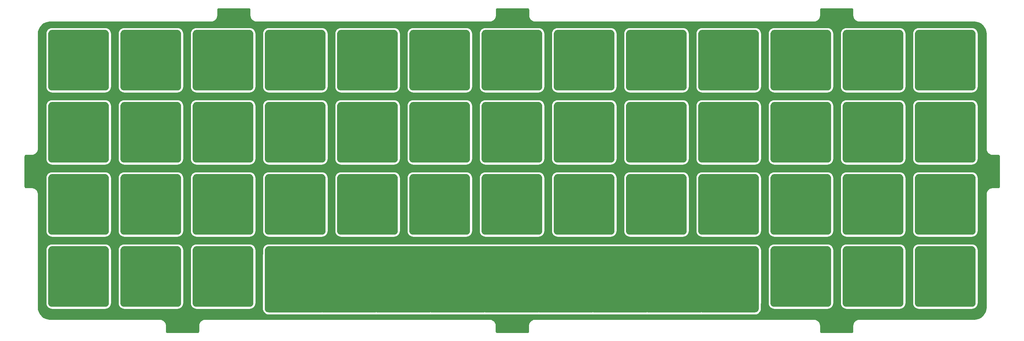
<source format=gtl>
G04 #@! TF.GenerationSoftware,KiCad,Pcbnew,(5.1.5-0-10_14)*
G04 #@! TF.CreationDate,2021-01-26T16:27:08+02:00*
G04 #@! TF.ProjectId,Louhi-FR4-plate,4c6f7568-692d-4465-9234-2d706c617465,rev?*
G04 #@! TF.SameCoordinates,Original*
G04 #@! TF.FileFunction,Copper,L1,Top*
G04 #@! TF.FilePolarity,Positive*
%FSLAX46Y46*%
G04 Gerber Fmt 4.6, Leading zero omitted, Abs format (unit mm)*
G04 Created by KiCad (PCBNEW (5.1.5-0-10_14)) date 2021-01-26 16:27:08*
%MOMM*%
%LPD*%
G04 APERTURE LIST*
%ADD10C,0.100000*%
%ADD11C,0.254000*%
G04 APERTURE END LIST*
G04 #@! TA.AperFunction,SMDPad,CuDef*
D10*
G36*
X210113301Y-81584854D02*
G01*
X210211151Y-81599368D01*
X210307107Y-81623404D01*
X210400245Y-81656729D01*
X210489668Y-81699023D01*
X210574515Y-81749879D01*
X210653968Y-81808805D01*
X210727264Y-81875236D01*
X210793695Y-81948532D01*
X210852621Y-82027985D01*
X210903477Y-82112832D01*
X210945771Y-82202255D01*
X210979096Y-82295393D01*
X211003132Y-82391349D01*
X211017646Y-82489199D01*
X211022500Y-82588000D01*
X211022500Y-96572000D01*
X211017646Y-96670801D01*
X211003132Y-96768651D01*
X210979096Y-96864607D01*
X210945771Y-96957745D01*
X210903477Y-97047168D01*
X210852621Y-97132015D01*
X210793695Y-97211468D01*
X210727264Y-97284764D01*
X210653968Y-97351195D01*
X210574515Y-97410121D01*
X210489668Y-97460977D01*
X210400245Y-97503271D01*
X210307107Y-97536596D01*
X210211151Y-97560632D01*
X210113301Y-97575146D01*
X210014500Y-97580000D01*
X196030500Y-97580000D01*
X195931699Y-97575146D01*
X195833849Y-97560632D01*
X195737893Y-97536596D01*
X195644755Y-97503271D01*
X195555332Y-97460977D01*
X195470485Y-97410121D01*
X195391032Y-97351195D01*
X195317736Y-97284764D01*
X195251305Y-97211468D01*
X195192379Y-97132015D01*
X195141523Y-97047168D01*
X195099229Y-96957745D01*
X195065904Y-96864607D01*
X195041868Y-96768651D01*
X195027354Y-96670801D01*
X195022500Y-96572000D01*
X195022500Y-82588000D01*
X195027354Y-82489199D01*
X195041868Y-82391349D01*
X195065904Y-82295393D01*
X195099229Y-82202255D01*
X195141523Y-82112832D01*
X195192379Y-82027985D01*
X195251305Y-81948532D01*
X195317736Y-81875236D01*
X195391032Y-81808805D01*
X195470485Y-81749879D01*
X195555332Y-81699023D01*
X195644755Y-81656729D01*
X195737893Y-81623404D01*
X195833849Y-81599368D01*
X195931699Y-81584854D01*
X196030500Y-81580000D01*
X210014500Y-81580000D01*
X210113301Y-81584854D01*
G37*
G04 #@! TD.AperFunction*
G04 #@! TA.AperFunction,SMDPad,CuDef*
G36*
X195825801Y-81584854D02*
G01*
X195923651Y-81599368D01*
X196019607Y-81623404D01*
X196112745Y-81656729D01*
X196202168Y-81699023D01*
X196287015Y-81749879D01*
X196366468Y-81808805D01*
X196439764Y-81875236D01*
X196506195Y-81948532D01*
X196565121Y-82027985D01*
X196615977Y-82112832D01*
X196658271Y-82202255D01*
X196691596Y-82295393D01*
X196715632Y-82391349D01*
X196730146Y-82489199D01*
X196735000Y-82588000D01*
X196735000Y-96572000D01*
X196730146Y-96670801D01*
X196715632Y-96768651D01*
X196691596Y-96864607D01*
X196658271Y-96957745D01*
X196615977Y-97047168D01*
X196565121Y-97132015D01*
X196506195Y-97211468D01*
X196439764Y-97284764D01*
X196366468Y-97351195D01*
X196287015Y-97410121D01*
X196202168Y-97460977D01*
X196112745Y-97503271D01*
X196019607Y-97536596D01*
X195923651Y-97560632D01*
X195825801Y-97575146D01*
X195727000Y-97580000D01*
X181743000Y-97580000D01*
X181644199Y-97575146D01*
X181546349Y-97560632D01*
X181450393Y-97536596D01*
X181357255Y-97503271D01*
X181267832Y-97460977D01*
X181182985Y-97410121D01*
X181103532Y-97351195D01*
X181030236Y-97284764D01*
X180963805Y-97211468D01*
X180904879Y-97132015D01*
X180854023Y-97047168D01*
X180811729Y-96957745D01*
X180778404Y-96864607D01*
X180754368Y-96768651D01*
X180739854Y-96670801D01*
X180735000Y-96572000D01*
X180735000Y-82588000D01*
X180739854Y-82489199D01*
X180754368Y-82391349D01*
X180778404Y-82295393D01*
X180811729Y-82202255D01*
X180854023Y-82112832D01*
X180904879Y-82027985D01*
X180963805Y-81948532D01*
X181030236Y-81875236D01*
X181103532Y-81808805D01*
X181182985Y-81749879D01*
X181267832Y-81699023D01*
X181357255Y-81656729D01*
X181450393Y-81623404D01*
X181546349Y-81599368D01*
X181644199Y-81584854D01*
X181743000Y-81580000D01*
X195727000Y-81580000D01*
X195825801Y-81584854D01*
G37*
G04 #@! TD.AperFunction*
G04 #@! TA.AperFunction,SMDPad,CuDef*
G36*
X181538301Y-81584854D02*
G01*
X181636151Y-81599368D01*
X181732107Y-81623404D01*
X181825245Y-81656729D01*
X181914668Y-81699023D01*
X181999515Y-81749879D01*
X182078968Y-81808805D01*
X182152264Y-81875236D01*
X182218695Y-81948532D01*
X182277621Y-82027985D01*
X182328477Y-82112832D01*
X182370771Y-82202255D01*
X182404096Y-82295393D01*
X182428132Y-82391349D01*
X182442646Y-82489199D01*
X182447500Y-82588000D01*
X182447500Y-96572000D01*
X182442646Y-96670801D01*
X182428132Y-96768651D01*
X182404096Y-96864607D01*
X182370771Y-96957745D01*
X182328477Y-97047168D01*
X182277621Y-97132015D01*
X182218695Y-97211468D01*
X182152264Y-97284764D01*
X182078968Y-97351195D01*
X181999515Y-97410121D01*
X181914668Y-97460977D01*
X181825245Y-97503271D01*
X181732107Y-97536596D01*
X181636151Y-97560632D01*
X181538301Y-97575146D01*
X181439500Y-97580000D01*
X167455500Y-97580000D01*
X167356699Y-97575146D01*
X167258849Y-97560632D01*
X167162893Y-97536596D01*
X167069755Y-97503271D01*
X166980332Y-97460977D01*
X166895485Y-97410121D01*
X166816032Y-97351195D01*
X166742736Y-97284764D01*
X166676305Y-97211468D01*
X166617379Y-97132015D01*
X166566523Y-97047168D01*
X166524229Y-96957745D01*
X166490904Y-96864607D01*
X166466868Y-96768651D01*
X166452354Y-96670801D01*
X166447500Y-96572000D01*
X166447500Y-82588000D01*
X166452354Y-82489199D01*
X166466868Y-82391349D01*
X166490904Y-82295393D01*
X166524229Y-82202255D01*
X166566523Y-82112832D01*
X166617379Y-82027985D01*
X166676305Y-81948532D01*
X166742736Y-81875236D01*
X166816032Y-81808805D01*
X166895485Y-81749879D01*
X166980332Y-81699023D01*
X167069755Y-81656729D01*
X167162893Y-81623404D01*
X167258849Y-81599368D01*
X167356699Y-81584854D01*
X167455500Y-81580000D01*
X181439500Y-81580000D01*
X181538301Y-81584854D01*
G37*
G04 #@! TD.AperFunction*
G04 #@! TA.AperFunction,SMDPad,CuDef*
G36*
X167250801Y-81584854D02*
G01*
X167348651Y-81599368D01*
X167444607Y-81623404D01*
X167537745Y-81656729D01*
X167627168Y-81699023D01*
X167712015Y-81749879D01*
X167791468Y-81808805D01*
X167864764Y-81875236D01*
X167931195Y-81948532D01*
X167990121Y-82027985D01*
X168040977Y-82112832D01*
X168083271Y-82202255D01*
X168116596Y-82295393D01*
X168140632Y-82391349D01*
X168155146Y-82489199D01*
X168160000Y-82588000D01*
X168160000Y-96572000D01*
X168155146Y-96670801D01*
X168140632Y-96768651D01*
X168116596Y-96864607D01*
X168083271Y-96957745D01*
X168040977Y-97047168D01*
X167990121Y-97132015D01*
X167931195Y-97211468D01*
X167864764Y-97284764D01*
X167791468Y-97351195D01*
X167712015Y-97410121D01*
X167627168Y-97460977D01*
X167537745Y-97503271D01*
X167444607Y-97536596D01*
X167348651Y-97560632D01*
X167250801Y-97575146D01*
X167152000Y-97580000D01*
X153168000Y-97580000D01*
X153069199Y-97575146D01*
X152971349Y-97560632D01*
X152875393Y-97536596D01*
X152782255Y-97503271D01*
X152692832Y-97460977D01*
X152607985Y-97410121D01*
X152528532Y-97351195D01*
X152455236Y-97284764D01*
X152388805Y-97211468D01*
X152329879Y-97132015D01*
X152279023Y-97047168D01*
X152236729Y-96957745D01*
X152203404Y-96864607D01*
X152179368Y-96768651D01*
X152164854Y-96670801D01*
X152160000Y-96572000D01*
X152160000Y-82588000D01*
X152164854Y-82489199D01*
X152179368Y-82391349D01*
X152203404Y-82295393D01*
X152236729Y-82202255D01*
X152279023Y-82112832D01*
X152329879Y-82027985D01*
X152388805Y-81948532D01*
X152455236Y-81875236D01*
X152528532Y-81808805D01*
X152607985Y-81749879D01*
X152692832Y-81699023D01*
X152782255Y-81656729D01*
X152875393Y-81623404D01*
X152971349Y-81599368D01*
X153069199Y-81584854D01*
X153168000Y-81580000D01*
X167152000Y-81580000D01*
X167250801Y-81584854D01*
G37*
G04 #@! TD.AperFunction*
G04 #@! TA.AperFunction,SMDPad,CuDef*
G36*
X152963301Y-81584854D02*
G01*
X153061151Y-81599368D01*
X153157107Y-81623404D01*
X153250245Y-81656729D01*
X153339668Y-81699023D01*
X153424515Y-81749879D01*
X153503968Y-81808805D01*
X153577264Y-81875236D01*
X153643695Y-81948532D01*
X153702621Y-82027985D01*
X153753477Y-82112832D01*
X153795771Y-82202255D01*
X153829096Y-82295393D01*
X153853132Y-82391349D01*
X153867646Y-82489199D01*
X153872500Y-82588000D01*
X153872500Y-96572000D01*
X153867646Y-96670801D01*
X153853132Y-96768651D01*
X153829096Y-96864607D01*
X153795771Y-96957745D01*
X153753477Y-97047168D01*
X153702621Y-97132015D01*
X153643695Y-97211468D01*
X153577264Y-97284764D01*
X153503968Y-97351195D01*
X153424515Y-97410121D01*
X153339668Y-97460977D01*
X153250245Y-97503271D01*
X153157107Y-97536596D01*
X153061151Y-97560632D01*
X152963301Y-97575146D01*
X152864500Y-97580000D01*
X138880500Y-97580000D01*
X138781699Y-97575146D01*
X138683849Y-97560632D01*
X138587893Y-97536596D01*
X138494755Y-97503271D01*
X138405332Y-97460977D01*
X138320485Y-97410121D01*
X138241032Y-97351195D01*
X138167736Y-97284764D01*
X138101305Y-97211468D01*
X138042379Y-97132015D01*
X137991523Y-97047168D01*
X137949229Y-96957745D01*
X137915904Y-96864607D01*
X137891868Y-96768651D01*
X137877354Y-96670801D01*
X137872500Y-96572000D01*
X137872500Y-82588000D01*
X137877354Y-82489199D01*
X137891868Y-82391349D01*
X137915904Y-82295393D01*
X137949229Y-82202255D01*
X137991523Y-82112832D01*
X138042379Y-82027985D01*
X138101305Y-81948532D01*
X138167736Y-81875236D01*
X138241032Y-81808805D01*
X138320485Y-81749879D01*
X138405332Y-81699023D01*
X138494755Y-81656729D01*
X138587893Y-81623404D01*
X138683849Y-81599368D01*
X138781699Y-81584854D01*
X138880500Y-81580000D01*
X152864500Y-81580000D01*
X152963301Y-81584854D01*
G37*
G04 #@! TD.AperFunction*
G04 #@! TA.AperFunction,SMDPad,CuDef*
G36*
X138675801Y-81584854D02*
G01*
X138773651Y-81599368D01*
X138869607Y-81623404D01*
X138962745Y-81656729D01*
X139052168Y-81699023D01*
X139137015Y-81749879D01*
X139216468Y-81808805D01*
X139289764Y-81875236D01*
X139356195Y-81948532D01*
X139415121Y-82027985D01*
X139465977Y-82112832D01*
X139508271Y-82202255D01*
X139541596Y-82295393D01*
X139565632Y-82391349D01*
X139580146Y-82489199D01*
X139585000Y-82588000D01*
X139585000Y-96572000D01*
X139580146Y-96670801D01*
X139565632Y-96768651D01*
X139541596Y-96864607D01*
X139508271Y-96957745D01*
X139465977Y-97047168D01*
X139415121Y-97132015D01*
X139356195Y-97211468D01*
X139289764Y-97284764D01*
X139216468Y-97351195D01*
X139137015Y-97410121D01*
X139052168Y-97460977D01*
X138962745Y-97503271D01*
X138869607Y-97536596D01*
X138773651Y-97560632D01*
X138675801Y-97575146D01*
X138577000Y-97580000D01*
X124593000Y-97580000D01*
X124494199Y-97575146D01*
X124396349Y-97560632D01*
X124300393Y-97536596D01*
X124207255Y-97503271D01*
X124117832Y-97460977D01*
X124032985Y-97410121D01*
X123953532Y-97351195D01*
X123880236Y-97284764D01*
X123813805Y-97211468D01*
X123754879Y-97132015D01*
X123704023Y-97047168D01*
X123661729Y-96957745D01*
X123628404Y-96864607D01*
X123604368Y-96768651D01*
X123589854Y-96670801D01*
X123585000Y-96572000D01*
X123585000Y-82588000D01*
X123589854Y-82489199D01*
X123604368Y-82391349D01*
X123628404Y-82295393D01*
X123661729Y-82202255D01*
X123704023Y-82112832D01*
X123754879Y-82027985D01*
X123813805Y-81948532D01*
X123880236Y-81875236D01*
X123953532Y-81808805D01*
X124032985Y-81749879D01*
X124117832Y-81699023D01*
X124207255Y-81656729D01*
X124300393Y-81623404D01*
X124396349Y-81599368D01*
X124494199Y-81584854D01*
X124593000Y-81580000D01*
X138577000Y-81580000D01*
X138675801Y-81584854D01*
G37*
G04 #@! TD.AperFunction*
G04 #@! TA.AperFunction,SMDPad,CuDef*
G36*
X124388301Y-81584854D02*
G01*
X124486151Y-81599368D01*
X124582107Y-81623404D01*
X124675245Y-81656729D01*
X124764668Y-81699023D01*
X124849515Y-81749879D01*
X124928968Y-81808805D01*
X125002264Y-81875236D01*
X125068695Y-81948532D01*
X125127621Y-82027985D01*
X125178477Y-82112832D01*
X125220771Y-82202255D01*
X125254096Y-82295393D01*
X125278132Y-82391349D01*
X125292646Y-82489199D01*
X125297500Y-82588000D01*
X125297500Y-96572000D01*
X125292646Y-96670801D01*
X125278132Y-96768651D01*
X125254096Y-96864607D01*
X125220771Y-96957745D01*
X125178477Y-97047168D01*
X125127621Y-97132015D01*
X125068695Y-97211468D01*
X125002264Y-97284764D01*
X124928968Y-97351195D01*
X124849515Y-97410121D01*
X124764668Y-97460977D01*
X124675245Y-97503271D01*
X124582107Y-97536596D01*
X124486151Y-97560632D01*
X124388301Y-97575146D01*
X124289500Y-97580000D01*
X110305500Y-97580000D01*
X110206699Y-97575146D01*
X110108849Y-97560632D01*
X110012893Y-97536596D01*
X109919755Y-97503271D01*
X109830332Y-97460977D01*
X109745485Y-97410121D01*
X109666032Y-97351195D01*
X109592736Y-97284764D01*
X109526305Y-97211468D01*
X109467379Y-97132015D01*
X109416523Y-97047168D01*
X109374229Y-96957745D01*
X109340904Y-96864607D01*
X109316868Y-96768651D01*
X109302354Y-96670801D01*
X109297500Y-96572000D01*
X109297500Y-82588000D01*
X109302354Y-82489199D01*
X109316868Y-82391349D01*
X109340904Y-82295393D01*
X109374229Y-82202255D01*
X109416523Y-82112832D01*
X109467379Y-82027985D01*
X109526305Y-81948532D01*
X109592736Y-81875236D01*
X109666032Y-81808805D01*
X109745485Y-81749879D01*
X109830332Y-81699023D01*
X109919755Y-81656729D01*
X110012893Y-81623404D01*
X110108849Y-81599368D01*
X110206699Y-81584854D01*
X110305500Y-81580000D01*
X124289500Y-81580000D01*
X124388301Y-81584854D01*
G37*
G04 #@! TD.AperFunction*
G04 #@! TA.AperFunction,SMDPad,CuDef*
G36*
X110100801Y-81584854D02*
G01*
X110198651Y-81599368D01*
X110294607Y-81623404D01*
X110387745Y-81656729D01*
X110477168Y-81699023D01*
X110562015Y-81749879D01*
X110641468Y-81808805D01*
X110714764Y-81875236D01*
X110781195Y-81948532D01*
X110840121Y-82027985D01*
X110890977Y-82112832D01*
X110933271Y-82202255D01*
X110966596Y-82295393D01*
X110990632Y-82391349D01*
X111005146Y-82489199D01*
X111010000Y-82588000D01*
X111010000Y-96572000D01*
X111005146Y-96670801D01*
X110990632Y-96768651D01*
X110966596Y-96864607D01*
X110933271Y-96957745D01*
X110890977Y-97047168D01*
X110840121Y-97132015D01*
X110781195Y-97211468D01*
X110714764Y-97284764D01*
X110641468Y-97351195D01*
X110562015Y-97410121D01*
X110477168Y-97460977D01*
X110387745Y-97503271D01*
X110294607Y-97536596D01*
X110198651Y-97560632D01*
X110100801Y-97575146D01*
X110002000Y-97580000D01*
X96018000Y-97580000D01*
X95919199Y-97575146D01*
X95821349Y-97560632D01*
X95725393Y-97536596D01*
X95632255Y-97503271D01*
X95542832Y-97460977D01*
X95457985Y-97410121D01*
X95378532Y-97351195D01*
X95305236Y-97284764D01*
X95238805Y-97211468D01*
X95179879Y-97132015D01*
X95129023Y-97047168D01*
X95086729Y-96957745D01*
X95053404Y-96864607D01*
X95029368Y-96768651D01*
X95014854Y-96670801D01*
X95010000Y-96572000D01*
X95010000Y-82588000D01*
X95014854Y-82489199D01*
X95029368Y-82391349D01*
X95053404Y-82295393D01*
X95086729Y-82202255D01*
X95129023Y-82112832D01*
X95179879Y-82027985D01*
X95238805Y-81948532D01*
X95305236Y-81875236D01*
X95378532Y-81808805D01*
X95457985Y-81749879D01*
X95542832Y-81699023D01*
X95632255Y-81656729D01*
X95725393Y-81623404D01*
X95821349Y-81599368D01*
X95919199Y-81584854D01*
X96018000Y-81580000D01*
X110002000Y-81580000D01*
X110100801Y-81584854D01*
G37*
G04 #@! TD.AperFunction*
G04 #@! TA.AperFunction,SMDPad,CuDef*
G36*
X95813301Y-81584854D02*
G01*
X95911151Y-81599368D01*
X96007107Y-81623404D01*
X96100245Y-81656729D01*
X96189668Y-81699023D01*
X96274515Y-81749879D01*
X96353968Y-81808805D01*
X96427264Y-81875236D01*
X96493695Y-81948532D01*
X96552621Y-82027985D01*
X96603477Y-82112832D01*
X96645771Y-82202255D01*
X96679096Y-82295393D01*
X96703132Y-82391349D01*
X96717646Y-82489199D01*
X96722500Y-82588000D01*
X96722500Y-96572000D01*
X96717646Y-96670801D01*
X96703132Y-96768651D01*
X96679096Y-96864607D01*
X96645771Y-96957745D01*
X96603477Y-97047168D01*
X96552621Y-97132015D01*
X96493695Y-97211468D01*
X96427264Y-97284764D01*
X96353968Y-97351195D01*
X96274515Y-97410121D01*
X96189668Y-97460977D01*
X96100245Y-97503271D01*
X96007107Y-97536596D01*
X95911151Y-97560632D01*
X95813301Y-97575146D01*
X95714500Y-97580000D01*
X81730500Y-97580000D01*
X81631699Y-97575146D01*
X81533849Y-97560632D01*
X81437893Y-97536596D01*
X81344755Y-97503271D01*
X81255332Y-97460977D01*
X81170485Y-97410121D01*
X81091032Y-97351195D01*
X81017736Y-97284764D01*
X80951305Y-97211468D01*
X80892379Y-97132015D01*
X80841523Y-97047168D01*
X80799229Y-96957745D01*
X80765904Y-96864607D01*
X80741868Y-96768651D01*
X80727354Y-96670801D01*
X80722500Y-96572000D01*
X80722500Y-82588000D01*
X80727354Y-82489199D01*
X80741868Y-82391349D01*
X80765904Y-82295393D01*
X80799229Y-82202255D01*
X80841523Y-82112832D01*
X80892379Y-82027985D01*
X80951305Y-81948532D01*
X81017736Y-81875236D01*
X81091032Y-81808805D01*
X81170485Y-81749879D01*
X81255332Y-81699023D01*
X81344755Y-81656729D01*
X81437893Y-81623404D01*
X81533849Y-81599368D01*
X81631699Y-81584854D01*
X81730500Y-81580000D01*
X95714500Y-81580000D01*
X95813301Y-81584854D01*
G37*
G04 #@! TD.AperFunction*
G04 #@! TA.AperFunction,SMDPad,CuDef*
G36*
X210150801Y-80119854D02*
G01*
X210248651Y-80134368D01*
X210344607Y-80158404D01*
X210437745Y-80191729D01*
X210527168Y-80234023D01*
X210612015Y-80284879D01*
X210691468Y-80343805D01*
X210764764Y-80410236D01*
X210831195Y-80483532D01*
X210890121Y-80562985D01*
X210940977Y-80647832D01*
X210983271Y-80737255D01*
X211016596Y-80830393D01*
X211040632Y-80926349D01*
X211055146Y-81024199D01*
X211060000Y-81123000D01*
X211060000Y-95107000D01*
X211055146Y-95205801D01*
X211040632Y-95303651D01*
X211016596Y-95399607D01*
X210983271Y-95492745D01*
X210940977Y-95582168D01*
X210890121Y-95667015D01*
X210831195Y-95746468D01*
X210764764Y-95819764D01*
X210691468Y-95886195D01*
X210612015Y-95945121D01*
X210527168Y-95995977D01*
X210437745Y-96038271D01*
X210344607Y-96071596D01*
X210248651Y-96095632D01*
X210150801Y-96110146D01*
X210052000Y-96115000D01*
X196068000Y-96115000D01*
X195969199Y-96110146D01*
X195871349Y-96095632D01*
X195775393Y-96071596D01*
X195682255Y-96038271D01*
X195592832Y-95995977D01*
X195507985Y-95945121D01*
X195428532Y-95886195D01*
X195355236Y-95819764D01*
X195288805Y-95746468D01*
X195229879Y-95667015D01*
X195179023Y-95582168D01*
X195136729Y-95492745D01*
X195103404Y-95399607D01*
X195079368Y-95303651D01*
X195064854Y-95205801D01*
X195060000Y-95107000D01*
X195060000Y-81123000D01*
X195064854Y-81024199D01*
X195079368Y-80926349D01*
X195103404Y-80830393D01*
X195136729Y-80737255D01*
X195179023Y-80647832D01*
X195229879Y-80562985D01*
X195288805Y-80483532D01*
X195355236Y-80410236D01*
X195428532Y-80343805D01*
X195507985Y-80284879D01*
X195592832Y-80234023D01*
X195682255Y-80191729D01*
X195775393Y-80158404D01*
X195871349Y-80134368D01*
X195969199Y-80119854D01*
X196068000Y-80115000D01*
X210052000Y-80115000D01*
X210150801Y-80119854D01*
G37*
G04 #@! TD.AperFunction*
G04 #@! TA.AperFunction,SMDPad,CuDef*
G36*
X200625801Y-80119854D02*
G01*
X200723651Y-80134368D01*
X200819607Y-80158404D01*
X200912745Y-80191729D01*
X201002168Y-80234023D01*
X201087015Y-80284879D01*
X201166468Y-80343805D01*
X201239764Y-80410236D01*
X201306195Y-80483532D01*
X201365121Y-80562985D01*
X201415977Y-80647832D01*
X201458271Y-80737255D01*
X201491596Y-80830393D01*
X201515632Y-80926349D01*
X201530146Y-81024199D01*
X201535000Y-81123000D01*
X201535000Y-95107000D01*
X201530146Y-95205801D01*
X201515632Y-95303651D01*
X201491596Y-95399607D01*
X201458271Y-95492745D01*
X201415977Y-95582168D01*
X201365121Y-95667015D01*
X201306195Y-95746468D01*
X201239764Y-95819764D01*
X201166468Y-95886195D01*
X201087015Y-95945121D01*
X201002168Y-95995977D01*
X200912745Y-96038271D01*
X200819607Y-96071596D01*
X200723651Y-96095632D01*
X200625801Y-96110146D01*
X200527000Y-96115000D01*
X186543000Y-96115000D01*
X186444199Y-96110146D01*
X186346349Y-96095632D01*
X186250393Y-96071596D01*
X186157255Y-96038271D01*
X186067832Y-95995977D01*
X185982985Y-95945121D01*
X185903532Y-95886195D01*
X185830236Y-95819764D01*
X185763805Y-95746468D01*
X185704879Y-95667015D01*
X185654023Y-95582168D01*
X185611729Y-95492745D01*
X185578404Y-95399607D01*
X185554368Y-95303651D01*
X185539854Y-95205801D01*
X185535000Y-95107000D01*
X185535000Y-81123000D01*
X185539854Y-81024199D01*
X185554368Y-80926349D01*
X185578404Y-80830393D01*
X185611729Y-80737255D01*
X185654023Y-80647832D01*
X185704879Y-80562985D01*
X185763805Y-80483532D01*
X185830236Y-80410236D01*
X185903532Y-80343805D01*
X185982985Y-80284879D01*
X186067832Y-80234023D01*
X186157255Y-80191729D01*
X186250393Y-80158404D01*
X186346349Y-80134368D01*
X186444199Y-80119854D01*
X186543000Y-80115000D01*
X200527000Y-80115000D01*
X200625801Y-80119854D01*
G37*
G04 #@! TD.AperFunction*
G04 #@! TA.AperFunction,SMDPad,CuDef*
G36*
X186338301Y-80119854D02*
G01*
X186436151Y-80134368D01*
X186532107Y-80158404D01*
X186625245Y-80191729D01*
X186714668Y-80234023D01*
X186799515Y-80284879D01*
X186878968Y-80343805D01*
X186952264Y-80410236D01*
X187018695Y-80483532D01*
X187077621Y-80562985D01*
X187128477Y-80647832D01*
X187170771Y-80737255D01*
X187204096Y-80830393D01*
X187228132Y-80926349D01*
X187242646Y-81024199D01*
X187247500Y-81123000D01*
X187247500Y-95107000D01*
X187242646Y-95205801D01*
X187228132Y-95303651D01*
X187204096Y-95399607D01*
X187170771Y-95492745D01*
X187128477Y-95582168D01*
X187077621Y-95667015D01*
X187018695Y-95746468D01*
X186952264Y-95819764D01*
X186878968Y-95886195D01*
X186799515Y-95945121D01*
X186714668Y-95995977D01*
X186625245Y-96038271D01*
X186532107Y-96071596D01*
X186436151Y-96095632D01*
X186338301Y-96110146D01*
X186239500Y-96115000D01*
X172255500Y-96115000D01*
X172156699Y-96110146D01*
X172058849Y-96095632D01*
X171962893Y-96071596D01*
X171869755Y-96038271D01*
X171780332Y-95995977D01*
X171695485Y-95945121D01*
X171616032Y-95886195D01*
X171542736Y-95819764D01*
X171476305Y-95746468D01*
X171417379Y-95667015D01*
X171366523Y-95582168D01*
X171324229Y-95492745D01*
X171290904Y-95399607D01*
X171266868Y-95303651D01*
X171252354Y-95205801D01*
X171247500Y-95107000D01*
X171247500Y-81123000D01*
X171252354Y-81024199D01*
X171266868Y-80926349D01*
X171290904Y-80830393D01*
X171324229Y-80737255D01*
X171366523Y-80647832D01*
X171417379Y-80562985D01*
X171476305Y-80483532D01*
X171542736Y-80410236D01*
X171616032Y-80343805D01*
X171695485Y-80284879D01*
X171780332Y-80234023D01*
X171869755Y-80191729D01*
X171962893Y-80158404D01*
X172058849Y-80134368D01*
X172156699Y-80119854D01*
X172255500Y-80115000D01*
X186239500Y-80115000D01*
X186338301Y-80119854D01*
G37*
G04 #@! TD.AperFunction*
G04 #@! TA.AperFunction,SMDPad,CuDef*
G36*
X172050801Y-80119854D02*
G01*
X172148651Y-80134368D01*
X172244607Y-80158404D01*
X172337745Y-80191729D01*
X172427168Y-80234023D01*
X172512015Y-80284879D01*
X172591468Y-80343805D01*
X172664764Y-80410236D01*
X172731195Y-80483532D01*
X172790121Y-80562985D01*
X172840977Y-80647832D01*
X172883271Y-80737255D01*
X172916596Y-80830393D01*
X172940632Y-80926349D01*
X172955146Y-81024199D01*
X172960000Y-81123000D01*
X172960000Y-95107000D01*
X172955146Y-95205801D01*
X172940632Y-95303651D01*
X172916596Y-95399607D01*
X172883271Y-95492745D01*
X172840977Y-95582168D01*
X172790121Y-95667015D01*
X172731195Y-95746468D01*
X172664764Y-95819764D01*
X172591468Y-95886195D01*
X172512015Y-95945121D01*
X172427168Y-95995977D01*
X172337745Y-96038271D01*
X172244607Y-96071596D01*
X172148651Y-96095632D01*
X172050801Y-96110146D01*
X171952000Y-96115000D01*
X157968000Y-96115000D01*
X157869199Y-96110146D01*
X157771349Y-96095632D01*
X157675393Y-96071596D01*
X157582255Y-96038271D01*
X157492832Y-95995977D01*
X157407985Y-95945121D01*
X157328532Y-95886195D01*
X157255236Y-95819764D01*
X157188805Y-95746468D01*
X157129879Y-95667015D01*
X157079023Y-95582168D01*
X157036729Y-95492745D01*
X157003404Y-95399607D01*
X156979368Y-95303651D01*
X156964854Y-95205801D01*
X156960000Y-95107000D01*
X156960000Y-81123000D01*
X156964854Y-81024199D01*
X156979368Y-80926349D01*
X157003404Y-80830393D01*
X157036729Y-80737255D01*
X157079023Y-80647832D01*
X157129879Y-80562985D01*
X157188805Y-80483532D01*
X157255236Y-80410236D01*
X157328532Y-80343805D01*
X157407985Y-80284879D01*
X157492832Y-80234023D01*
X157582255Y-80191729D01*
X157675393Y-80158404D01*
X157771349Y-80134368D01*
X157869199Y-80119854D01*
X157968000Y-80115000D01*
X171952000Y-80115000D01*
X172050801Y-80119854D01*
G37*
G04 #@! TD.AperFunction*
G04 #@! TA.AperFunction,SMDPad,CuDef*
G36*
X157763301Y-80119854D02*
G01*
X157861151Y-80134368D01*
X157957107Y-80158404D01*
X158050245Y-80191729D01*
X158139668Y-80234023D01*
X158224515Y-80284879D01*
X158303968Y-80343805D01*
X158377264Y-80410236D01*
X158443695Y-80483532D01*
X158502621Y-80562985D01*
X158553477Y-80647832D01*
X158595771Y-80737255D01*
X158629096Y-80830393D01*
X158653132Y-80926349D01*
X158667646Y-81024199D01*
X158672500Y-81123000D01*
X158672500Y-95107000D01*
X158667646Y-95205801D01*
X158653132Y-95303651D01*
X158629096Y-95399607D01*
X158595771Y-95492745D01*
X158553477Y-95582168D01*
X158502621Y-95667015D01*
X158443695Y-95746468D01*
X158377264Y-95819764D01*
X158303968Y-95886195D01*
X158224515Y-95945121D01*
X158139668Y-95995977D01*
X158050245Y-96038271D01*
X157957107Y-96071596D01*
X157861151Y-96095632D01*
X157763301Y-96110146D01*
X157664500Y-96115000D01*
X143680500Y-96115000D01*
X143581699Y-96110146D01*
X143483849Y-96095632D01*
X143387893Y-96071596D01*
X143294755Y-96038271D01*
X143205332Y-95995977D01*
X143120485Y-95945121D01*
X143041032Y-95886195D01*
X142967736Y-95819764D01*
X142901305Y-95746468D01*
X142842379Y-95667015D01*
X142791523Y-95582168D01*
X142749229Y-95492745D01*
X142715904Y-95399607D01*
X142691868Y-95303651D01*
X142677354Y-95205801D01*
X142672500Y-95107000D01*
X142672500Y-81123000D01*
X142677354Y-81024199D01*
X142691868Y-80926349D01*
X142715904Y-80830393D01*
X142749229Y-80737255D01*
X142791523Y-80647832D01*
X142842379Y-80562985D01*
X142901305Y-80483532D01*
X142967736Y-80410236D01*
X143041032Y-80343805D01*
X143120485Y-80284879D01*
X143205332Y-80234023D01*
X143294755Y-80191729D01*
X143387893Y-80158404D01*
X143483849Y-80134368D01*
X143581699Y-80119854D01*
X143680500Y-80115000D01*
X157664500Y-80115000D01*
X157763301Y-80119854D01*
G37*
G04 #@! TD.AperFunction*
G04 #@! TA.AperFunction,SMDPad,CuDef*
G36*
X143475801Y-80119854D02*
G01*
X143573651Y-80134368D01*
X143669607Y-80158404D01*
X143762745Y-80191729D01*
X143852168Y-80234023D01*
X143937015Y-80284879D01*
X144016468Y-80343805D01*
X144089764Y-80410236D01*
X144156195Y-80483532D01*
X144215121Y-80562985D01*
X144265977Y-80647832D01*
X144308271Y-80737255D01*
X144341596Y-80830393D01*
X144365632Y-80926349D01*
X144380146Y-81024199D01*
X144385000Y-81123000D01*
X144385000Y-95107000D01*
X144380146Y-95205801D01*
X144365632Y-95303651D01*
X144341596Y-95399607D01*
X144308271Y-95492745D01*
X144265977Y-95582168D01*
X144215121Y-95667015D01*
X144156195Y-95746468D01*
X144089764Y-95819764D01*
X144016468Y-95886195D01*
X143937015Y-95945121D01*
X143852168Y-95995977D01*
X143762745Y-96038271D01*
X143669607Y-96071596D01*
X143573651Y-96095632D01*
X143475801Y-96110146D01*
X143377000Y-96115000D01*
X129393000Y-96115000D01*
X129294199Y-96110146D01*
X129196349Y-96095632D01*
X129100393Y-96071596D01*
X129007255Y-96038271D01*
X128917832Y-95995977D01*
X128832985Y-95945121D01*
X128753532Y-95886195D01*
X128680236Y-95819764D01*
X128613805Y-95746468D01*
X128554879Y-95667015D01*
X128504023Y-95582168D01*
X128461729Y-95492745D01*
X128428404Y-95399607D01*
X128404368Y-95303651D01*
X128389854Y-95205801D01*
X128385000Y-95107000D01*
X128385000Y-81123000D01*
X128389854Y-81024199D01*
X128404368Y-80926349D01*
X128428404Y-80830393D01*
X128461729Y-80737255D01*
X128504023Y-80647832D01*
X128554879Y-80562985D01*
X128613805Y-80483532D01*
X128680236Y-80410236D01*
X128753532Y-80343805D01*
X128832985Y-80284879D01*
X128917832Y-80234023D01*
X129007255Y-80191729D01*
X129100393Y-80158404D01*
X129196349Y-80134368D01*
X129294199Y-80119854D01*
X129393000Y-80115000D01*
X143377000Y-80115000D01*
X143475801Y-80119854D01*
G37*
G04 #@! TD.AperFunction*
G04 #@! TA.AperFunction,SMDPad,CuDef*
G36*
X129188301Y-80119854D02*
G01*
X129286151Y-80134368D01*
X129382107Y-80158404D01*
X129475245Y-80191729D01*
X129564668Y-80234023D01*
X129649515Y-80284879D01*
X129728968Y-80343805D01*
X129802264Y-80410236D01*
X129868695Y-80483532D01*
X129927621Y-80562985D01*
X129978477Y-80647832D01*
X130020771Y-80737255D01*
X130054096Y-80830393D01*
X130078132Y-80926349D01*
X130092646Y-81024199D01*
X130097500Y-81123000D01*
X130097500Y-95107000D01*
X130092646Y-95205801D01*
X130078132Y-95303651D01*
X130054096Y-95399607D01*
X130020771Y-95492745D01*
X129978477Y-95582168D01*
X129927621Y-95667015D01*
X129868695Y-95746468D01*
X129802264Y-95819764D01*
X129728968Y-95886195D01*
X129649515Y-95945121D01*
X129564668Y-95995977D01*
X129475245Y-96038271D01*
X129382107Y-96071596D01*
X129286151Y-96095632D01*
X129188301Y-96110146D01*
X129089500Y-96115000D01*
X115105500Y-96115000D01*
X115006699Y-96110146D01*
X114908849Y-96095632D01*
X114812893Y-96071596D01*
X114719755Y-96038271D01*
X114630332Y-95995977D01*
X114545485Y-95945121D01*
X114466032Y-95886195D01*
X114392736Y-95819764D01*
X114326305Y-95746468D01*
X114267379Y-95667015D01*
X114216523Y-95582168D01*
X114174229Y-95492745D01*
X114140904Y-95399607D01*
X114116868Y-95303651D01*
X114102354Y-95205801D01*
X114097500Y-95107000D01*
X114097500Y-81123000D01*
X114102354Y-81024199D01*
X114116868Y-80926349D01*
X114140904Y-80830393D01*
X114174229Y-80737255D01*
X114216523Y-80647832D01*
X114267379Y-80562985D01*
X114326305Y-80483532D01*
X114392736Y-80410236D01*
X114466032Y-80343805D01*
X114545485Y-80284879D01*
X114630332Y-80234023D01*
X114719755Y-80191729D01*
X114812893Y-80158404D01*
X114908849Y-80134368D01*
X115006699Y-80119854D01*
X115105500Y-80115000D01*
X129089500Y-80115000D01*
X129188301Y-80119854D01*
G37*
G04 #@! TD.AperFunction*
G04 #@! TA.AperFunction,SMDPad,CuDef*
G36*
X105375801Y-80119854D02*
G01*
X105473651Y-80134368D01*
X105569607Y-80158404D01*
X105662745Y-80191729D01*
X105752168Y-80234023D01*
X105837015Y-80284879D01*
X105916468Y-80343805D01*
X105989764Y-80410236D01*
X106056195Y-80483532D01*
X106115121Y-80562985D01*
X106165977Y-80647832D01*
X106208271Y-80737255D01*
X106241596Y-80830393D01*
X106265632Y-80926349D01*
X106280146Y-81024199D01*
X106285000Y-81123000D01*
X106285000Y-95107000D01*
X106280146Y-95205801D01*
X106265632Y-95303651D01*
X106241596Y-95399607D01*
X106208271Y-95492745D01*
X106165977Y-95582168D01*
X106115121Y-95667015D01*
X106056195Y-95746468D01*
X105989764Y-95819764D01*
X105916468Y-95886195D01*
X105837015Y-95945121D01*
X105752168Y-95995977D01*
X105662745Y-96038271D01*
X105569607Y-96071596D01*
X105473651Y-96095632D01*
X105375801Y-96110146D01*
X105277000Y-96115000D01*
X91293000Y-96115000D01*
X91194199Y-96110146D01*
X91096349Y-96095632D01*
X91000393Y-96071596D01*
X90907255Y-96038271D01*
X90817832Y-95995977D01*
X90732985Y-95945121D01*
X90653532Y-95886195D01*
X90580236Y-95819764D01*
X90513805Y-95746468D01*
X90454879Y-95667015D01*
X90404023Y-95582168D01*
X90361729Y-95492745D01*
X90328404Y-95399607D01*
X90304368Y-95303651D01*
X90289854Y-95205801D01*
X90285000Y-95107000D01*
X90285000Y-81123000D01*
X90289854Y-81024199D01*
X90304368Y-80926349D01*
X90328404Y-80830393D01*
X90361729Y-80737255D01*
X90404023Y-80647832D01*
X90454879Y-80562985D01*
X90513805Y-80483532D01*
X90580236Y-80410236D01*
X90653532Y-80343805D01*
X90732985Y-80284879D01*
X90817832Y-80234023D01*
X90907255Y-80191729D01*
X91000393Y-80158404D01*
X91096349Y-80134368D01*
X91194199Y-80119854D01*
X91293000Y-80115000D01*
X105277000Y-80115000D01*
X105375801Y-80119854D01*
G37*
G04 #@! TD.AperFunction*
G04 #@! TA.AperFunction,SMDPad,CuDef*
G36*
X114900801Y-80119854D02*
G01*
X114998651Y-80134368D01*
X115094607Y-80158404D01*
X115187745Y-80191729D01*
X115277168Y-80234023D01*
X115362015Y-80284879D01*
X115441468Y-80343805D01*
X115514764Y-80410236D01*
X115581195Y-80483532D01*
X115640121Y-80562985D01*
X115690977Y-80647832D01*
X115733271Y-80737255D01*
X115766596Y-80830393D01*
X115790632Y-80926349D01*
X115805146Y-81024199D01*
X115810000Y-81123000D01*
X115810000Y-95107000D01*
X115805146Y-95205801D01*
X115790632Y-95303651D01*
X115766596Y-95399607D01*
X115733271Y-95492745D01*
X115690977Y-95582168D01*
X115640121Y-95667015D01*
X115581195Y-95746468D01*
X115514764Y-95819764D01*
X115441468Y-95886195D01*
X115362015Y-95945121D01*
X115277168Y-95995977D01*
X115187745Y-96038271D01*
X115094607Y-96071596D01*
X114998651Y-96095632D01*
X114900801Y-96110146D01*
X114802000Y-96115000D01*
X100818000Y-96115000D01*
X100719199Y-96110146D01*
X100621349Y-96095632D01*
X100525393Y-96071596D01*
X100432255Y-96038271D01*
X100342832Y-95995977D01*
X100257985Y-95945121D01*
X100178532Y-95886195D01*
X100105236Y-95819764D01*
X100038805Y-95746468D01*
X99979879Y-95667015D01*
X99929023Y-95582168D01*
X99886729Y-95492745D01*
X99853404Y-95399607D01*
X99829368Y-95303651D01*
X99814854Y-95205801D01*
X99810000Y-95107000D01*
X99810000Y-81123000D01*
X99814854Y-81024199D01*
X99829368Y-80926349D01*
X99853404Y-80830393D01*
X99886729Y-80737255D01*
X99929023Y-80647832D01*
X99979879Y-80562985D01*
X100038805Y-80483532D01*
X100105236Y-80410236D01*
X100178532Y-80343805D01*
X100257985Y-80284879D01*
X100342832Y-80234023D01*
X100432255Y-80191729D01*
X100525393Y-80158404D01*
X100621349Y-80134368D01*
X100719199Y-80119854D01*
X100818000Y-80115000D01*
X114802000Y-80115000D01*
X114900801Y-80119854D01*
G37*
G04 #@! TD.AperFunction*
G04 #@! TA.AperFunction,SMDPad,CuDef*
G36*
X95850801Y-80119854D02*
G01*
X95948651Y-80134368D01*
X96044607Y-80158404D01*
X96137745Y-80191729D01*
X96227168Y-80234023D01*
X96312015Y-80284879D01*
X96391468Y-80343805D01*
X96464764Y-80410236D01*
X96531195Y-80483532D01*
X96590121Y-80562985D01*
X96640977Y-80647832D01*
X96683271Y-80737255D01*
X96716596Y-80830393D01*
X96740632Y-80926349D01*
X96755146Y-81024199D01*
X96760000Y-81123000D01*
X96760000Y-95107000D01*
X96755146Y-95205801D01*
X96740632Y-95303651D01*
X96716596Y-95399607D01*
X96683271Y-95492745D01*
X96640977Y-95582168D01*
X96590121Y-95667015D01*
X96531195Y-95746468D01*
X96464764Y-95819764D01*
X96391468Y-95886195D01*
X96312015Y-95945121D01*
X96227168Y-95995977D01*
X96137745Y-96038271D01*
X96044607Y-96071596D01*
X95948651Y-96095632D01*
X95850801Y-96110146D01*
X95752000Y-96115000D01*
X81768000Y-96115000D01*
X81669199Y-96110146D01*
X81571349Y-96095632D01*
X81475393Y-96071596D01*
X81382255Y-96038271D01*
X81292832Y-95995977D01*
X81207985Y-95945121D01*
X81128532Y-95886195D01*
X81055236Y-95819764D01*
X80988805Y-95746468D01*
X80929879Y-95667015D01*
X80879023Y-95582168D01*
X80836729Y-95492745D01*
X80803404Y-95399607D01*
X80779368Y-95303651D01*
X80764854Y-95205801D01*
X80760000Y-95107000D01*
X80760000Y-81123000D01*
X80764854Y-81024199D01*
X80779368Y-80926349D01*
X80803404Y-80830393D01*
X80836729Y-80737255D01*
X80879023Y-80647832D01*
X80929879Y-80562985D01*
X80988805Y-80483532D01*
X81055236Y-80410236D01*
X81128532Y-80343805D01*
X81207985Y-80284879D01*
X81292832Y-80234023D01*
X81382255Y-80191729D01*
X81475393Y-80158404D01*
X81571349Y-80134368D01*
X81669199Y-80119854D01*
X81768000Y-80115000D01*
X95752000Y-80115000D01*
X95850801Y-80119854D01*
G37*
G04 #@! TD.AperFunction*
G04 #@! TA.AperFunction,SMDPad,CuDef*
G36*
X267300801Y-80119854D02*
G01*
X267398651Y-80134368D01*
X267494607Y-80158404D01*
X267587745Y-80191729D01*
X267677168Y-80234023D01*
X267762015Y-80284879D01*
X267841468Y-80343805D01*
X267914764Y-80410236D01*
X267981195Y-80483532D01*
X268040121Y-80562985D01*
X268090977Y-80647832D01*
X268133271Y-80737255D01*
X268166596Y-80830393D01*
X268190632Y-80926349D01*
X268205146Y-81024199D01*
X268210000Y-81123000D01*
X268210000Y-95107000D01*
X268205146Y-95205801D01*
X268190632Y-95303651D01*
X268166596Y-95399607D01*
X268133271Y-95492745D01*
X268090977Y-95582168D01*
X268040121Y-95667015D01*
X267981195Y-95746468D01*
X267914764Y-95819764D01*
X267841468Y-95886195D01*
X267762015Y-95945121D01*
X267677168Y-95995977D01*
X267587745Y-96038271D01*
X267494607Y-96071596D01*
X267398651Y-96095632D01*
X267300801Y-96110146D01*
X267202000Y-96115000D01*
X253218000Y-96115000D01*
X253119199Y-96110146D01*
X253021349Y-96095632D01*
X252925393Y-96071596D01*
X252832255Y-96038271D01*
X252742832Y-95995977D01*
X252657985Y-95945121D01*
X252578532Y-95886195D01*
X252505236Y-95819764D01*
X252438805Y-95746468D01*
X252379879Y-95667015D01*
X252329023Y-95582168D01*
X252286729Y-95492745D01*
X252253404Y-95399607D01*
X252229368Y-95303651D01*
X252214854Y-95205801D01*
X252210000Y-95107000D01*
X252210000Y-81123000D01*
X252214854Y-81024199D01*
X252229368Y-80926349D01*
X252253404Y-80830393D01*
X252286729Y-80737255D01*
X252329023Y-80647832D01*
X252379879Y-80562985D01*
X252438805Y-80483532D01*
X252505236Y-80410236D01*
X252578532Y-80343805D01*
X252657985Y-80284879D01*
X252742832Y-80234023D01*
X252832255Y-80191729D01*
X252925393Y-80158404D01*
X253021349Y-80134368D01*
X253119199Y-80119854D01*
X253218000Y-80115000D01*
X267202000Y-80115000D01*
X267300801Y-80119854D01*
G37*
G04 #@! TD.AperFunction*
G04 #@! TA.AperFunction,SMDPad,CuDef*
G36*
X267300801Y-61069854D02*
G01*
X267398651Y-61084368D01*
X267494607Y-61108404D01*
X267587745Y-61141729D01*
X267677168Y-61184023D01*
X267762015Y-61234879D01*
X267841468Y-61293805D01*
X267914764Y-61360236D01*
X267981195Y-61433532D01*
X268040121Y-61512985D01*
X268090977Y-61597832D01*
X268133271Y-61687255D01*
X268166596Y-61780393D01*
X268190632Y-61876349D01*
X268205146Y-61974199D01*
X268210000Y-62073000D01*
X268210000Y-76057000D01*
X268205146Y-76155801D01*
X268190632Y-76253651D01*
X268166596Y-76349607D01*
X268133271Y-76442745D01*
X268090977Y-76532168D01*
X268040121Y-76617015D01*
X267981195Y-76696468D01*
X267914764Y-76769764D01*
X267841468Y-76836195D01*
X267762015Y-76895121D01*
X267677168Y-76945977D01*
X267587745Y-76988271D01*
X267494607Y-77021596D01*
X267398651Y-77045632D01*
X267300801Y-77060146D01*
X267202000Y-77065000D01*
X253218000Y-77065000D01*
X253119199Y-77060146D01*
X253021349Y-77045632D01*
X252925393Y-77021596D01*
X252832255Y-76988271D01*
X252742832Y-76945977D01*
X252657985Y-76895121D01*
X252578532Y-76836195D01*
X252505236Y-76769764D01*
X252438805Y-76696468D01*
X252379879Y-76617015D01*
X252329023Y-76532168D01*
X252286729Y-76442745D01*
X252253404Y-76349607D01*
X252229368Y-76253651D01*
X252214854Y-76155801D01*
X252210000Y-76057000D01*
X252210000Y-62073000D01*
X252214854Y-61974199D01*
X252229368Y-61876349D01*
X252253404Y-61780393D01*
X252286729Y-61687255D01*
X252329023Y-61597832D01*
X252379879Y-61512985D01*
X252438805Y-61433532D01*
X252505236Y-61360236D01*
X252578532Y-61293805D01*
X252657985Y-61234879D01*
X252742832Y-61184023D01*
X252832255Y-61141729D01*
X252925393Y-61108404D01*
X253021349Y-61084368D01*
X253119199Y-61069854D01*
X253218000Y-61065000D01*
X267202000Y-61065000D01*
X267300801Y-61069854D01*
G37*
G04 #@! TD.AperFunction*
G04 #@! TA.AperFunction,SMDPad,CuDef*
G36*
X267300801Y-42019854D02*
G01*
X267398651Y-42034368D01*
X267494607Y-42058404D01*
X267587745Y-42091729D01*
X267677168Y-42134023D01*
X267762015Y-42184879D01*
X267841468Y-42243805D01*
X267914764Y-42310236D01*
X267981195Y-42383532D01*
X268040121Y-42462985D01*
X268090977Y-42547832D01*
X268133271Y-42637255D01*
X268166596Y-42730393D01*
X268190632Y-42826349D01*
X268205146Y-42924199D01*
X268210000Y-43023000D01*
X268210000Y-57007000D01*
X268205146Y-57105801D01*
X268190632Y-57203651D01*
X268166596Y-57299607D01*
X268133271Y-57392745D01*
X268090977Y-57482168D01*
X268040121Y-57567015D01*
X267981195Y-57646468D01*
X267914764Y-57719764D01*
X267841468Y-57786195D01*
X267762015Y-57845121D01*
X267677168Y-57895977D01*
X267587745Y-57938271D01*
X267494607Y-57971596D01*
X267398651Y-57995632D01*
X267300801Y-58010146D01*
X267202000Y-58015000D01*
X253218000Y-58015000D01*
X253119199Y-58010146D01*
X253021349Y-57995632D01*
X252925393Y-57971596D01*
X252832255Y-57938271D01*
X252742832Y-57895977D01*
X252657985Y-57845121D01*
X252578532Y-57786195D01*
X252505236Y-57719764D01*
X252438805Y-57646468D01*
X252379879Y-57567015D01*
X252329023Y-57482168D01*
X252286729Y-57392745D01*
X252253404Y-57299607D01*
X252229368Y-57203651D01*
X252214854Y-57105801D01*
X252210000Y-57007000D01*
X252210000Y-43023000D01*
X252214854Y-42924199D01*
X252229368Y-42826349D01*
X252253404Y-42730393D01*
X252286729Y-42637255D01*
X252329023Y-42547832D01*
X252379879Y-42462985D01*
X252438805Y-42383532D01*
X252505236Y-42310236D01*
X252578532Y-42243805D01*
X252657985Y-42184879D01*
X252742832Y-42134023D01*
X252832255Y-42091729D01*
X252925393Y-42058404D01*
X253021349Y-42034368D01*
X253119199Y-42019854D01*
X253218000Y-42015000D01*
X267202000Y-42015000D01*
X267300801Y-42019854D01*
G37*
G04 #@! TD.AperFunction*
G04 #@! TA.AperFunction,SMDPad,CuDef*
G36*
X267300801Y-22969854D02*
G01*
X267398651Y-22984368D01*
X267494607Y-23008404D01*
X267587745Y-23041729D01*
X267677168Y-23084023D01*
X267762015Y-23134879D01*
X267841468Y-23193805D01*
X267914764Y-23260236D01*
X267981195Y-23333532D01*
X268040121Y-23412985D01*
X268090977Y-23497832D01*
X268133271Y-23587255D01*
X268166596Y-23680393D01*
X268190632Y-23776349D01*
X268205146Y-23874199D01*
X268210000Y-23973000D01*
X268210000Y-37957000D01*
X268205146Y-38055801D01*
X268190632Y-38153651D01*
X268166596Y-38249607D01*
X268133271Y-38342745D01*
X268090977Y-38432168D01*
X268040121Y-38517015D01*
X267981195Y-38596468D01*
X267914764Y-38669764D01*
X267841468Y-38736195D01*
X267762015Y-38795121D01*
X267677168Y-38845977D01*
X267587745Y-38888271D01*
X267494607Y-38921596D01*
X267398651Y-38945632D01*
X267300801Y-38960146D01*
X267202000Y-38965000D01*
X253218000Y-38965000D01*
X253119199Y-38960146D01*
X253021349Y-38945632D01*
X252925393Y-38921596D01*
X252832255Y-38888271D01*
X252742832Y-38845977D01*
X252657985Y-38795121D01*
X252578532Y-38736195D01*
X252505236Y-38669764D01*
X252438805Y-38596468D01*
X252379879Y-38517015D01*
X252329023Y-38432168D01*
X252286729Y-38342745D01*
X252253404Y-38249607D01*
X252229368Y-38153651D01*
X252214854Y-38055801D01*
X252210000Y-37957000D01*
X252210000Y-23973000D01*
X252214854Y-23874199D01*
X252229368Y-23776349D01*
X252253404Y-23680393D01*
X252286729Y-23587255D01*
X252329023Y-23497832D01*
X252379879Y-23412985D01*
X252438805Y-23333532D01*
X252505236Y-23260236D01*
X252578532Y-23193805D01*
X252657985Y-23134879D01*
X252742832Y-23084023D01*
X252832255Y-23041729D01*
X252925393Y-23008404D01*
X253021349Y-22984368D01*
X253119199Y-22969854D01*
X253218000Y-22965000D01*
X267202000Y-22965000D01*
X267300801Y-22969854D01*
G37*
G04 #@! TD.AperFunction*
G04 #@! TA.AperFunction,SMDPad,CuDef*
G36*
X248250801Y-22969854D02*
G01*
X248348651Y-22984368D01*
X248444607Y-23008404D01*
X248537745Y-23041729D01*
X248627168Y-23084023D01*
X248712015Y-23134879D01*
X248791468Y-23193805D01*
X248864764Y-23260236D01*
X248931195Y-23333532D01*
X248990121Y-23412985D01*
X249040977Y-23497832D01*
X249083271Y-23587255D01*
X249116596Y-23680393D01*
X249140632Y-23776349D01*
X249155146Y-23874199D01*
X249160000Y-23973000D01*
X249160000Y-37957000D01*
X249155146Y-38055801D01*
X249140632Y-38153651D01*
X249116596Y-38249607D01*
X249083271Y-38342745D01*
X249040977Y-38432168D01*
X248990121Y-38517015D01*
X248931195Y-38596468D01*
X248864764Y-38669764D01*
X248791468Y-38736195D01*
X248712015Y-38795121D01*
X248627168Y-38845977D01*
X248537745Y-38888271D01*
X248444607Y-38921596D01*
X248348651Y-38945632D01*
X248250801Y-38960146D01*
X248152000Y-38965000D01*
X234168000Y-38965000D01*
X234069199Y-38960146D01*
X233971349Y-38945632D01*
X233875393Y-38921596D01*
X233782255Y-38888271D01*
X233692832Y-38845977D01*
X233607985Y-38795121D01*
X233528532Y-38736195D01*
X233455236Y-38669764D01*
X233388805Y-38596468D01*
X233329879Y-38517015D01*
X233279023Y-38432168D01*
X233236729Y-38342745D01*
X233203404Y-38249607D01*
X233179368Y-38153651D01*
X233164854Y-38055801D01*
X233160000Y-37957000D01*
X233160000Y-23973000D01*
X233164854Y-23874199D01*
X233179368Y-23776349D01*
X233203404Y-23680393D01*
X233236729Y-23587255D01*
X233279023Y-23497832D01*
X233329879Y-23412985D01*
X233388805Y-23333532D01*
X233455236Y-23260236D01*
X233528532Y-23193805D01*
X233607985Y-23134879D01*
X233692832Y-23084023D01*
X233782255Y-23041729D01*
X233875393Y-23008404D01*
X233971349Y-22984368D01*
X234069199Y-22969854D01*
X234168000Y-22965000D01*
X248152000Y-22965000D01*
X248250801Y-22969854D01*
G37*
G04 #@! TD.AperFunction*
G04 #@! TA.AperFunction,SMDPad,CuDef*
G36*
X248250801Y-42019854D02*
G01*
X248348651Y-42034368D01*
X248444607Y-42058404D01*
X248537745Y-42091729D01*
X248627168Y-42134023D01*
X248712015Y-42184879D01*
X248791468Y-42243805D01*
X248864764Y-42310236D01*
X248931195Y-42383532D01*
X248990121Y-42462985D01*
X249040977Y-42547832D01*
X249083271Y-42637255D01*
X249116596Y-42730393D01*
X249140632Y-42826349D01*
X249155146Y-42924199D01*
X249160000Y-43023000D01*
X249160000Y-57007000D01*
X249155146Y-57105801D01*
X249140632Y-57203651D01*
X249116596Y-57299607D01*
X249083271Y-57392745D01*
X249040977Y-57482168D01*
X248990121Y-57567015D01*
X248931195Y-57646468D01*
X248864764Y-57719764D01*
X248791468Y-57786195D01*
X248712015Y-57845121D01*
X248627168Y-57895977D01*
X248537745Y-57938271D01*
X248444607Y-57971596D01*
X248348651Y-57995632D01*
X248250801Y-58010146D01*
X248152000Y-58015000D01*
X234168000Y-58015000D01*
X234069199Y-58010146D01*
X233971349Y-57995632D01*
X233875393Y-57971596D01*
X233782255Y-57938271D01*
X233692832Y-57895977D01*
X233607985Y-57845121D01*
X233528532Y-57786195D01*
X233455236Y-57719764D01*
X233388805Y-57646468D01*
X233329879Y-57567015D01*
X233279023Y-57482168D01*
X233236729Y-57392745D01*
X233203404Y-57299607D01*
X233179368Y-57203651D01*
X233164854Y-57105801D01*
X233160000Y-57007000D01*
X233160000Y-43023000D01*
X233164854Y-42924199D01*
X233179368Y-42826349D01*
X233203404Y-42730393D01*
X233236729Y-42637255D01*
X233279023Y-42547832D01*
X233329879Y-42462985D01*
X233388805Y-42383532D01*
X233455236Y-42310236D01*
X233528532Y-42243805D01*
X233607985Y-42184879D01*
X233692832Y-42134023D01*
X233782255Y-42091729D01*
X233875393Y-42058404D01*
X233971349Y-42034368D01*
X234069199Y-42019854D01*
X234168000Y-42015000D01*
X248152000Y-42015000D01*
X248250801Y-42019854D01*
G37*
G04 #@! TD.AperFunction*
G04 #@! TA.AperFunction,SMDPad,CuDef*
G36*
X248250801Y-61069854D02*
G01*
X248348651Y-61084368D01*
X248444607Y-61108404D01*
X248537745Y-61141729D01*
X248627168Y-61184023D01*
X248712015Y-61234879D01*
X248791468Y-61293805D01*
X248864764Y-61360236D01*
X248931195Y-61433532D01*
X248990121Y-61512985D01*
X249040977Y-61597832D01*
X249083271Y-61687255D01*
X249116596Y-61780393D01*
X249140632Y-61876349D01*
X249155146Y-61974199D01*
X249160000Y-62073000D01*
X249160000Y-76057000D01*
X249155146Y-76155801D01*
X249140632Y-76253651D01*
X249116596Y-76349607D01*
X249083271Y-76442745D01*
X249040977Y-76532168D01*
X248990121Y-76617015D01*
X248931195Y-76696468D01*
X248864764Y-76769764D01*
X248791468Y-76836195D01*
X248712015Y-76895121D01*
X248627168Y-76945977D01*
X248537745Y-76988271D01*
X248444607Y-77021596D01*
X248348651Y-77045632D01*
X248250801Y-77060146D01*
X248152000Y-77065000D01*
X234168000Y-77065000D01*
X234069199Y-77060146D01*
X233971349Y-77045632D01*
X233875393Y-77021596D01*
X233782255Y-76988271D01*
X233692832Y-76945977D01*
X233607985Y-76895121D01*
X233528532Y-76836195D01*
X233455236Y-76769764D01*
X233388805Y-76696468D01*
X233329879Y-76617015D01*
X233279023Y-76532168D01*
X233236729Y-76442745D01*
X233203404Y-76349607D01*
X233179368Y-76253651D01*
X233164854Y-76155801D01*
X233160000Y-76057000D01*
X233160000Y-62073000D01*
X233164854Y-61974199D01*
X233179368Y-61876349D01*
X233203404Y-61780393D01*
X233236729Y-61687255D01*
X233279023Y-61597832D01*
X233329879Y-61512985D01*
X233388805Y-61433532D01*
X233455236Y-61360236D01*
X233528532Y-61293805D01*
X233607985Y-61234879D01*
X233692832Y-61184023D01*
X233782255Y-61141729D01*
X233875393Y-61108404D01*
X233971349Y-61084368D01*
X234069199Y-61069854D01*
X234168000Y-61065000D01*
X248152000Y-61065000D01*
X248250801Y-61069854D01*
G37*
G04 #@! TD.AperFunction*
G04 #@! TA.AperFunction,SMDPad,CuDef*
G36*
X248250801Y-80119854D02*
G01*
X248348651Y-80134368D01*
X248444607Y-80158404D01*
X248537745Y-80191729D01*
X248627168Y-80234023D01*
X248712015Y-80284879D01*
X248791468Y-80343805D01*
X248864764Y-80410236D01*
X248931195Y-80483532D01*
X248990121Y-80562985D01*
X249040977Y-80647832D01*
X249083271Y-80737255D01*
X249116596Y-80830393D01*
X249140632Y-80926349D01*
X249155146Y-81024199D01*
X249160000Y-81123000D01*
X249160000Y-95107000D01*
X249155146Y-95205801D01*
X249140632Y-95303651D01*
X249116596Y-95399607D01*
X249083271Y-95492745D01*
X249040977Y-95582168D01*
X248990121Y-95667015D01*
X248931195Y-95746468D01*
X248864764Y-95819764D01*
X248791468Y-95886195D01*
X248712015Y-95945121D01*
X248627168Y-95995977D01*
X248537745Y-96038271D01*
X248444607Y-96071596D01*
X248348651Y-96095632D01*
X248250801Y-96110146D01*
X248152000Y-96115000D01*
X234168000Y-96115000D01*
X234069199Y-96110146D01*
X233971349Y-96095632D01*
X233875393Y-96071596D01*
X233782255Y-96038271D01*
X233692832Y-95995977D01*
X233607985Y-95945121D01*
X233528532Y-95886195D01*
X233455236Y-95819764D01*
X233388805Y-95746468D01*
X233329879Y-95667015D01*
X233279023Y-95582168D01*
X233236729Y-95492745D01*
X233203404Y-95399607D01*
X233179368Y-95303651D01*
X233164854Y-95205801D01*
X233160000Y-95107000D01*
X233160000Y-81123000D01*
X233164854Y-81024199D01*
X233179368Y-80926349D01*
X233203404Y-80830393D01*
X233236729Y-80737255D01*
X233279023Y-80647832D01*
X233329879Y-80562985D01*
X233388805Y-80483532D01*
X233455236Y-80410236D01*
X233528532Y-80343805D01*
X233607985Y-80284879D01*
X233692832Y-80234023D01*
X233782255Y-80191729D01*
X233875393Y-80158404D01*
X233971349Y-80134368D01*
X234069199Y-80119854D01*
X234168000Y-80115000D01*
X248152000Y-80115000D01*
X248250801Y-80119854D01*
G37*
G04 #@! TD.AperFunction*
G04 #@! TA.AperFunction,SMDPad,CuDef*
G36*
X229200801Y-80119854D02*
G01*
X229298651Y-80134368D01*
X229394607Y-80158404D01*
X229487745Y-80191729D01*
X229577168Y-80234023D01*
X229662015Y-80284879D01*
X229741468Y-80343805D01*
X229814764Y-80410236D01*
X229881195Y-80483532D01*
X229940121Y-80562985D01*
X229990977Y-80647832D01*
X230033271Y-80737255D01*
X230066596Y-80830393D01*
X230090632Y-80926349D01*
X230105146Y-81024199D01*
X230110000Y-81123000D01*
X230110000Y-95107000D01*
X230105146Y-95205801D01*
X230090632Y-95303651D01*
X230066596Y-95399607D01*
X230033271Y-95492745D01*
X229990977Y-95582168D01*
X229940121Y-95667015D01*
X229881195Y-95746468D01*
X229814764Y-95819764D01*
X229741468Y-95886195D01*
X229662015Y-95945121D01*
X229577168Y-95995977D01*
X229487745Y-96038271D01*
X229394607Y-96071596D01*
X229298651Y-96095632D01*
X229200801Y-96110146D01*
X229102000Y-96115000D01*
X215118000Y-96115000D01*
X215019199Y-96110146D01*
X214921349Y-96095632D01*
X214825393Y-96071596D01*
X214732255Y-96038271D01*
X214642832Y-95995977D01*
X214557985Y-95945121D01*
X214478532Y-95886195D01*
X214405236Y-95819764D01*
X214338805Y-95746468D01*
X214279879Y-95667015D01*
X214229023Y-95582168D01*
X214186729Y-95492745D01*
X214153404Y-95399607D01*
X214129368Y-95303651D01*
X214114854Y-95205801D01*
X214110000Y-95107000D01*
X214110000Y-81123000D01*
X214114854Y-81024199D01*
X214129368Y-80926349D01*
X214153404Y-80830393D01*
X214186729Y-80737255D01*
X214229023Y-80647832D01*
X214279879Y-80562985D01*
X214338805Y-80483532D01*
X214405236Y-80410236D01*
X214478532Y-80343805D01*
X214557985Y-80284879D01*
X214642832Y-80234023D01*
X214732255Y-80191729D01*
X214825393Y-80158404D01*
X214921349Y-80134368D01*
X215019199Y-80119854D01*
X215118000Y-80115000D01*
X229102000Y-80115000D01*
X229200801Y-80119854D01*
G37*
G04 #@! TD.AperFunction*
G04 #@! TA.AperFunction,SMDPad,CuDef*
G36*
X229200801Y-61069854D02*
G01*
X229298651Y-61084368D01*
X229394607Y-61108404D01*
X229487745Y-61141729D01*
X229577168Y-61184023D01*
X229662015Y-61234879D01*
X229741468Y-61293805D01*
X229814764Y-61360236D01*
X229881195Y-61433532D01*
X229940121Y-61512985D01*
X229990977Y-61597832D01*
X230033271Y-61687255D01*
X230066596Y-61780393D01*
X230090632Y-61876349D01*
X230105146Y-61974199D01*
X230110000Y-62073000D01*
X230110000Y-76057000D01*
X230105146Y-76155801D01*
X230090632Y-76253651D01*
X230066596Y-76349607D01*
X230033271Y-76442745D01*
X229990977Y-76532168D01*
X229940121Y-76617015D01*
X229881195Y-76696468D01*
X229814764Y-76769764D01*
X229741468Y-76836195D01*
X229662015Y-76895121D01*
X229577168Y-76945977D01*
X229487745Y-76988271D01*
X229394607Y-77021596D01*
X229298651Y-77045632D01*
X229200801Y-77060146D01*
X229102000Y-77065000D01*
X215118000Y-77065000D01*
X215019199Y-77060146D01*
X214921349Y-77045632D01*
X214825393Y-77021596D01*
X214732255Y-76988271D01*
X214642832Y-76945977D01*
X214557985Y-76895121D01*
X214478532Y-76836195D01*
X214405236Y-76769764D01*
X214338805Y-76696468D01*
X214279879Y-76617015D01*
X214229023Y-76532168D01*
X214186729Y-76442745D01*
X214153404Y-76349607D01*
X214129368Y-76253651D01*
X214114854Y-76155801D01*
X214110000Y-76057000D01*
X214110000Y-62073000D01*
X214114854Y-61974199D01*
X214129368Y-61876349D01*
X214153404Y-61780393D01*
X214186729Y-61687255D01*
X214229023Y-61597832D01*
X214279879Y-61512985D01*
X214338805Y-61433532D01*
X214405236Y-61360236D01*
X214478532Y-61293805D01*
X214557985Y-61234879D01*
X214642832Y-61184023D01*
X214732255Y-61141729D01*
X214825393Y-61108404D01*
X214921349Y-61084368D01*
X215019199Y-61069854D01*
X215118000Y-61065000D01*
X229102000Y-61065000D01*
X229200801Y-61069854D01*
G37*
G04 #@! TD.AperFunction*
G04 #@! TA.AperFunction,SMDPad,CuDef*
G36*
X229200801Y-42019854D02*
G01*
X229298651Y-42034368D01*
X229394607Y-42058404D01*
X229487745Y-42091729D01*
X229577168Y-42134023D01*
X229662015Y-42184879D01*
X229741468Y-42243805D01*
X229814764Y-42310236D01*
X229881195Y-42383532D01*
X229940121Y-42462985D01*
X229990977Y-42547832D01*
X230033271Y-42637255D01*
X230066596Y-42730393D01*
X230090632Y-42826349D01*
X230105146Y-42924199D01*
X230110000Y-43023000D01*
X230110000Y-57007000D01*
X230105146Y-57105801D01*
X230090632Y-57203651D01*
X230066596Y-57299607D01*
X230033271Y-57392745D01*
X229990977Y-57482168D01*
X229940121Y-57567015D01*
X229881195Y-57646468D01*
X229814764Y-57719764D01*
X229741468Y-57786195D01*
X229662015Y-57845121D01*
X229577168Y-57895977D01*
X229487745Y-57938271D01*
X229394607Y-57971596D01*
X229298651Y-57995632D01*
X229200801Y-58010146D01*
X229102000Y-58015000D01*
X215118000Y-58015000D01*
X215019199Y-58010146D01*
X214921349Y-57995632D01*
X214825393Y-57971596D01*
X214732255Y-57938271D01*
X214642832Y-57895977D01*
X214557985Y-57845121D01*
X214478532Y-57786195D01*
X214405236Y-57719764D01*
X214338805Y-57646468D01*
X214279879Y-57567015D01*
X214229023Y-57482168D01*
X214186729Y-57392745D01*
X214153404Y-57299607D01*
X214129368Y-57203651D01*
X214114854Y-57105801D01*
X214110000Y-57007000D01*
X214110000Y-43023000D01*
X214114854Y-42924199D01*
X214129368Y-42826349D01*
X214153404Y-42730393D01*
X214186729Y-42637255D01*
X214229023Y-42547832D01*
X214279879Y-42462985D01*
X214338805Y-42383532D01*
X214405236Y-42310236D01*
X214478532Y-42243805D01*
X214557985Y-42184879D01*
X214642832Y-42134023D01*
X214732255Y-42091729D01*
X214825393Y-42058404D01*
X214921349Y-42034368D01*
X215019199Y-42019854D01*
X215118000Y-42015000D01*
X229102000Y-42015000D01*
X229200801Y-42019854D01*
G37*
G04 #@! TD.AperFunction*
G04 #@! TA.AperFunction,SMDPad,CuDef*
G36*
X229200801Y-22969854D02*
G01*
X229298651Y-22984368D01*
X229394607Y-23008404D01*
X229487745Y-23041729D01*
X229577168Y-23084023D01*
X229662015Y-23134879D01*
X229741468Y-23193805D01*
X229814764Y-23260236D01*
X229881195Y-23333532D01*
X229940121Y-23412985D01*
X229990977Y-23497832D01*
X230033271Y-23587255D01*
X230066596Y-23680393D01*
X230090632Y-23776349D01*
X230105146Y-23874199D01*
X230110000Y-23973000D01*
X230110000Y-37957000D01*
X230105146Y-38055801D01*
X230090632Y-38153651D01*
X230066596Y-38249607D01*
X230033271Y-38342745D01*
X229990977Y-38432168D01*
X229940121Y-38517015D01*
X229881195Y-38596468D01*
X229814764Y-38669764D01*
X229741468Y-38736195D01*
X229662015Y-38795121D01*
X229577168Y-38845977D01*
X229487745Y-38888271D01*
X229394607Y-38921596D01*
X229298651Y-38945632D01*
X229200801Y-38960146D01*
X229102000Y-38965000D01*
X215118000Y-38965000D01*
X215019199Y-38960146D01*
X214921349Y-38945632D01*
X214825393Y-38921596D01*
X214732255Y-38888271D01*
X214642832Y-38845977D01*
X214557985Y-38795121D01*
X214478532Y-38736195D01*
X214405236Y-38669764D01*
X214338805Y-38596468D01*
X214279879Y-38517015D01*
X214229023Y-38432168D01*
X214186729Y-38342745D01*
X214153404Y-38249607D01*
X214129368Y-38153651D01*
X214114854Y-38055801D01*
X214110000Y-37957000D01*
X214110000Y-23973000D01*
X214114854Y-23874199D01*
X214129368Y-23776349D01*
X214153404Y-23680393D01*
X214186729Y-23587255D01*
X214229023Y-23497832D01*
X214279879Y-23412985D01*
X214338805Y-23333532D01*
X214405236Y-23260236D01*
X214478532Y-23193805D01*
X214557985Y-23134879D01*
X214642832Y-23084023D01*
X214732255Y-23041729D01*
X214825393Y-23008404D01*
X214921349Y-22984368D01*
X215019199Y-22969854D01*
X215118000Y-22965000D01*
X229102000Y-22965000D01*
X229200801Y-22969854D01*
G37*
G04 #@! TD.AperFunction*
G04 #@! TA.AperFunction,SMDPad,CuDef*
G36*
X210150801Y-22969854D02*
G01*
X210248651Y-22984368D01*
X210344607Y-23008404D01*
X210437745Y-23041729D01*
X210527168Y-23084023D01*
X210612015Y-23134879D01*
X210691468Y-23193805D01*
X210764764Y-23260236D01*
X210831195Y-23333532D01*
X210890121Y-23412985D01*
X210940977Y-23497832D01*
X210983271Y-23587255D01*
X211016596Y-23680393D01*
X211040632Y-23776349D01*
X211055146Y-23874199D01*
X211060000Y-23973000D01*
X211060000Y-37957000D01*
X211055146Y-38055801D01*
X211040632Y-38153651D01*
X211016596Y-38249607D01*
X210983271Y-38342745D01*
X210940977Y-38432168D01*
X210890121Y-38517015D01*
X210831195Y-38596468D01*
X210764764Y-38669764D01*
X210691468Y-38736195D01*
X210612015Y-38795121D01*
X210527168Y-38845977D01*
X210437745Y-38888271D01*
X210344607Y-38921596D01*
X210248651Y-38945632D01*
X210150801Y-38960146D01*
X210052000Y-38965000D01*
X196068000Y-38965000D01*
X195969199Y-38960146D01*
X195871349Y-38945632D01*
X195775393Y-38921596D01*
X195682255Y-38888271D01*
X195592832Y-38845977D01*
X195507985Y-38795121D01*
X195428532Y-38736195D01*
X195355236Y-38669764D01*
X195288805Y-38596468D01*
X195229879Y-38517015D01*
X195179023Y-38432168D01*
X195136729Y-38342745D01*
X195103404Y-38249607D01*
X195079368Y-38153651D01*
X195064854Y-38055801D01*
X195060000Y-37957000D01*
X195060000Y-23973000D01*
X195064854Y-23874199D01*
X195079368Y-23776349D01*
X195103404Y-23680393D01*
X195136729Y-23587255D01*
X195179023Y-23497832D01*
X195229879Y-23412985D01*
X195288805Y-23333532D01*
X195355236Y-23260236D01*
X195428532Y-23193805D01*
X195507985Y-23134879D01*
X195592832Y-23084023D01*
X195682255Y-23041729D01*
X195775393Y-23008404D01*
X195871349Y-22984368D01*
X195969199Y-22969854D01*
X196068000Y-22965000D01*
X210052000Y-22965000D01*
X210150801Y-22969854D01*
G37*
G04 #@! TD.AperFunction*
G04 #@! TA.AperFunction,SMDPad,CuDef*
G36*
X210150801Y-42019854D02*
G01*
X210248651Y-42034368D01*
X210344607Y-42058404D01*
X210437745Y-42091729D01*
X210527168Y-42134023D01*
X210612015Y-42184879D01*
X210691468Y-42243805D01*
X210764764Y-42310236D01*
X210831195Y-42383532D01*
X210890121Y-42462985D01*
X210940977Y-42547832D01*
X210983271Y-42637255D01*
X211016596Y-42730393D01*
X211040632Y-42826349D01*
X211055146Y-42924199D01*
X211060000Y-43023000D01*
X211060000Y-57007000D01*
X211055146Y-57105801D01*
X211040632Y-57203651D01*
X211016596Y-57299607D01*
X210983271Y-57392745D01*
X210940977Y-57482168D01*
X210890121Y-57567015D01*
X210831195Y-57646468D01*
X210764764Y-57719764D01*
X210691468Y-57786195D01*
X210612015Y-57845121D01*
X210527168Y-57895977D01*
X210437745Y-57938271D01*
X210344607Y-57971596D01*
X210248651Y-57995632D01*
X210150801Y-58010146D01*
X210052000Y-58015000D01*
X196068000Y-58015000D01*
X195969199Y-58010146D01*
X195871349Y-57995632D01*
X195775393Y-57971596D01*
X195682255Y-57938271D01*
X195592832Y-57895977D01*
X195507985Y-57845121D01*
X195428532Y-57786195D01*
X195355236Y-57719764D01*
X195288805Y-57646468D01*
X195229879Y-57567015D01*
X195179023Y-57482168D01*
X195136729Y-57392745D01*
X195103404Y-57299607D01*
X195079368Y-57203651D01*
X195064854Y-57105801D01*
X195060000Y-57007000D01*
X195060000Y-43023000D01*
X195064854Y-42924199D01*
X195079368Y-42826349D01*
X195103404Y-42730393D01*
X195136729Y-42637255D01*
X195179023Y-42547832D01*
X195229879Y-42462985D01*
X195288805Y-42383532D01*
X195355236Y-42310236D01*
X195428532Y-42243805D01*
X195507985Y-42184879D01*
X195592832Y-42134023D01*
X195682255Y-42091729D01*
X195775393Y-42058404D01*
X195871349Y-42034368D01*
X195969199Y-42019854D01*
X196068000Y-42015000D01*
X210052000Y-42015000D01*
X210150801Y-42019854D01*
G37*
G04 #@! TD.AperFunction*
G04 #@! TA.AperFunction,SMDPad,CuDef*
G36*
X191100801Y-42019854D02*
G01*
X191198651Y-42034368D01*
X191294607Y-42058404D01*
X191387745Y-42091729D01*
X191477168Y-42134023D01*
X191562015Y-42184879D01*
X191641468Y-42243805D01*
X191714764Y-42310236D01*
X191781195Y-42383532D01*
X191840121Y-42462985D01*
X191890977Y-42547832D01*
X191933271Y-42637255D01*
X191966596Y-42730393D01*
X191990632Y-42826349D01*
X192005146Y-42924199D01*
X192010000Y-43023000D01*
X192010000Y-57007000D01*
X192005146Y-57105801D01*
X191990632Y-57203651D01*
X191966596Y-57299607D01*
X191933271Y-57392745D01*
X191890977Y-57482168D01*
X191840121Y-57567015D01*
X191781195Y-57646468D01*
X191714764Y-57719764D01*
X191641468Y-57786195D01*
X191562015Y-57845121D01*
X191477168Y-57895977D01*
X191387745Y-57938271D01*
X191294607Y-57971596D01*
X191198651Y-57995632D01*
X191100801Y-58010146D01*
X191002000Y-58015000D01*
X177018000Y-58015000D01*
X176919199Y-58010146D01*
X176821349Y-57995632D01*
X176725393Y-57971596D01*
X176632255Y-57938271D01*
X176542832Y-57895977D01*
X176457985Y-57845121D01*
X176378532Y-57786195D01*
X176305236Y-57719764D01*
X176238805Y-57646468D01*
X176179879Y-57567015D01*
X176129023Y-57482168D01*
X176086729Y-57392745D01*
X176053404Y-57299607D01*
X176029368Y-57203651D01*
X176014854Y-57105801D01*
X176010000Y-57007000D01*
X176010000Y-43023000D01*
X176014854Y-42924199D01*
X176029368Y-42826349D01*
X176053404Y-42730393D01*
X176086729Y-42637255D01*
X176129023Y-42547832D01*
X176179879Y-42462985D01*
X176238805Y-42383532D01*
X176305236Y-42310236D01*
X176378532Y-42243805D01*
X176457985Y-42184879D01*
X176542832Y-42134023D01*
X176632255Y-42091729D01*
X176725393Y-42058404D01*
X176821349Y-42034368D01*
X176919199Y-42019854D01*
X177018000Y-42015000D01*
X191002000Y-42015000D01*
X191100801Y-42019854D01*
G37*
G04 #@! TD.AperFunction*
G04 #@! TA.AperFunction,SMDPad,CuDef*
G36*
X191100801Y-22969854D02*
G01*
X191198651Y-22984368D01*
X191294607Y-23008404D01*
X191387745Y-23041729D01*
X191477168Y-23084023D01*
X191562015Y-23134879D01*
X191641468Y-23193805D01*
X191714764Y-23260236D01*
X191781195Y-23333532D01*
X191840121Y-23412985D01*
X191890977Y-23497832D01*
X191933271Y-23587255D01*
X191966596Y-23680393D01*
X191990632Y-23776349D01*
X192005146Y-23874199D01*
X192010000Y-23973000D01*
X192010000Y-37957000D01*
X192005146Y-38055801D01*
X191990632Y-38153651D01*
X191966596Y-38249607D01*
X191933271Y-38342745D01*
X191890977Y-38432168D01*
X191840121Y-38517015D01*
X191781195Y-38596468D01*
X191714764Y-38669764D01*
X191641468Y-38736195D01*
X191562015Y-38795121D01*
X191477168Y-38845977D01*
X191387745Y-38888271D01*
X191294607Y-38921596D01*
X191198651Y-38945632D01*
X191100801Y-38960146D01*
X191002000Y-38965000D01*
X177018000Y-38965000D01*
X176919199Y-38960146D01*
X176821349Y-38945632D01*
X176725393Y-38921596D01*
X176632255Y-38888271D01*
X176542832Y-38845977D01*
X176457985Y-38795121D01*
X176378532Y-38736195D01*
X176305236Y-38669764D01*
X176238805Y-38596468D01*
X176179879Y-38517015D01*
X176129023Y-38432168D01*
X176086729Y-38342745D01*
X176053404Y-38249607D01*
X176029368Y-38153651D01*
X176014854Y-38055801D01*
X176010000Y-37957000D01*
X176010000Y-23973000D01*
X176014854Y-23874199D01*
X176029368Y-23776349D01*
X176053404Y-23680393D01*
X176086729Y-23587255D01*
X176129023Y-23497832D01*
X176179879Y-23412985D01*
X176238805Y-23333532D01*
X176305236Y-23260236D01*
X176378532Y-23193805D01*
X176457985Y-23134879D01*
X176542832Y-23084023D01*
X176632255Y-23041729D01*
X176725393Y-23008404D01*
X176821349Y-22984368D01*
X176919199Y-22969854D01*
X177018000Y-22965000D01*
X191002000Y-22965000D01*
X191100801Y-22969854D01*
G37*
G04 #@! TD.AperFunction*
G04 #@! TA.AperFunction,SMDPad,CuDef*
G36*
X172050801Y-42019854D02*
G01*
X172148651Y-42034368D01*
X172244607Y-42058404D01*
X172337745Y-42091729D01*
X172427168Y-42134023D01*
X172512015Y-42184879D01*
X172591468Y-42243805D01*
X172664764Y-42310236D01*
X172731195Y-42383532D01*
X172790121Y-42462985D01*
X172840977Y-42547832D01*
X172883271Y-42637255D01*
X172916596Y-42730393D01*
X172940632Y-42826349D01*
X172955146Y-42924199D01*
X172960000Y-43023000D01*
X172960000Y-57007000D01*
X172955146Y-57105801D01*
X172940632Y-57203651D01*
X172916596Y-57299607D01*
X172883271Y-57392745D01*
X172840977Y-57482168D01*
X172790121Y-57567015D01*
X172731195Y-57646468D01*
X172664764Y-57719764D01*
X172591468Y-57786195D01*
X172512015Y-57845121D01*
X172427168Y-57895977D01*
X172337745Y-57938271D01*
X172244607Y-57971596D01*
X172148651Y-57995632D01*
X172050801Y-58010146D01*
X171952000Y-58015000D01*
X157968000Y-58015000D01*
X157869199Y-58010146D01*
X157771349Y-57995632D01*
X157675393Y-57971596D01*
X157582255Y-57938271D01*
X157492832Y-57895977D01*
X157407985Y-57845121D01*
X157328532Y-57786195D01*
X157255236Y-57719764D01*
X157188805Y-57646468D01*
X157129879Y-57567015D01*
X157079023Y-57482168D01*
X157036729Y-57392745D01*
X157003404Y-57299607D01*
X156979368Y-57203651D01*
X156964854Y-57105801D01*
X156960000Y-57007000D01*
X156960000Y-43023000D01*
X156964854Y-42924199D01*
X156979368Y-42826349D01*
X157003404Y-42730393D01*
X157036729Y-42637255D01*
X157079023Y-42547832D01*
X157129879Y-42462985D01*
X157188805Y-42383532D01*
X157255236Y-42310236D01*
X157328532Y-42243805D01*
X157407985Y-42184879D01*
X157492832Y-42134023D01*
X157582255Y-42091729D01*
X157675393Y-42058404D01*
X157771349Y-42034368D01*
X157869199Y-42019854D01*
X157968000Y-42015000D01*
X171952000Y-42015000D01*
X172050801Y-42019854D01*
G37*
G04 #@! TD.AperFunction*
G04 #@! TA.AperFunction,SMDPad,CuDef*
G36*
X172050801Y-22969854D02*
G01*
X172148651Y-22984368D01*
X172244607Y-23008404D01*
X172337745Y-23041729D01*
X172427168Y-23084023D01*
X172512015Y-23134879D01*
X172591468Y-23193805D01*
X172664764Y-23260236D01*
X172731195Y-23333532D01*
X172790121Y-23412985D01*
X172840977Y-23497832D01*
X172883271Y-23587255D01*
X172916596Y-23680393D01*
X172940632Y-23776349D01*
X172955146Y-23874199D01*
X172960000Y-23973000D01*
X172960000Y-37957000D01*
X172955146Y-38055801D01*
X172940632Y-38153651D01*
X172916596Y-38249607D01*
X172883271Y-38342745D01*
X172840977Y-38432168D01*
X172790121Y-38517015D01*
X172731195Y-38596468D01*
X172664764Y-38669764D01*
X172591468Y-38736195D01*
X172512015Y-38795121D01*
X172427168Y-38845977D01*
X172337745Y-38888271D01*
X172244607Y-38921596D01*
X172148651Y-38945632D01*
X172050801Y-38960146D01*
X171952000Y-38965000D01*
X157968000Y-38965000D01*
X157869199Y-38960146D01*
X157771349Y-38945632D01*
X157675393Y-38921596D01*
X157582255Y-38888271D01*
X157492832Y-38845977D01*
X157407985Y-38795121D01*
X157328532Y-38736195D01*
X157255236Y-38669764D01*
X157188805Y-38596468D01*
X157129879Y-38517015D01*
X157079023Y-38432168D01*
X157036729Y-38342745D01*
X157003404Y-38249607D01*
X156979368Y-38153651D01*
X156964854Y-38055801D01*
X156960000Y-37957000D01*
X156960000Y-23973000D01*
X156964854Y-23874199D01*
X156979368Y-23776349D01*
X157003404Y-23680393D01*
X157036729Y-23587255D01*
X157079023Y-23497832D01*
X157129879Y-23412985D01*
X157188805Y-23333532D01*
X157255236Y-23260236D01*
X157328532Y-23193805D01*
X157407985Y-23134879D01*
X157492832Y-23084023D01*
X157582255Y-23041729D01*
X157675393Y-23008404D01*
X157771349Y-22984368D01*
X157869199Y-22969854D01*
X157968000Y-22965000D01*
X171952000Y-22965000D01*
X172050801Y-22969854D01*
G37*
G04 #@! TD.AperFunction*
G04 #@! TA.AperFunction,SMDPad,CuDef*
G36*
X153000801Y-22969854D02*
G01*
X153098651Y-22984368D01*
X153194607Y-23008404D01*
X153287745Y-23041729D01*
X153377168Y-23084023D01*
X153462015Y-23134879D01*
X153541468Y-23193805D01*
X153614764Y-23260236D01*
X153681195Y-23333532D01*
X153740121Y-23412985D01*
X153790977Y-23497832D01*
X153833271Y-23587255D01*
X153866596Y-23680393D01*
X153890632Y-23776349D01*
X153905146Y-23874199D01*
X153910000Y-23973000D01*
X153910000Y-37957000D01*
X153905146Y-38055801D01*
X153890632Y-38153651D01*
X153866596Y-38249607D01*
X153833271Y-38342745D01*
X153790977Y-38432168D01*
X153740121Y-38517015D01*
X153681195Y-38596468D01*
X153614764Y-38669764D01*
X153541468Y-38736195D01*
X153462015Y-38795121D01*
X153377168Y-38845977D01*
X153287745Y-38888271D01*
X153194607Y-38921596D01*
X153098651Y-38945632D01*
X153000801Y-38960146D01*
X152902000Y-38965000D01*
X138918000Y-38965000D01*
X138819199Y-38960146D01*
X138721349Y-38945632D01*
X138625393Y-38921596D01*
X138532255Y-38888271D01*
X138442832Y-38845977D01*
X138357985Y-38795121D01*
X138278532Y-38736195D01*
X138205236Y-38669764D01*
X138138805Y-38596468D01*
X138079879Y-38517015D01*
X138029023Y-38432168D01*
X137986729Y-38342745D01*
X137953404Y-38249607D01*
X137929368Y-38153651D01*
X137914854Y-38055801D01*
X137910000Y-37957000D01*
X137910000Y-23973000D01*
X137914854Y-23874199D01*
X137929368Y-23776349D01*
X137953404Y-23680393D01*
X137986729Y-23587255D01*
X138029023Y-23497832D01*
X138079879Y-23412985D01*
X138138805Y-23333532D01*
X138205236Y-23260236D01*
X138278532Y-23193805D01*
X138357985Y-23134879D01*
X138442832Y-23084023D01*
X138532255Y-23041729D01*
X138625393Y-23008404D01*
X138721349Y-22984368D01*
X138819199Y-22969854D01*
X138918000Y-22965000D01*
X152902000Y-22965000D01*
X153000801Y-22969854D01*
G37*
G04 #@! TD.AperFunction*
G04 #@! TA.AperFunction,SMDPad,CuDef*
G36*
X153000801Y-42019854D02*
G01*
X153098651Y-42034368D01*
X153194607Y-42058404D01*
X153287745Y-42091729D01*
X153377168Y-42134023D01*
X153462015Y-42184879D01*
X153541468Y-42243805D01*
X153614764Y-42310236D01*
X153681195Y-42383532D01*
X153740121Y-42462985D01*
X153790977Y-42547832D01*
X153833271Y-42637255D01*
X153866596Y-42730393D01*
X153890632Y-42826349D01*
X153905146Y-42924199D01*
X153910000Y-43023000D01*
X153910000Y-57007000D01*
X153905146Y-57105801D01*
X153890632Y-57203651D01*
X153866596Y-57299607D01*
X153833271Y-57392745D01*
X153790977Y-57482168D01*
X153740121Y-57567015D01*
X153681195Y-57646468D01*
X153614764Y-57719764D01*
X153541468Y-57786195D01*
X153462015Y-57845121D01*
X153377168Y-57895977D01*
X153287745Y-57938271D01*
X153194607Y-57971596D01*
X153098651Y-57995632D01*
X153000801Y-58010146D01*
X152902000Y-58015000D01*
X138918000Y-58015000D01*
X138819199Y-58010146D01*
X138721349Y-57995632D01*
X138625393Y-57971596D01*
X138532255Y-57938271D01*
X138442832Y-57895977D01*
X138357985Y-57845121D01*
X138278532Y-57786195D01*
X138205236Y-57719764D01*
X138138805Y-57646468D01*
X138079879Y-57567015D01*
X138029023Y-57482168D01*
X137986729Y-57392745D01*
X137953404Y-57299607D01*
X137929368Y-57203651D01*
X137914854Y-57105801D01*
X137910000Y-57007000D01*
X137910000Y-43023000D01*
X137914854Y-42924199D01*
X137929368Y-42826349D01*
X137953404Y-42730393D01*
X137986729Y-42637255D01*
X138029023Y-42547832D01*
X138079879Y-42462985D01*
X138138805Y-42383532D01*
X138205236Y-42310236D01*
X138278532Y-42243805D01*
X138357985Y-42184879D01*
X138442832Y-42134023D01*
X138532255Y-42091729D01*
X138625393Y-42058404D01*
X138721349Y-42034368D01*
X138819199Y-42019854D01*
X138918000Y-42015000D01*
X152902000Y-42015000D01*
X153000801Y-42019854D01*
G37*
G04 #@! TD.AperFunction*
G04 #@! TA.AperFunction,SMDPad,CuDef*
G36*
X210150801Y-61069854D02*
G01*
X210248651Y-61084368D01*
X210344607Y-61108404D01*
X210437745Y-61141729D01*
X210527168Y-61184023D01*
X210612015Y-61234879D01*
X210691468Y-61293805D01*
X210764764Y-61360236D01*
X210831195Y-61433532D01*
X210890121Y-61512985D01*
X210940977Y-61597832D01*
X210983271Y-61687255D01*
X211016596Y-61780393D01*
X211040632Y-61876349D01*
X211055146Y-61974199D01*
X211060000Y-62073000D01*
X211060000Y-76057000D01*
X211055146Y-76155801D01*
X211040632Y-76253651D01*
X211016596Y-76349607D01*
X210983271Y-76442745D01*
X210940977Y-76532168D01*
X210890121Y-76617015D01*
X210831195Y-76696468D01*
X210764764Y-76769764D01*
X210691468Y-76836195D01*
X210612015Y-76895121D01*
X210527168Y-76945977D01*
X210437745Y-76988271D01*
X210344607Y-77021596D01*
X210248651Y-77045632D01*
X210150801Y-77060146D01*
X210052000Y-77065000D01*
X196068000Y-77065000D01*
X195969199Y-77060146D01*
X195871349Y-77045632D01*
X195775393Y-77021596D01*
X195682255Y-76988271D01*
X195592832Y-76945977D01*
X195507985Y-76895121D01*
X195428532Y-76836195D01*
X195355236Y-76769764D01*
X195288805Y-76696468D01*
X195229879Y-76617015D01*
X195179023Y-76532168D01*
X195136729Y-76442745D01*
X195103404Y-76349607D01*
X195079368Y-76253651D01*
X195064854Y-76155801D01*
X195060000Y-76057000D01*
X195060000Y-62073000D01*
X195064854Y-61974199D01*
X195079368Y-61876349D01*
X195103404Y-61780393D01*
X195136729Y-61687255D01*
X195179023Y-61597832D01*
X195229879Y-61512985D01*
X195288805Y-61433532D01*
X195355236Y-61360236D01*
X195428532Y-61293805D01*
X195507985Y-61234879D01*
X195592832Y-61184023D01*
X195682255Y-61141729D01*
X195775393Y-61108404D01*
X195871349Y-61084368D01*
X195969199Y-61069854D01*
X196068000Y-61065000D01*
X210052000Y-61065000D01*
X210150801Y-61069854D01*
G37*
G04 #@! TD.AperFunction*
G04 #@! TA.AperFunction,SMDPad,CuDef*
G36*
X191100801Y-61069854D02*
G01*
X191198651Y-61084368D01*
X191294607Y-61108404D01*
X191387745Y-61141729D01*
X191477168Y-61184023D01*
X191562015Y-61234879D01*
X191641468Y-61293805D01*
X191714764Y-61360236D01*
X191781195Y-61433532D01*
X191840121Y-61512985D01*
X191890977Y-61597832D01*
X191933271Y-61687255D01*
X191966596Y-61780393D01*
X191990632Y-61876349D01*
X192005146Y-61974199D01*
X192010000Y-62073000D01*
X192010000Y-76057000D01*
X192005146Y-76155801D01*
X191990632Y-76253651D01*
X191966596Y-76349607D01*
X191933271Y-76442745D01*
X191890977Y-76532168D01*
X191840121Y-76617015D01*
X191781195Y-76696468D01*
X191714764Y-76769764D01*
X191641468Y-76836195D01*
X191562015Y-76895121D01*
X191477168Y-76945977D01*
X191387745Y-76988271D01*
X191294607Y-77021596D01*
X191198651Y-77045632D01*
X191100801Y-77060146D01*
X191002000Y-77065000D01*
X177018000Y-77065000D01*
X176919199Y-77060146D01*
X176821349Y-77045632D01*
X176725393Y-77021596D01*
X176632255Y-76988271D01*
X176542832Y-76945977D01*
X176457985Y-76895121D01*
X176378532Y-76836195D01*
X176305236Y-76769764D01*
X176238805Y-76696468D01*
X176179879Y-76617015D01*
X176129023Y-76532168D01*
X176086729Y-76442745D01*
X176053404Y-76349607D01*
X176029368Y-76253651D01*
X176014854Y-76155801D01*
X176010000Y-76057000D01*
X176010000Y-62073000D01*
X176014854Y-61974199D01*
X176029368Y-61876349D01*
X176053404Y-61780393D01*
X176086729Y-61687255D01*
X176129023Y-61597832D01*
X176179879Y-61512985D01*
X176238805Y-61433532D01*
X176305236Y-61360236D01*
X176378532Y-61293805D01*
X176457985Y-61234879D01*
X176542832Y-61184023D01*
X176632255Y-61141729D01*
X176725393Y-61108404D01*
X176821349Y-61084368D01*
X176919199Y-61069854D01*
X177018000Y-61065000D01*
X191002000Y-61065000D01*
X191100801Y-61069854D01*
G37*
G04 #@! TD.AperFunction*
G04 #@! TA.AperFunction,SMDPad,CuDef*
G36*
X172050801Y-61069854D02*
G01*
X172148651Y-61084368D01*
X172244607Y-61108404D01*
X172337745Y-61141729D01*
X172427168Y-61184023D01*
X172512015Y-61234879D01*
X172591468Y-61293805D01*
X172664764Y-61360236D01*
X172731195Y-61433532D01*
X172790121Y-61512985D01*
X172840977Y-61597832D01*
X172883271Y-61687255D01*
X172916596Y-61780393D01*
X172940632Y-61876349D01*
X172955146Y-61974199D01*
X172960000Y-62073000D01*
X172960000Y-76057000D01*
X172955146Y-76155801D01*
X172940632Y-76253651D01*
X172916596Y-76349607D01*
X172883271Y-76442745D01*
X172840977Y-76532168D01*
X172790121Y-76617015D01*
X172731195Y-76696468D01*
X172664764Y-76769764D01*
X172591468Y-76836195D01*
X172512015Y-76895121D01*
X172427168Y-76945977D01*
X172337745Y-76988271D01*
X172244607Y-77021596D01*
X172148651Y-77045632D01*
X172050801Y-77060146D01*
X171952000Y-77065000D01*
X157968000Y-77065000D01*
X157869199Y-77060146D01*
X157771349Y-77045632D01*
X157675393Y-77021596D01*
X157582255Y-76988271D01*
X157492832Y-76945977D01*
X157407985Y-76895121D01*
X157328532Y-76836195D01*
X157255236Y-76769764D01*
X157188805Y-76696468D01*
X157129879Y-76617015D01*
X157079023Y-76532168D01*
X157036729Y-76442745D01*
X157003404Y-76349607D01*
X156979368Y-76253651D01*
X156964854Y-76155801D01*
X156960000Y-76057000D01*
X156960000Y-62073000D01*
X156964854Y-61974199D01*
X156979368Y-61876349D01*
X157003404Y-61780393D01*
X157036729Y-61687255D01*
X157079023Y-61597832D01*
X157129879Y-61512985D01*
X157188805Y-61433532D01*
X157255236Y-61360236D01*
X157328532Y-61293805D01*
X157407985Y-61234879D01*
X157492832Y-61184023D01*
X157582255Y-61141729D01*
X157675393Y-61108404D01*
X157771349Y-61084368D01*
X157869199Y-61069854D01*
X157968000Y-61065000D01*
X171952000Y-61065000D01*
X172050801Y-61069854D01*
G37*
G04 #@! TD.AperFunction*
G04 #@! TA.AperFunction,SMDPad,CuDef*
G36*
X153000801Y-61069854D02*
G01*
X153098651Y-61084368D01*
X153194607Y-61108404D01*
X153287745Y-61141729D01*
X153377168Y-61184023D01*
X153462015Y-61234879D01*
X153541468Y-61293805D01*
X153614764Y-61360236D01*
X153681195Y-61433532D01*
X153740121Y-61512985D01*
X153790977Y-61597832D01*
X153833271Y-61687255D01*
X153866596Y-61780393D01*
X153890632Y-61876349D01*
X153905146Y-61974199D01*
X153910000Y-62073000D01*
X153910000Y-76057000D01*
X153905146Y-76155801D01*
X153890632Y-76253651D01*
X153866596Y-76349607D01*
X153833271Y-76442745D01*
X153790977Y-76532168D01*
X153740121Y-76617015D01*
X153681195Y-76696468D01*
X153614764Y-76769764D01*
X153541468Y-76836195D01*
X153462015Y-76895121D01*
X153377168Y-76945977D01*
X153287745Y-76988271D01*
X153194607Y-77021596D01*
X153098651Y-77045632D01*
X153000801Y-77060146D01*
X152902000Y-77065000D01*
X138918000Y-77065000D01*
X138819199Y-77060146D01*
X138721349Y-77045632D01*
X138625393Y-77021596D01*
X138532255Y-76988271D01*
X138442832Y-76945977D01*
X138357985Y-76895121D01*
X138278532Y-76836195D01*
X138205236Y-76769764D01*
X138138805Y-76696468D01*
X138079879Y-76617015D01*
X138029023Y-76532168D01*
X137986729Y-76442745D01*
X137953404Y-76349607D01*
X137929368Y-76253651D01*
X137914854Y-76155801D01*
X137910000Y-76057000D01*
X137910000Y-62073000D01*
X137914854Y-61974199D01*
X137929368Y-61876349D01*
X137953404Y-61780393D01*
X137986729Y-61687255D01*
X138029023Y-61597832D01*
X138079879Y-61512985D01*
X138138805Y-61433532D01*
X138205236Y-61360236D01*
X138278532Y-61293805D01*
X138357985Y-61234879D01*
X138442832Y-61184023D01*
X138532255Y-61141729D01*
X138625393Y-61108404D01*
X138721349Y-61084368D01*
X138819199Y-61069854D01*
X138918000Y-61065000D01*
X152902000Y-61065000D01*
X153000801Y-61069854D01*
G37*
G04 #@! TD.AperFunction*
G04 #@! TA.AperFunction,SMDPad,CuDef*
G36*
X133950801Y-61069854D02*
G01*
X134048651Y-61084368D01*
X134144607Y-61108404D01*
X134237745Y-61141729D01*
X134327168Y-61184023D01*
X134412015Y-61234879D01*
X134491468Y-61293805D01*
X134564764Y-61360236D01*
X134631195Y-61433532D01*
X134690121Y-61512985D01*
X134740977Y-61597832D01*
X134783271Y-61687255D01*
X134816596Y-61780393D01*
X134840632Y-61876349D01*
X134855146Y-61974199D01*
X134860000Y-62073000D01*
X134860000Y-76057000D01*
X134855146Y-76155801D01*
X134840632Y-76253651D01*
X134816596Y-76349607D01*
X134783271Y-76442745D01*
X134740977Y-76532168D01*
X134690121Y-76617015D01*
X134631195Y-76696468D01*
X134564764Y-76769764D01*
X134491468Y-76836195D01*
X134412015Y-76895121D01*
X134327168Y-76945977D01*
X134237745Y-76988271D01*
X134144607Y-77021596D01*
X134048651Y-77045632D01*
X133950801Y-77060146D01*
X133852000Y-77065000D01*
X119868000Y-77065000D01*
X119769199Y-77060146D01*
X119671349Y-77045632D01*
X119575393Y-77021596D01*
X119482255Y-76988271D01*
X119392832Y-76945977D01*
X119307985Y-76895121D01*
X119228532Y-76836195D01*
X119155236Y-76769764D01*
X119088805Y-76696468D01*
X119029879Y-76617015D01*
X118979023Y-76532168D01*
X118936729Y-76442745D01*
X118903404Y-76349607D01*
X118879368Y-76253651D01*
X118864854Y-76155801D01*
X118860000Y-76057000D01*
X118860000Y-62073000D01*
X118864854Y-61974199D01*
X118879368Y-61876349D01*
X118903404Y-61780393D01*
X118936729Y-61687255D01*
X118979023Y-61597832D01*
X119029879Y-61512985D01*
X119088805Y-61433532D01*
X119155236Y-61360236D01*
X119228532Y-61293805D01*
X119307985Y-61234879D01*
X119392832Y-61184023D01*
X119482255Y-61141729D01*
X119575393Y-61108404D01*
X119671349Y-61084368D01*
X119769199Y-61069854D01*
X119868000Y-61065000D01*
X133852000Y-61065000D01*
X133950801Y-61069854D01*
G37*
G04 #@! TD.AperFunction*
G04 #@! TA.AperFunction,SMDPad,CuDef*
G36*
X133950801Y-42019854D02*
G01*
X134048651Y-42034368D01*
X134144607Y-42058404D01*
X134237745Y-42091729D01*
X134327168Y-42134023D01*
X134412015Y-42184879D01*
X134491468Y-42243805D01*
X134564764Y-42310236D01*
X134631195Y-42383532D01*
X134690121Y-42462985D01*
X134740977Y-42547832D01*
X134783271Y-42637255D01*
X134816596Y-42730393D01*
X134840632Y-42826349D01*
X134855146Y-42924199D01*
X134860000Y-43023000D01*
X134860000Y-57007000D01*
X134855146Y-57105801D01*
X134840632Y-57203651D01*
X134816596Y-57299607D01*
X134783271Y-57392745D01*
X134740977Y-57482168D01*
X134690121Y-57567015D01*
X134631195Y-57646468D01*
X134564764Y-57719764D01*
X134491468Y-57786195D01*
X134412015Y-57845121D01*
X134327168Y-57895977D01*
X134237745Y-57938271D01*
X134144607Y-57971596D01*
X134048651Y-57995632D01*
X133950801Y-58010146D01*
X133852000Y-58015000D01*
X119868000Y-58015000D01*
X119769199Y-58010146D01*
X119671349Y-57995632D01*
X119575393Y-57971596D01*
X119482255Y-57938271D01*
X119392832Y-57895977D01*
X119307985Y-57845121D01*
X119228532Y-57786195D01*
X119155236Y-57719764D01*
X119088805Y-57646468D01*
X119029879Y-57567015D01*
X118979023Y-57482168D01*
X118936729Y-57392745D01*
X118903404Y-57299607D01*
X118879368Y-57203651D01*
X118864854Y-57105801D01*
X118860000Y-57007000D01*
X118860000Y-43023000D01*
X118864854Y-42924199D01*
X118879368Y-42826349D01*
X118903404Y-42730393D01*
X118936729Y-42637255D01*
X118979023Y-42547832D01*
X119029879Y-42462985D01*
X119088805Y-42383532D01*
X119155236Y-42310236D01*
X119228532Y-42243805D01*
X119307985Y-42184879D01*
X119392832Y-42134023D01*
X119482255Y-42091729D01*
X119575393Y-42058404D01*
X119671349Y-42034368D01*
X119769199Y-42019854D01*
X119868000Y-42015000D01*
X133852000Y-42015000D01*
X133950801Y-42019854D01*
G37*
G04 #@! TD.AperFunction*
G04 #@! TA.AperFunction,SMDPad,CuDef*
G36*
X133950801Y-22969854D02*
G01*
X134048651Y-22984368D01*
X134144607Y-23008404D01*
X134237745Y-23041729D01*
X134327168Y-23084023D01*
X134412015Y-23134879D01*
X134491468Y-23193805D01*
X134564764Y-23260236D01*
X134631195Y-23333532D01*
X134690121Y-23412985D01*
X134740977Y-23497832D01*
X134783271Y-23587255D01*
X134816596Y-23680393D01*
X134840632Y-23776349D01*
X134855146Y-23874199D01*
X134860000Y-23973000D01*
X134860000Y-37957000D01*
X134855146Y-38055801D01*
X134840632Y-38153651D01*
X134816596Y-38249607D01*
X134783271Y-38342745D01*
X134740977Y-38432168D01*
X134690121Y-38517015D01*
X134631195Y-38596468D01*
X134564764Y-38669764D01*
X134491468Y-38736195D01*
X134412015Y-38795121D01*
X134327168Y-38845977D01*
X134237745Y-38888271D01*
X134144607Y-38921596D01*
X134048651Y-38945632D01*
X133950801Y-38960146D01*
X133852000Y-38965000D01*
X119868000Y-38965000D01*
X119769199Y-38960146D01*
X119671349Y-38945632D01*
X119575393Y-38921596D01*
X119482255Y-38888271D01*
X119392832Y-38845977D01*
X119307985Y-38795121D01*
X119228532Y-38736195D01*
X119155236Y-38669764D01*
X119088805Y-38596468D01*
X119029879Y-38517015D01*
X118979023Y-38432168D01*
X118936729Y-38342745D01*
X118903404Y-38249607D01*
X118879368Y-38153651D01*
X118864854Y-38055801D01*
X118860000Y-37957000D01*
X118860000Y-23973000D01*
X118864854Y-23874199D01*
X118879368Y-23776349D01*
X118903404Y-23680393D01*
X118936729Y-23587255D01*
X118979023Y-23497832D01*
X119029879Y-23412985D01*
X119088805Y-23333532D01*
X119155236Y-23260236D01*
X119228532Y-23193805D01*
X119307985Y-23134879D01*
X119392832Y-23084023D01*
X119482255Y-23041729D01*
X119575393Y-23008404D01*
X119671349Y-22984368D01*
X119769199Y-22969854D01*
X119868000Y-22965000D01*
X133852000Y-22965000D01*
X133950801Y-22969854D01*
G37*
G04 #@! TD.AperFunction*
G04 #@! TA.AperFunction,SMDPad,CuDef*
G36*
X114900801Y-61069854D02*
G01*
X114998651Y-61084368D01*
X115094607Y-61108404D01*
X115187745Y-61141729D01*
X115277168Y-61184023D01*
X115362015Y-61234879D01*
X115441468Y-61293805D01*
X115514764Y-61360236D01*
X115581195Y-61433532D01*
X115640121Y-61512985D01*
X115690977Y-61597832D01*
X115733271Y-61687255D01*
X115766596Y-61780393D01*
X115790632Y-61876349D01*
X115805146Y-61974199D01*
X115810000Y-62073000D01*
X115810000Y-76057000D01*
X115805146Y-76155801D01*
X115790632Y-76253651D01*
X115766596Y-76349607D01*
X115733271Y-76442745D01*
X115690977Y-76532168D01*
X115640121Y-76617015D01*
X115581195Y-76696468D01*
X115514764Y-76769764D01*
X115441468Y-76836195D01*
X115362015Y-76895121D01*
X115277168Y-76945977D01*
X115187745Y-76988271D01*
X115094607Y-77021596D01*
X114998651Y-77045632D01*
X114900801Y-77060146D01*
X114802000Y-77065000D01*
X100818000Y-77065000D01*
X100719199Y-77060146D01*
X100621349Y-77045632D01*
X100525393Y-77021596D01*
X100432255Y-76988271D01*
X100342832Y-76945977D01*
X100257985Y-76895121D01*
X100178532Y-76836195D01*
X100105236Y-76769764D01*
X100038805Y-76696468D01*
X99979879Y-76617015D01*
X99929023Y-76532168D01*
X99886729Y-76442745D01*
X99853404Y-76349607D01*
X99829368Y-76253651D01*
X99814854Y-76155801D01*
X99810000Y-76057000D01*
X99810000Y-62073000D01*
X99814854Y-61974199D01*
X99829368Y-61876349D01*
X99853404Y-61780393D01*
X99886729Y-61687255D01*
X99929023Y-61597832D01*
X99979879Y-61512985D01*
X100038805Y-61433532D01*
X100105236Y-61360236D01*
X100178532Y-61293805D01*
X100257985Y-61234879D01*
X100342832Y-61184023D01*
X100432255Y-61141729D01*
X100525393Y-61108404D01*
X100621349Y-61084368D01*
X100719199Y-61069854D01*
X100818000Y-61065000D01*
X114802000Y-61065000D01*
X114900801Y-61069854D01*
G37*
G04 #@! TD.AperFunction*
G04 #@! TA.AperFunction,SMDPad,CuDef*
G36*
X114900801Y-42019854D02*
G01*
X114998651Y-42034368D01*
X115094607Y-42058404D01*
X115187745Y-42091729D01*
X115277168Y-42134023D01*
X115362015Y-42184879D01*
X115441468Y-42243805D01*
X115514764Y-42310236D01*
X115581195Y-42383532D01*
X115640121Y-42462985D01*
X115690977Y-42547832D01*
X115733271Y-42637255D01*
X115766596Y-42730393D01*
X115790632Y-42826349D01*
X115805146Y-42924199D01*
X115810000Y-43023000D01*
X115810000Y-57007000D01*
X115805146Y-57105801D01*
X115790632Y-57203651D01*
X115766596Y-57299607D01*
X115733271Y-57392745D01*
X115690977Y-57482168D01*
X115640121Y-57567015D01*
X115581195Y-57646468D01*
X115514764Y-57719764D01*
X115441468Y-57786195D01*
X115362015Y-57845121D01*
X115277168Y-57895977D01*
X115187745Y-57938271D01*
X115094607Y-57971596D01*
X114998651Y-57995632D01*
X114900801Y-58010146D01*
X114802000Y-58015000D01*
X100818000Y-58015000D01*
X100719199Y-58010146D01*
X100621349Y-57995632D01*
X100525393Y-57971596D01*
X100432255Y-57938271D01*
X100342832Y-57895977D01*
X100257985Y-57845121D01*
X100178532Y-57786195D01*
X100105236Y-57719764D01*
X100038805Y-57646468D01*
X99979879Y-57567015D01*
X99929023Y-57482168D01*
X99886729Y-57392745D01*
X99853404Y-57299607D01*
X99829368Y-57203651D01*
X99814854Y-57105801D01*
X99810000Y-57007000D01*
X99810000Y-43023000D01*
X99814854Y-42924199D01*
X99829368Y-42826349D01*
X99853404Y-42730393D01*
X99886729Y-42637255D01*
X99929023Y-42547832D01*
X99979879Y-42462985D01*
X100038805Y-42383532D01*
X100105236Y-42310236D01*
X100178532Y-42243805D01*
X100257985Y-42184879D01*
X100342832Y-42134023D01*
X100432255Y-42091729D01*
X100525393Y-42058404D01*
X100621349Y-42034368D01*
X100719199Y-42019854D01*
X100818000Y-42015000D01*
X114802000Y-42015000D01*
X114900801Y-42019854D01*
G37*
G04 #@! TD.AperFunction*
G04 #@! TA.AperFunction,SMDPad,CuDef*
G36*
X114900801Y-22969854D02*
G01*
X114998651Y-22984368D01*
X115094607Y-23008404D01*
X115187745Y-23041729D01*
X115277168Y-23084023D01*
X115362015Y-23134879D01*
X115441468Y-23193805D01*
X115514764Y-23260236D01*
X115581195Y-23333532D01*
X115640121Y-23412985D01*
X115690977Y-23497832D01*
X115733271Y-23587255D01*
X115766596Y-23680393D01*
X115790632Y-23776349D01*
X115805146Y-23874199D01*
X115810000Y-23973000D01*
X115810000Y-37957000D01*
X115805146Y-38055801D01*
X115790632Y-38153651D01*
X115766596Y-38249607D01*
X115733271Y-38342745D01*
X115690977Y-38432168D01*
X115640121Y-38517015D01*
X115581195Y-38596468D01*
X115514764Y-38669764D01*
X115441468Y-38736195D01*
X115362015Y-38795121D01*
X115277168Y-38845977D01*
X115187745Y-38888271D01*
X115094607Y-38921596D01*
X114998651Y-38945632D01*
X114900801Y-38960146D01*
X114802000Y-38965000D01*
X100818000Y-38965000D01*
X100719199Y-38960146D01*
X100621349Y-38945632D01*
X100525393Y-38921596D01*
X100432255Y-38888271D01*
X100342832Y-38845977D01*
X100257985Y-38795121D01*
X100178532Y-38736195D01*
X100105236Y-38669764D01*
X100038805Y-38596468D01*
X99979879Y-38517015D01*
X99929023Y-38432168D01*
X99886729Y-38342745D01*
X99853404Y-38249607D01*
X99829368Y-38153651D01*
X99814854Y-38055801D01*
X99810000Y-37957000D01*
X99810000Y-23973000D01*
X99814854Y-23874199D01*
X99829368Y-23776349D01*
X99853404Y-23680393D01*
X99886729Y-23587255D01*
X99929023Y-23497832D01*
X99979879Y-23412985D01*
X100038805Y-23333532D01*
X100105236Y-23260236D01*
X100178532Y-23193805D01*
X100257985Y-23134879D01*
X100342832Y-23084023D01*
X100432255Y-23041729D01*
X100525393Y-23008404D01*
X100621349Y-22984368D01*
X100719199Y-22969854D01*
X100818000Y-22965000D01*
X114802000Y-22965000D01*
X114900801Y-22969854D01*
G37*
G04 #@! TD.AperFunction*
G04 #@! TA.AperFunction,SMDPad,CuDef*
G36*
X95850801Y-61069854D02*
G01*
X95948651Y-61084368D01*
X96044607Y-61108404D01*
X96137745Y-61141729D01*
X96227168Y-61184023D01*
X96312015Y-61234879D01*
X96391468Y-61293805D01*
X96464764Y-61360236D01*
X96531195Y-61433532D01*
X96590121Y-61512985D01*
X96640977Y-61597832D01*
X96683271Y-61687255D01*
X96716596Y-61780393D01*
X96740632Y-61876349D01*
X96755146Y-61974199D01*
X96760000Y-62073000D01*
X96760000Y-76057000D01*
X96755146Y-76155801D01*
X96740632Y-76253651D01*
X96716596Y-76349607D01*
X96683271Y-76442745D01*
X96640977Y-76532168D01*
X96590121Y-76617015D01*
X96531195Y-76696468D01*
X96464764Y-76769764D01*
X96391468Y-76836195D01*
X96312015Y-76895121D01*
X96227168Y-76945977D01*
X96137745Y-76988271D01*
X96044607Y-77021596D01*
X95948651Y-77045632D01*
X95850801Y-77060146D01*
X95752000Y-77065000D01*
X81768000Y-77065000D01*
X81669199Y-77060146D01*
X81571349Y-77045632D01*
X81475393Y-77021596D01*
X81382255Y-76988271D01*
X81292832Y-76945977D01*
X81207985Y-76895121D01*
X81128532Y-76836195D01*
X81055236Y-76769764D01*
X80988805Y-76696468D01*
X80929879Y-76617015D01*
X80879023Y-76532168D01*
X80836729Y-76442745D01*
X80803404Y-76349607D01*
X80779368Y-76253651D01*
X80764854Y-76155801D01*
X80760000Y-76057000D01*
X80760000Y-62073000D01*
X80764854Y-61974199D01*
X80779368Y-61876349D01*
X80803404Y-61780393D01*
X80836729Y-61687255D01*
X80879023Y-61597832D01*
X80929879Y-61512985D01*
X80988805Y-61433532D01*
X81055236Y-61360236D01*
X81128532Y-61293805D01*
X81207985Y-61234879D01*
X81292832Y-61184023D01*
X81382255Y-61141729D01*
X81475393Y-61108404D01*
X81571349Y-61084368D01*
X81669199Y-61069854D01*
X81768000Y-61065000D01*
X95752000Y-61065000D01*
X95850801Y-61069854D01*
G37*
G04 #@! TD.AperFunction*
G04 #@! TA.AperFunction,SMDPad,CuDef*
G36*
X57750801Y-80119854D02*
G01*
X57848651Y-80134368D01*
X57944607Y-80158404D01*
X58037745Y-80191729D01*
X58127168Y-80234023D01*
X58212015Y-80284879D01*
X58291468Y-80343805D01*
X58364764Y-80410236D01*
X58431195Y-80483532D01*
X58490121Y-80562985D01*
X58540977Y-80647832D01*
X58583271Y-80737255D01*
X58616596Y-80830393D01*
X58640632Y-80926349D01*
X58655146Y-81024199D01*
X58660000Y-81123000D01*
X58660000Y-95107000D01*
X58655146Y-95205801D01*
X58640632Y-95303651D01*
X58616596Y-95399607D01*
X58583271Y-95492745D01*
X58540977Y-95582168D01*
X58490121Y-95667015D01*
X58431195Y-95746468D01*
X58364764Y-95819764D01*
X58291468Y-95886195D01*
X58212015Y-95945121D01*
X58127168Y-95995977D01*
X58037745Y-96038271D01*
X57944607Y-96071596D01*
X57848651Y-96095632D01*
X57750801Y-96110146D01*
X57652000Y-96115000D01*
X43668000Y-96115000D01*
X43569199Y-96110146D01*
X43471349Y-96095632D01*
X43375393Y-96071596D01*
X43282255Y-96038271D01*
X43192832Y-95995977D01*
X43107985Y-95945121D01*
X43028532Y-95886195D01*
X42955236Y-95819764D01*
X42888805Y-95746468D01*
X42829879Y-95667015D01*
X42779023Y-95582168D01*
X42736729Y-95492745D01*
X42703404Y-95399607D01*
X42679368Y-95303651D01*
X42664854Y-95205801D01*
X42660000Y-95107000D01*
X42660000Y-81123000D01*
X42664854Y-81024199D01*
X42679368Y-80926349D01*
X42703404Y-80830393D01*
X42736729Y-80737255D01*
X42779023Y-80647832D01*
X42829879Y-80562985D01*
X42888805Y-80483532D01*
X42955236Y-80410236D01*
X43028532Y-80343805D01*
X43107985Y-80284879D01*
X43192832Y-80234023D01*
X43282255Y-80191729D01*
X43375393Y-80158404D01*
X43471349Y-80134368D01*
X43569199Y-80119854D01*
X43668000Y-80115000D01*
X57652000Y-80115000D01*
X57750801Y-80119854D01*
G37*
G04 #@! TD.AperFunction*
G04 #@! TA.AperFunction,SMDPad,CuDef*
G36*
X76800801Y-80119854D02*
G01*
X76898651Y-80134368D01*
X76994607Y-80158404D01*
X77087745Y-80191729D01*
X77177168Y-80234023D01*
X77262015Y-80284879D01*
X77341468Y-80343805D01*
X77414764Y-80410236D01*
X77481195Y-80483532D01*
X77540121Y-80562985D01*
X77590977Y-80647832D01*
X77633271Y-80737255D01*
X77666596Y-80830393D01*
X77690632Y-80926349D01*
X77705146Y-81024199D01*
X77710000Y-81123000D01*
X77710000Y-95107000D01*
X77705146Y-95205801D01*
X77690632Y-95303651D01*
X77666596Y-95399607D01*
X77633271Y-95492745D01*
X77590977Y-95582168D01*
X77540121Y-95667015D01*
X77481195Y-95746468D01*
X77414764Y-95819764D01*
X77341468Y-95886195D01*
X77262015Y-95945121D01*
X77177168Y-95995977D01*
X77087745Y-96038271D01*
X76994607Y-96071596D01*
X76898651Y-96095632D01*
X76800801Y-96110146D01*
X76702000Y-96115000D01*
X62718000Y-96115000D01*
X62619199Y-96110146D01*
X62521349Y-96095632D01*
X62425393Y-96071596D01*
X62332255Y-96038271D01*
X62242832Y-95995977D01*
X62157985Y-95945121D01*
X62078532Y-95886195D01*
X62005236Y-95819764D01*
X61938805Y-95746468D01*
X61879879Y-95667015D01*
X61829023Y-95582168D01*
X61786729Y-95492745D01*
X61753404Y-95399607D01*
X61729368Y-95303651D01*
X61714854Y-95205801D01*
X61710000Y-95107000D01*
X61710000Y-81123000D01*
X61714854Y-81024199D01*
X61729368Y-80926349D01*
X61753404Y-80830393D01*
X61786729Y-80737255D01*
X61829023Y-80647832D01*
X61879879Y-80562985D01*
X61938805Y-80483532D01*
X62005236Y-80410236D01*
X62078532Y-80343805D01*
X62157985Y-80284879D01*
X62242832Y-80234023D01*
X62332255Y-80191729D01*
X62425393Y-80158404D01*
X62521349Y-80134368D01*
X62619199Y-80119854D01*
X62718000Y-80115000D01*
X76702000Y-80115000D01*
X76800801Y-80119854D01*
G37*
G04 #@! TD.AperFunction*
G04 #@! TA.AperFunction,SMDPad,CuDef*
G36*
X76800801Y-61069854D02*
G01*
X76898651Y-61084368D01*
X76994607Y-61108404D01*
X77087745Y-61141729D01*
X77177168Y-61184023D01*
X77262015Y-61234879D01*
X77341468Y-61293805D01*
X77414764Y-61360236D01*
X77481195Y-61433532D01*
X77540121Y-61512985D01*
X77590977Y-61597832D01*
X77633271Y-61687255D01*
X77666596Y-61780393D01*
X77690632Y-61876349D01*
X77705146Y-61974199D01*
X77710000Y-62073000D01*
X77710000Y-76057000D01*
X77705146Y-76155801D01*
X77690632Y-76253651D01*
X77666596Y-76349607D01*
X77633271Y-76442745D01*
X77590977Y-76532168D01*
X77540121Y-76617015D01*
X77481195Y-76696468D01*
X77414764Y-76769764D01*
X77341468Y-76836195D01*
X77262015Y-76895121D01*
X77177168Y-76945977D01*
X77087745Y-76988271D01*
X76994607Y-77021596D01*
X76898651Y-77045632D01*
X76800801Y-77060146D01*
X76702000Y-77065000D01*
X62718000Y-77065000D01*
X62619199Y-77060146D01*
X62521349Y-77045632D01*
X62425393Y-77021596D01*
X62332255Y-76988271D01*
X62242832Y-76945977D01*
X62157985Y-76895121D01*
X62078532Y-76836195D01*
X62005236Y-76769764D01*
X61938805Y-76696468D01*
X61879879Y-76617015D01*
X61829023Y-76532168D01*
X61786729Y-76442745D01*
X61753404Y-76349607D01*
X61729368Y-76253651D01*
X61714854Y-76155801D01*
X61710000Y-76057000D01*
X61710000Y-62073000D01*
X61714854Y-61974199D01*
X61729368Y-61876349D01*
X61753404Y-61780393D01*
X61786729Y-61687255D01*
X61829023Y-61597832D01*
X61879879Y-61512985D01*
X61938805Y-61433532D01*
X62005236Y-61360236D01*
X62078532Y-61293805D01*
X62157985Y-61234879D01*
X62242832Y-61184023D01*
X62332255Y-61141729D01*
X62425393Y-61108404D01*
X62521349Y-61084368D01*
X62619199Y-61069854D01*
X62718000Y-61065000D01*
X76702000Y-61065000D01*
X76800801Y-61069854D01*
G37*
G04 #@! TD.AperFunction*
G04 #@! TA.AperFunction,SMDPad,CuDef*
G36*
X57750801Y-61069854D02*
G01*
X57848651Y-61084368D01*
X57944607Y-61108404D01*
X58037745Y-61141729D01*
X58127168Y-61184023D01*
X58212015Y-61234879D01*
X58291468Y-61293805D01*
X58364764Y-61360236D01*
X58431195Y-61433532D01*
X58490121Y-61512985D01*
X58540977Y-61597832D01*
X58583271Y-61687255D01*
X58616596Y-61780393D01*
X58640632Y-61876349D01*
X58655146Y-61974199D01*
X58660000Y-62073000D01*
X58660000Y-76057000D01*
X58655146Y-76155801D01*
X58640632Y-76253651D01*
X58616596Y-76349607D01*
X58583271Y-76442745D01*
X58540977Y-76532168D01*
X58490121Y-76617015D01*
X58431195Y-76696468D01*
X58364764Y-76769764D01*
X58291468Y-76836195D01*
X58212015Y-76895121D01*
X58127168Y-76945977D01*
X58037745Y-76988271D01*
X57944607Y-77021596D01*
X57848651Y-77045632D01*
X57750801Y-77060146D01*
X57652000Y-77065000D01*
X43668000Y-77065000D01*
X43569199Y-77060146D01*
X43471349Y-77045632D01*
X43375393Y-77021596D01*
X43282255Y-76988271D01*
X43192832Y-76945977D01*
X43107985Y-76895121D01*
X43028532Y-76836195D01*
X42955236Y-76769764D01*
X42888805Y-76696468D01*
X42829879Y-76617015D01*
X42779023Y-76532168D01*
X42736729Y-76442745D01*
X42703404Y-76349607D01*
X42679368Y-76253651D01*
X42664854Y-76155801D01*
X42660000Y-76057000D01*
X42660000Y-62073000D01*
X42664854Y-61974199D01*
X42679368Y-61876349D01*
X42703404Y-61780393D01*
X42736729Y-61687255D01*
X42779023Y-61597832D01*
X42829879Y-61512985D01*
X42888805Y-61433532D01*
X42955236Y-61360236D01*
X43028532Y-61293805D01*
X43107985Y-61234879D01*
X43192832Y-61184023D01*
X43282255Y-61141729D01*
X43375393Y-61108404D01*
X43471349Y-61084368D01*
X43569199Y-61069854D01*
X43668000Y-61065000D01*
X57652000Y-61065000D01*
X57750801Y-61069854D01*
G37*
G04 #@! TD.AperFunction*
G04 #@! TA.AperFunction,SMDPad,CuDef*
G36*
X38700801Y-80119854D02*
G01*
X38798651Y-80134368D01*
X38894607Y-80158404D01*
X38987745Y-80191729D01*
X39077168Y-80234023D01*
X39162015Y-80284879D01*
X39241468Y-80343805D01*
X39314764Y-80410236D01*
X39381195Y-80483532D01*
X39440121Y-80562985D01*
X39490977Y-80647832D01*
X39533271Y-80737255D01*
X39566596Y-80830393D01*
X39590632Y-80926349D01*
X39605146Y-81024199D01*
X39610000Y-81123000D01*
X39610000Y-95107000D01*
X39605146Y-95205801D01*
X39590632Y-95303651D01*
X39566596Y-95399607D01*
X39533271Y-95492745D01*
X39490977Y-95582168D01*
X39440121Y-95667015D01*
X39381195Y-95746468D01*
X39314764Y-95819764D01*
X39241468Y-95886195D01*
X39162015Y-95945121D01*
X39077168Y-95995977D01*
X38987745Y-96038271D01*
X38894607Y-96071596D01*
X38798651Y-96095632D01*
X38700801Y-96110146D01*
X38602000Y-96115000D01*
X24618000Y-96115000D01*
X24519199Y-96110146D01*
X24421349Y-96095632D01*
X24325393Y-96071596D01*
X24232255Y-96038271D01*
X24142832Y-95995977D01*
X24057985Y-95945121D01*
X23978532Y-95886195D01*
X23905236Y-95819764D01*
X23838805Y-95746468D01*
X23779879Y-95667015D01*
X23729023Y-95582168D01*
X23686729Y-95492745D01*
X23653404Y-95399607D01*
X23629368Y-95303651D01*
X23614854Y-95205801D01*
X23610000Y-95107000D01*
X23610000Y-81123000D01*
X23614854Y-81024199D01*
X23629368Y-80926349D01*
X23653404Y-80830393D01*
X23686729Y-80737255D01*
X23729023Y-80647832D01*
X23779879Y-80562985D01*
X23838805Y-80483532D01*
X23905236Y-80410236D01*
X23978532Y-80343805D01*
X24057985Y-80284879D01*
X24142832Y-80234023D01*
X24232255Y-80191729D01*
X24325393Y-80158404D01*
X24421349Y-80134368D01*
X24519199Y-80119854D01*
X24618000Y-80115000D01*
X38602000Y-80115000D01*
X38700801Y-80119854D01*
G37*
G04 #@! TD.AperFunction*
G04 #@! TA.AperFunction,SMDPad,CuDef*
G36*
X38700801Y-61069854D02*
G01*
X38798651Y-61084368D01*
X38894607Y-61108404D01*
X38987745Y-61141729D01*
X39077168Y-61184023D01*
X39162015Y-61234879D01*
X39241468Y-61293805D01*
X39314764Y-61360236D01*
X39381195Y-61433532D01*
X39440121Y-61512985D01*
X39490977Y-61597832D01*
X39533271Y-61687255D01*
X39566596Y-61780393D01*
X39590632Y-61876349D01*
X39605146Y-61974199D01*
X39610000Y-62073000D01*
X39610000Y-76057000D01*
X39605146Y-76155801D01*
X39590632Y-76253651D01*
X39566596Y-76349607D01*
X39533271Y-76442745D01*
X39490977Y-76532168D01*
X39440121Y-76617015D01*
X39381195Y-76696468D01*
X39314764Y-76769764D01*
X39241468Y-76836195D01*
X39162015Y-76895121D01*
X39077168Y-76945977D01*
X38987745Y-76988271D01*
X38894607Y-77021596D01*
X38798651Y-77045632D01*
X38700801Y-77060146D01*
X38602000Y-77065000D01*
X24618000Y-77065000D01*
X24519199Y-77060146D01*
X24421349Y-77045632D01*
X24325393Y-77021596D01*
X24232255Y-76988271D01*
X24142832Y-76945977D01*
X24057985Y-76895121D01*
X23978532Y-76836195D01*
X23905236Y-76769764D01*
X23838805Y-76696468D01*
X23779879Y-76617015D01*
X23729023Y-76532168D01*
X23686729Y-76442745D01*
X23653404Y-76349607D01*
X23629368Y-76253651D01*
X23614854Y-76155801D01*
X23610000Y-76057000D01*
X23610000Y-62073000D01*
X23614854Y-61974199D01*
X23629368Y-61876349D01*
X23653404Y-61780393D01*
X23686729Y-61687255D01*
X23729023Y-61597832D01*
X23779879Y-61512985D01*
X23838805Y-61433532D01*
X23905236Y-61360236D01*
X23978532Y-61293805D01*
X24057985Y-61234879D01*
X24142832Y-61184023D01*
X24232255Y-61141729D01*
X24325393Y-61108404D01*
X24421349Y-61084368D01*
X24519199Y-61069854D01*
X24618000Y-61065000D01*
X38602000Y-61065000D01*
X38700801Y-61069854D01*
G37*
G04 #@! TD.AperFunction*
G04 #@! TA.AperFunction,SMDPad,CuDef*
G36*
X38700801Y-42019854D02*
G01*
X38798651Y-42034368D01*
X38894607Y-42058404D01*
X38987745Y-42091729D01*
X39077168Y-42134023D01*
X39162015Y-42184879D01*
X39241468Y-42243805D01*
X39314764Y-42310236D01*
X39381195Y-42383532D01*
X39440121Y-42462985D01*
X39490977Y-42547832D01*
X39533271Y-42637255D01*
X39566596Y-42730393D01*
X39590632Y-42826349D01*
X39605146Y-42924199D01*
X39610000Y-43023000D01*
X39610000Y-57007000D01*
X39605146Y-57105801D01*
X39590632Y-57203651D01*
X39566596Y-57299607D01*
X39533271Y-57392745D01*
X39490977Y-57482168D01*
X39440121Y-57567015D01*
X39381195Y-57646468D01*
X39314764Y-57719764D01*
X39241468Y-57786195D01*
X39162015Y-57845121D01*
X39077168Y-57895977D01*
X38987745Y-57938271D01*
X38894607Y-57971596D01*
X38798651Y-57995632D01*
X38700801Y-58010146D01*
X38602000Y-58015000D01*
X24618000Y-58015000D01*
X24519199Y-58010146D01*
X24421349Y-57995632D01*
X24325393Y-57971596D01*
X24232255Y-57938271D01*
X24142832Y-57895977D01*
X24057985Y-57845121D01*
X23978532Y-57786195D01*
X23905236Y-57719764D01*
X23838805Y-57646468D01*
X23779879Y-57567015D01*
X23729023Y-57482168D01*
X23686729Y-57392745D01*
X23653404Y-57299607D01*
X23629368Y-57203651D01*
X23614854Y-57105801D01*
X23610000Y-57007000D01*
X23610000Y-43023000D01*
X23614854Y-42924199D01*
X23629368Y-42826349D01*
X23653404Y-42730393D01*
X23686729Y-42637255D01*
X23729023Y-42547832D01*
X23779879Y-42462985D01*
X23838805Y-42383532D01*
X23905236Y-42310236D01*
X23978532Y-42243805D01*
X24057985Y-42184879D01*
X24142832Y-42134023D01*
X24232255Y-42091729D01*
X24325393Y-42058404D01*
X24421349Y-42034368D01*
X24519199Y-42019854D01*
X24618000Y-42015000D01*
X38602000Y-42015000D01*
X38700801Y-42019854D01*
G37*
G04 #@! TD.AperFunction*
G04 #@! TA.AperFunction,SMDPad,CuDef*
G36*
X57750801Y-42019854D02*
G01*
X57848651Y-42034368D01*
X57944607Y-42058404D01*
X58037745Y-42091729D01*
X58127168Y-42134023D01*
X58212015Y-42184879D01*
X58291468Y-42243805D01*
X58364764Y-42310236D01*
X58431195Y-42383532D01*
X58490121Y-42462985D01*
X58540977Y-42547832D01*
X58583271Y-42637255D01*
X58616596Y-42730393D01*
X58640632Y-42826349D01*
X58655146Y-42924199D01*
X58660000Y-43023000D01*
X58660000Y-57007000D01*
X58655146Y-57105801D01*
X58640632Y-57203651D01*
X58616596Y-57299607D01*
X58583271Y-57392745D01*
X58540977Y-57482168D01*
X58490121Y-57567015D01*
X58431195Y-57646468D01*
X58364764Y-57719764D01*
X58291468Y-57786195D01*
X58212015Y-57845121D01*
X58127168Y-57895977D01*
X58037745Y-57938271D01*
X57944607Y-57971596D01*
X57848651Y-57995632D01*
X57750801Y-58010146D01*
X57652000Y-58015000D01*
X43668000Y-58015000D01*
X43569199Y-58010146D01*
X43471349Y-57995632D01*
X43375393Y-57971596D01*
X43282255Y-57938271D01*
X43192832Y-57895977D01*
X43107985Y-57845121D01*
X43028532Y-57786195D01*
X42955236Y-57719764D01*
X42888805Y-57646468D01*
X42829879Y-57567015D01*
X42779023Y-57482168D01*
X42736729Y-57392745D01*
X42703404Y-57299607D01*
X42679368Y-57203651D01*
X42664854Y-57105801D01*
X42660000Y-57007000D01*
X42660000Y-43023000D01*
X42664854Y-42924199D01*
X42679368Y-42826349D01*
X42703404Y-42730393D01*
X42736729Y-42637255D01*
X42779023Y-42547832D01*
X42829879Y-42462985D01*
X42888805Y-42383532D01*
X42955236Y-42310236D01*
X43028532Y-42243805D01*
X43107985Y-42184879D01*
X43192832Y-42134023D01*
X43282255Y-42091729D01*
X43375393Y-42058404D01*
X43471349Y-42034368D01*
X43569199Y-42019854D01*
X43668000Y-42015000D01*
X57652000Y-42015000D01*
X57750801Y-42019854D01*
G37*
G04 #@! TD.AperFunction*
G04 #@! TA.AperFunction,SMDPad,CuDef*
G36*
X76800801Y-42019854D02*
G01*
X76898651Y-42034368D01*
X76994607Y-42058404D01*
X77087745Y-42091729D01*
X77177168Y-42134023D01*
X77262015Y-42184879D01*
X77341468Y-42243805D01*
X77414764Y-42310236D01*
X77481195Y-42383532D01*
X77540121Y-42462985D01*
X77590977Y-42547832D01*
X77633271Y-42637255D01*
X77666596Y-42730393D01*
X77690632Y-42826349D01*
X77705146Y-42924199D01*
X77710000Y-43023000D01*
X77710000Y-57007000D01*
X77705146Y-57105801D01*
X77690632Y-57203651D01*
X77666596Y-57299607D01*
X77633271Y-57392745D01*
X77590977Y-57482168D01*
X77540121Y-57567015D01*
X77481195Y-57646468D01*
X77414764Y-57719764D01*
X77341468Y-57786195D01*
X77262015Y-57845121D01*
X77177168Y-57895977D01*
X77087745Y-57938271D01*
X76994607Y-57971596D01*
X76898651Y-57995632D01*
X76800801Y-58010146D01*
X76702000Y-58015000D01*
X62718000Y-58015000D01*
X62619199Y-58010146D01*
X62521349Y-57995632D01*
X62425393Y-57971596D01*
X62332255Y-57938271D01*
X62242832Y-57895977D01*
X62157985Y-57845121D01*
X62078532Y-57786195D01*
X62005236Y-57719764D01*
X61938805Y-57646468D01*
X61879879Y-57567015D01*
X61829023Y-57482168D01*
X61786729Y-57392745D01*
X61753404Y-57299607D01*
X61729368Y-57203651D01*
X61714854Y-57105801D01*
X61710000Y-57007000D01*
X61710000Y-43023000D01*
X61714854Y-42924199D01*
X61729368Y-42826349D01*
X61753404Y-42730393D01*
X61786729Y-42637255D01*
X61829023Y-42547832D01*
X61879879Y-42462985D01*
X61938805Y-42383532D01*
X62005236Y-42310236D01*
X62078532Y-42243805D01*
X62157985Y-42184879D01*
X62242832Y-42134023D01*
X62332255Y-42091729D01*
X62425393Y-42058404D01*
X62521349Y-42034368D01*
X62619199Y-42019854D01*
X62718000Y-42015000D01*
X76702000Y-42015000D01*
X76800801Y-42019854D01*
G37*
G04 #@! TD.AperFunction*
G04 #@! TA.AperFunction,SMDPad,CuDef*
G36*
X95850801Y-42019854D02*
G01*
X95948651Y-42034368D01*
X96044607Y-42058404D01*
X96137745Y-42091729D01*
X96227168Y-42134023D01*
X96312015Y-42184879D01*
X96391468Y-42243805D01*
X96464764Y-42310236D01*
X96531195Y-42383532D01*
X96590121Y-42462985D01*
X96640977Y-42547832D01*
X96683271Y-42637255D01*
X96716596Y-42730393D01*
X96740632Y-42826349D01*
X96755146Y-42924199D01*
X96760000Y-43023000D01*
X96760000Y-57007000D01*
X96755146Y-57105801D01*
X96740632Y-57203651D01*
X96716596Y-57299607D01*
X96683271Y-57392745D01*
X96640977Y-57482168D01*
X96590121Y-57567015D01*
X96531195Y-57646468D01*
X96464764Y-57719764D01*
X96391468Y-57786195D01*
X96312015Y-57845121D01*
X96227168Y-57895977D01*
X96137745Y-57938271D01*
X96044607Y-57971596D01*
X95948651Y-57995632D01*
X95850801Y-58010146D01*
X95752000Y-58015000D01*
X81768000Y-58015000D01*
X81669199Y-58010146D01*
X81571349Y-57995632D01*
X81475393Y-57971596D01*
X81382255Y-57938271D01*
X81292832Y-57895977D01*
X81207985Y-57845121D01*
X81128532Y-57786195D01*
X81055236Y-57719764D01*
X80988805Y-57646468D01*
X80929879Y-57567015D01*
X80879023Y-57482168D01*
X80836729Y-57392745D01*
X80803404Y-57299607D01*
X80779368Y-57203651D01*
X80764854Y-57105801D01*
X80760000Y-57007000D01*
X80760000Y-43023000D01*
X80764854Y-42924199D01*
X80779368Y-42826349D01*
X80803404Y-42730393D01*
X80836729Y-42637255D01*
X80879023Y-42547832D01*
X80929879Y-42462985D01*
X80988805Y-42383532D01*
X81055236Y-42310236D01*
X81128532Y-42243805D01*
X81207985Y-42184879D01*
X81292832Y-42134023D01*
X81382255Y-42091729D01*
X81475393Y-42058404D01*
X81571349Y-42034368D01*
X81669199Y-42019854D01*
X81768000Y-42015000D01*
X95752000Y-42015000D01*
X95850801Y-42019854D01*
G37*
G04 #@! TD.AperFunction*
G04 #@! TA.AperFunction,SMDPad,CuDef*
G36*
X95850801Y-22969854D02*
G01*
X95948651Y-22984368D01*
X96044607Y-23008404D01*
X96137745Y-23041729D01*
X96227168Y-23084023D01*
X96312015Y-23134879D01*
X96391468Y-23193805D01*
X96464764Y-23260236D01*
X96531195Y-23333532D01*
X96590121Y-23412985D01*
X96640977Y-23497832D01*
X96683271Y-23587255D01*
X96716596Y-23680393D01*
X96740632Y-23776349D01*
X96755146Y-23874199D01*
X96760000Y-23973000D01*
X96760000Y-37957000D01*
X96755146Y-38055801D01*
X96740632Y-38153651D01*
X96716596Y-38249607D01*
X96683271Y-38342745D01*
X96640977Y-38432168D01*
X96590121Y-38517015D01*
X96531195Y-38596468D01*
X96464764Y-38669764D01*
X96391468Y-38736195D01*
X96312015Y-38795121D01*
X96227168Y-38845977D01*
X96137745Y-38888271D01*
X96044607Y-38921596D01*
X95948651Y-38945632D01*
X95850801Y-38960146D01*
X95752000Y-38965000D01*
X81768000Y-38965000D01*
X81669199Y-38960146D01*
X81571349Y-38945632D01*
X81475393Y-38921596D01*
X81382255Y-38888271D01*
X81292832Y-38845977D01*
X81207985Y-38795121D01*
X81128532Y-38736195D01*
X81055236Y-38669764D01*
X80988805Y-38596468D01*
X80929879Y-38517015D01*
X80879023Y-38432168D01*
X80836729Y-38342745D01*
X80803404Y-38249607D01*
X80779368Y-38153651D01*
X80764854Y-38055801D01*
X80760000Y-37957000D01*
X80760000Y-23973000D01*
X80764854Y-23874199D01*
X80779368Y-23776349D01*
X80803404Y-23680393D01*
X80836729Y-23587255D01*
X80879023Y-23497832D01*
X80929879Y-23412985D01*
X80988805Y-23333532D01*
X81055236Y-23260236D01*
X81128532Y-23193805D01*
X81207985Y-23134879D01*
X81292832Y-23084023D01*
X81382255Y-23041729D01*
X81475393Y-23008404D01*
X81571349Y-22984368D01*
X81669199Y-22969854D01*
X81768000Y-22965000D01*
X95752000Y-22965000D01*
X95850801Y-22969854D01*
G37*
G04 #@! TD.AperFunction*
G04 #@! TA.AperFunction,SMDPad,CuDef*
G36*
X76800801Y-22969854D02*
G01*
X76898651Y-22984368D01*
X76994607Y-23008404D01*
X77087745Y-23041729D01*
X77177168Y-23084023D01*
X77262015Y-23134879D01*
X77341468Y-23193805D01*
X77414764Y-23260236D01*
X77481195Y-23333532D01*
X77540121Y-23412985D01*
X77590977Y-23497832D01*
X77633271Y-23587255D01*
X77666596Y-23680393D01*
X77690632Y-23776349D01*
X77705146Y-23874199D01*
X77710000Y-23973000D01*
X77710000Y-37957000D01*
X77705146Y-38055801D01*
X77690632Y-38153651D01*
X77666596Y-38249607D01*
X77633271Y-38342745D01*
X77590977Y-38432168D01*
X77540121Y-38517015D01*
X77481195Y-38596468D01*
X77414764Y-38669764D01*
X77341468Y-38736195D01*
X77262015Y-38795121D01*
X77177168Y-38845977D01*
X77087745Y-38888271D01*
X76994607Y-38921596D01*
X76898651Y-38945632D01*
X76800801Y-38960146D01*
X76702000Y-38965000D01*
X62718000Y-38965000D01*
X62619199Y-38960146D01*
X62521349Y-38945632D01*
X62425393Y-38921596D01*
X62332255Y-38888271D01*
X62242832Y-38845977D01*
X62157985Y-38795121D01*
X62078532Y-38736195D01*
X62005236Y-38669764D01*
X61938805Y-38596468D01*
X61879879Y-38517015D01*
X61829023Y-38432168D01*
X61786729Y-38342745D01*
X61753404Y-38249607D01*
X61729368Y-38153651D01*
X61714854Y-38055801D01*
X61710000Y-37957000D01*
X61710000Y-23973000D01*
X61714854Y-23874199D01*
X61729368Y-23776349D01*
X61753404Y-23680393D01*
X61786729Y-23587255D01*
X61829023Y-23497832D01*
X61879879Y-23412985D01*
X61938805Y-23333532D01*
X62005236Y-23260236D01*
X62078532Y-23193805D01*
X62157985Y-23134879D01*
X62242832Y-23084023D01*
X62332255Y-23041729D01*
X62425393Y-23008404D01*
X62521349Y-22984368D01*
X62619199Y-22969854D01*
X62718000Y-22965000D01*
X76702000Y-22965000D01*
X76800801Y-22969854D01*
G37*
G04 #@! TD.AperFunction*
G04 #@! TA.AperFunction,SMDPad,CuDef*
G36*
X57750801Y-22969854D02*
G01*
X57848651Y-22984368D01*
X57944607Y-23008404D01*
X58037745Y-23041729D01*
X58127168Y-23084023D01*
X58212015Y-23134879D01*
X58291468Y-23193805D01*
X58364764Y-23260236D01*
X58431195Y-23333532D01*
X58490121Y-23412985D01*
X58540977Y-23497832D01*
X58583271Y-23587255D01*
X58616596Y-23680393D01*
X58640632Y-23776349D01*
X58655146Y-23874199D01*
X58660000Y-23973000D01*
X58660000Y-37957000D01*
X58655146Y-38055801D01*
X58640632Y-38153651D01*
X58616596Y-38249607D01*
X58583271Y-38342745D01*
X58540977Y-38432168D01*
X58490121Y-38517015D01*
X58431195Y-38596468D01*
X58364764Y-38669764D01*
X58291468Y-38736195D01*
X58212015Y-38795121D01*
X58127168Y-38845977D01*
X58037745Y-38888271D01*
X57944607Y-38921596D01*
X57848651Y-38945632D01*
X57750801Y-38960146D01*
X57652000Y-38965000D01*
X43668000Y-38965000D01*
X43569199Y-38960146D01*
X43471349Y-38945632D01*
X43375393Y-38921596D01*
X43282255Y-38888271D01*
X43192832Y-38845977D01*
X43107985Y-38795121D01*
X43028532Y-38736195D01*
X42955236Y-38669764D01*
X42888805Y-38596468D01*
X42829879Y-38517015D01*
X42779023Y-38432168D01*
X42736729Y-38342745D01*
X42703404Y-38249607D01*
X42679368Y-38153651D01*
X42664854Y-38055801D01*
X42660000Y-37957000D01*
X42660000Y-23973000D01*
X42664854Y-23874199D01*
X42679368Y-23776349D01*
X42703404Y-23680393D01*
X42736729Y-23587255D01*
X42779023Y-23497832D01*
X42829879Y-23412985D01*
X42888805Y-23333532D01*
X42955236Y-23260236D01*
X43028532Y-23193805D01*
X43107985Y-23134879D01*
X43192832Y-23084023D01*
X43282255Y-23041729D01*
X43375393Y-23008404D01*
X43471349Y-22984368D01*
X43569199Y-22969854D01*
X43668000Y-22965000D01*
X57652000Y-22965000D01*
X57750801Y-22969854D01*
G37*
G04 #@! TD.AperFunction*
G04 #@! TA.AperFunction,SMDPad,CuDef*
G36*
X38700801Y-22969854D02*
G01*
X38798651Y-22984368D01*
X38894607Y-23008404D01*
X38987745Y-23041729D01*
X39077168Y-23084023D01*
X39162015Y-23134879D01*
X39241468Y-23193805D01*
X39314764Y-23260236D01*
X39381195Y-23333532D01*
X39440121Y-23412985D01*
X39490977Y-23497832D01*
X39533271Y-23587255D01*
X39566596Y-23680393D01*
X39590632Y-23776349D01*
X39605146Y-23874199D01*
X39610000Y-23973000D01*
X39610000Y-37957000D01*
X39605146Y-38055801D01*
X39590632Y-38153651D01*
X39566596Y-38249607D01*
X39533271Y-38342745D01*
X39490977Y-38432168D01*
X39440121Y-38517015D01*
X39381195Y-38596468D01*
X39314764Y-38669764D01*
X39241468Y-38736195D01*
X39162015Y-38795121D01*
X39077168Y-38845977D01*
X38987745Y-38888271D01*
X38894607Y-38921596D01*
X38798651Y-38945632D01*
X38700801Y-38960146D01*
X38602000Y-38965000D01*
X24618000Y-38965000D01*
X24519199Y-38960146D01*
X24421349Y-38945632D01*
X24325393Y-38921596D01*
X24232255Y-38888271D01*
X24142832Y-38845977D01*
X24057985Y-38795121D01*
X23978532Y-38736195D01*
X23905236Y-38669764D01*
X23838805Y-38596468D01*
X23779879Y-38517015D01*
X23729023Y-38432168D01*
X23686729Y-38342745D01*
X23653404Y-38249607D01*
X23629368Y-38153651D01*
X23614854Y-38055801D01*
X23610000Y-37957000D01*
X23610000Y-23973000D01*
X23614854Y-23874199D01*
X23629368Y-23776349D01*
X23653404Y-23680393D01*
X23686729Y-23587255D01*
X23729023Y-23497832D01*
X23779879Y-23412985D01*
X23838805Y-23333532D01*
X23905236Y-23260236D01*
X23978532Y-23193805D01*
X24057985Y-23134879D01*
X24142832Y-23084023D01*
X24232255Y-23041729D01*
X24325393Y-23008404D01*
X24421349Y-22984368D01*
X24519199Y-22969854D01*
X24618000Y-22965000D01*
X38602000Y-22965000D01*
X38700801Y-22969854D01*
G37*
G04 #@! TD.AperFunction*
D11*
G36*
X76592801Y-17348074D02*
G01*
X76641654Y-17362824D01*
X76686713Y-17386782D01*
X76726259Y-17419036D01*
X76758788Y-17458356D01*
X76783057Y-17503240D01*
X76798149Y-17551997D01*
X76807015Y-17636343D01*
X76807014Y-19140674D01*
X76810107Y-19172073D01*
X76810064Y-19178168D01*
X76811065Y-19188382D01*
X76831466Y-19382478D01*
X76844858Y-19447719D01*
X76857343Y-19513168D01*
X76860309Y-19522993D01*
X76918021Y-19709431D01*
X76943845Y-19770863D01*
X76968791Y-19832607D01*
X76973609Y-19841669D01*
X77066434Y-20013345D01*
X77103671Y-20068552D01*
X77140164Y-20124318D01*
X77146650Y-20132271D01*
X77271053Y-20282648D01*
X77318360Y-20329626D01*
X77364931Y-20377183D01*
X77372838Y-20383725D01*
X77524080Y-20507075D01*
X77579573Y-20543944D01*
X77634534Y-20581577D01*
X77643561Y-20586458D01*
X77815883Y-20678083D01*
X77877522Y-20703489D01*
X77938703Y-20729711D01*
X77948506Y-20732746D01*
X78135342Y-20789155D01*
X78200734Y-20802103D01*
X78265850Y-20815944D01*
X78276056Y-20817017D01*
X78470289Y-20836062D01*
X78470291Y-20836062D01*
X78505909Y-20839570D01*
X140078119Y-20839570D01*
X140109518Y-20836477D01*
X140115612Y-20836520D01*
X140125826Y-20835519D01*
X140319922Y-20815118D01*
X140385163Y-20801726D01*
X140450612Y-20789241D01*
X140460437Y-20786275D01*
X140646875Y-20728563D01*
X140708307Y-20702739D01*
X140770051Y-20677793D01*
X140779113Y-20672975D01*
X140950789Y-20580150D01*
X141005996Y-20542913D01*
X141061762Y-20506420D01*
X141069715Y-20499934D01*
X141220092Y-20375531D01*
X141267070Y-20328224D01*
X141314627Y-20281653D01*
X141321169Y-20273746D01*
X141444519Y-20122504D01*
X141481388Y-20067011D01*
X141519021Y-20012050D01*
X141523902Y-20003023D01*
X141615527Y-19830701D01*
X141640933Y-19769062D01*
X141667155Y-19707881D01*
X141670190Y-19698078D01*
X141726599Y-19511242D01*
X141739547Y-19445850D01*
X141753388Y-19380734D01*
X141754461Y-19370528D01*
X141773506Y-19176295D01*
X141773506Y-19176293D01*
X141777014Y-19140675D01*
X141777014Y-17640517D01*
X141785518Y-17553783D01*
X141800268Y-17504930D01*
X141824226Y-17459871D01*
X141856480Y-17420325D01*
X141895800Y-17387796D01*
X141940684Y-17363527D01*
X141989441Y-17348435D01*
X142073778Y-17339570D01*
X150006067Y-17339570D01*
X150092801Y-17348074D01*
X150141654Y-17362824D01*
X150186713Y-17386782D01*
X150226259Y-17419036D01*
X150258788Y-17458356D01*
X150283057Y-17503240D01*
X150298149Y-17551997D01*
X150307015Y-17636343D01*
X150307014Y-19140674D01*
X150310107Y-19172073D01*
X150310064Y-19178168D01*
X150311065Y-19188382D01*
X150331466Y-19382478D01*
X150344858Y-19447719D01*
X150357343Y-19513168D01*
X150360309Y-19522993D01*
X150418021Y-19709431D01*
X150443845Y-19770863D01*
X150468791Y-19832607D01*
X150473609Y-19841669D01*
X150566434Y-20013345D01*
X150603671Y-20068552D01*
X150640164Y-20124318D01*
X150646650Y-20132271D01*
X150771053Y-20282648D01*
X150818360Y-20329626D01*
X150864931Y-20377183D01*
X150872838Y-20383725D01*
X151024080Y-20507075D01*
X151079573Y-20543944D01*
X151134534Y-20581577D01*
X151143561Y-20586458D01*
X151315883Y-20678083D01*
X151377522Y-20703489D01*
X151438703Y-20729711D01*
X151448506Y-20732746D01*
X151635342Y-20789155D01*
X151700734Y-20802103D01*
X151765850Y-20815944D01*
X151776056Y-20817017D01*
X151970289Y-20836062D01*
X151970291Y-20836062D01*
X152005909Y-20839570D01*
X225578119Y-20839570D01*
X225609518Y-20836477D01*
X225615612Y-20836520D01*
X225625826Y-20835519D01*
X225819922Y-20815118D01*
X225885163Y-20801726D01*
X225950612Y-20789241D01*
X225960437Y-20786275D01*
X226146875Y-20728563D01*
X226208307Y-20702739D01*
X226270051Y-20677793D01*
X226279113Y-20672975D01*
X226450789Y-20580150D01*
X226505996Y-20542913D01*
X226561762Y-20506420D01*
X226569715Y-20499934D01*
X226720092Y-20375531D01*
X226767070Y-20328224D01*
X226814627Y-20281653D01*
X226821169Y-20273746D01*
X226944519Y-20122504D01*
X226981388Y-20067011D01*
X227019021Y-20012050D01*
X227023902Y-20003023D01*
X227115527Y-19830701D01*
X227140933Y-19769062D01*
X227167155Y-19707881D01*
X227170190Y-19698078D01*
X227226599Y-19511242D01*
X227239547Y-19445850D01*
X227253388Y-19380734D01*
X227254461Y-19370528D01*
X227273506Y-19176295D01*
X227273506Y-19176293D01*
X227277014Y-19140675D01*
X227277014Y-17640517D01*
X227285518Y-17553783D01*
X227300268Y-17504930D01*
X227324226Y-17459871D01*
X227356480Y-17420325D01*
X227395800Y-17387796D01*
X227440684Y-17363527D01*
X227489441Y-17348435D01*
X227573778Y-17339570D01*
X235506067Y-17339570D01*
X235592801Y-17348074D01*
X235641654Y-17362824D01*
X235686713Y-17386782D01*
X235726259Y-17419036D01*
X235758788Y-17458356D01*
X235783057Y-17503240D01*
X235798149Y-17551997D01*
X235807015Y-17636343D01*
X235807014Y-19140674D01*
X235810107Y-19172073D01*
X235810064Y-19178168D01*
X235811065Y-19188382D01*
X235831466Y-19382478D01*
X235844858Y-19447719D01*
X235857343Y-19513168D01*
X235860309Y-19522993D01*
X235918021Y-19709431D01*
X235943845Y-19770863D01*
X235968791Y-19832607D01*
X235973609Y-19841669D01*
X236066434Y-20013345D01*
X236103671Y-20068552D01*
X236140164Y-20124318D01*
X236146650Y-20132271D01*
X236271053Y-20282648D01*
X236318360Y-20329626D01*
X236364931Y-20377183D01*
X236372838Y-20383725D01*
X236524080Y-20507075D01*
X236579573Y-20543944D01*
X236634534Y-20581577D01*
X236643561Y-20586458D01*
X236815883Y-20678083D01*
X236877522Y-20703489D01*
X236938703Y-20729711D01*
X236948506Y-20732746D01*
X237135342Y-20789155D01*
X237200734Y-20802103D01*
X237265850Y-20815944D01*
X237276056Y-20817017D01*
X237470289Y-20836062D01*
X237470291Y-20836062D01*
X237505909Y-20839570D01*
X267862025Y-20839570D01*
X268419706Y-20894579D01*
X269014526Y-21073451D01*
X269556602Y-21363969D01*
X270037594Y-21752983D01*
X270434581Y-22233209D01*
X270727458Y-22778215D01*
X270908622Y-23365520D01*
X270969786Y-23927460D01*
X270969786Y-24049382D01*
X270969787Y-24049396D01*
X270970377Y-54376156D01*
X270973490Y-54407752D01*
X270973414Y-54418572D01*
X270974415Y-54428786D01*
X270994816Y-54622882D01*
X271008208Y-54688123D01*
X271020693Y-54753572D01*
X271023659Y-54763397D01*
X271081371Y-54949835D01*
X271107195Y-55011267D01*
X271132141Y-55073011D01*
X271136959Y-55082073D01*
X271229784Y-55253749D01*
X271267021Y-55308956D01*
X271303514Y-55364722D01*
X271310000Y-55372675D01*
X271434403Y-55523052D01*
X271481710Y-55570030D01*
X271528281Y-55617587D01*
X271536188Y-55624129D01*
X271687430Y-55747479D01*
X271742923Y-55784348D01*
X271797884Y-55821981D01*
X271806911Y-55826862D01*
X271979233Y-55918487D01*
X272040872Y-55943893D01*
X272102053Y-55970115D01*
X272111856Y-55973150D01*
X272298692Y-56029559D01*
X272364084Y-56042507D01*
X272429200Y-56056348D01*
X272439406Y-56057421D01*
X272633639Y-56076466D01*
X272633641Y-56076466D01*
X272669259Y-56079974D01*
X274169417Y-56079974D01*
X274256151Y-56088478D01*
X274305004Y-56103228D01*
X274350063Y-56127186D01*
X274389609Y-56159440D01*
X274422138Y-56198760D01*
X274446407Y-56243644D01*
X274461499Y-56292401D01*
X274470365Y-56376748D01*
X274470364Y-64309027D01*
X274461860Y-64395760D01*
X274447110Y-64444614D01*
X274423152Y-64489673D01*
X274390898Y-64529220D01*
X274351579Y-64561747D01*
X274306693Y-64586017D01*
X274257937Y-64601109D01*
X274173599Y-64609974D01*
X272669259Y-64609974D01*
X272637880Y-64613065D01*
X272631800Y-64613022D01*
X272621587Y-64614023D01*
X272427489Y-64634420D01*
X272362213Y-64647818D01*
X272296800Y-64660295D01*
X272286975Y-64663261D01*
X272100536Y-64720969D01*
X272039148Y-64746773D01*
X271977354Y-64771738D01*
X271968292Y-64776556D01*
X271796613Y-64869379D01*
X271741346Y-64906656D01*
X271685645Y-64943104D01*
X271677692Y-64949589D01*
X271527312Y-65073989D01*
X271480343Y-65121285D01*
X271432774Y-65167866D01*
X271426232Y-65175773D01*
X271302878Y-65327014D01*
X271265978Y-65382551D01*
X271228375Y-65437466D01*
X271223493Y-65446493D01*
X271131865Y-65618812D01*
X271106466Y-65680431D01*
X271080234Y-65741633D01*
X271077199Y-65751436D01*
X271020786Y-65938272D01*
X271007836Y-66003671D01*
X270993996Y-66068776D01*
X270992922Y-66078982D01*
X270973873Y-66273216D01*
X270973873Y-66273225D01*
X270970365Y-66308836D01*
X270969787Y-96282685D01*
X270912917Y-96840391D01*
X270735002Y-97432594D01*
X270442574Y-97978460D01*
X270054562Y-98455461D01*
X269577650Y-98851895D01*
X269030838Y-99146072D01*
X268441963Y-99329089D01*
X267894404Y-99386453D01*
X267804896Y-99386453D01*
X237505991Y-99383101D01*
X237474524Y-99386197D01*
X237468416Y-99386154D01*
X237458202Y-99387155D01*
X237264105Y-99407556D01*
X237198857Y-99420949D01*
X237133416Y-99433433D01*
X237123591Y-99436399D01*
X236937153Y-99494111D01*
X236875734Y-99519929D01*
X236813976Y-99544881D01*
X236804915Y-99549699D01*
X236633238Y-99642524D01*
X236577991Y-99679789D01*
X236522266Y-99716254D01*
X236514313Y-99722740D01*
X236363935Y-99847144D01*
X236316958Y-99894450D01*
X236269401Y-99941021D01*
X236262859Y-99948928D01*
X236139509Y-100100170D01*
X236102622Y-100155689D01*
X236065008Y-100210624D01*
X236060126Y-100219651D01*
X235968501Y-100391973D01*
X235943100Y-100453600D01*
X235916873Y-100514793D01*
X235913838Y-100524596D01*
X235857429Y-100711432D01*
X235844481Y-100776824D01*
X235830640Y-100841940D01*
X235829567Y-100852146D01*
X235810522Y-101046380D01*
X235810522Y-101046391D01*
X235807015Y-101081999D01*
X235807014Y-102582157D01*
X235798510Y-102668890D01*
X235783760Y-102717744D01*
X235759802Y-102762803D01*
X235727548Y-102802350D01*
X235688229Y-102834877D01*
X235643343Y-102859147D01*
X235594587Y-102874239D01*
X235510249Y-102883104D01*
X227577961Y-102883104D01*
X227491228Y-102874600D01*
X227442374Y-102859850D01*
X227397315Y-102835892D01*
X227357768Y-102803638D01*
X227325241Y-102764319D01*
X227300971Y-102719433D01*
X227285879Y-102670677D01*
X227277014Y-102586339D01*
X227277014Y-101080341D01*
X227273921Y-101048942D01*
X227273964Y-101042839D01*
X227272963Y-101032625D01*
X227252561Y-100838529D01*
X227239156Y-100773227D01*
X227226682Y-100707838D01*
X227223716Y-100698013D01*
X227166003Y-100511577D01*
X227140176Y-100450137D01*
X227115233Y-100388402D01*
X227110416Y-100379341D01*
X227017590Y-100207663D01*
X226980312Y-100152397D01*
X226943860Y-100096693D01*
X226937374Y-100088740D01*
X226812970Y-99938362D01*
X226765657Y-99891379D01*
X226719090Y-99843827D01*
X226711183Y-99837285D01*
X226559939Y-99713935D01*
X226504427Y-99677054D01*
X226449487Y-99639436D01*
X226440460Y-99634554D01*
X226268140Y-99542930D01*
X226206538Y-99517540D01*
X226145316Y-99491301D01*
X226135513Y-99488267D01*
X225948676Y-99431859D01*
X225883287Y-99418912D01*
X225818169Y-99405071D01*
X225807972Y-99403999D01*
X225807962Y-99403997D01*
X225807953Y-99403997D01*
X225614098Y-99384990D01*
X225578113Y-99381446D01*
X151971900Y-99381454D01*
X151940510Y-99384546D01*
X151934407Y-99384503D01*
X151924193Y-99385504D01*
X151730096Y-99405905D01*
X151664840Y-99419300D01*
X151599410Y-99431781D01*
X151589586Y-99434747D01*
X151403148Y-99492458D01*
X151341682Y-99518295D01*
X151279965Y-99543231D01*
X151270912Y-99548044D01*
X151270909Y-99548045D01*
X151270908Y-99548046D01*
X151270904Y-99548048D01*
X151099226Y-99640874D01*
X151043956Y-99678155D01*
X150988260Y-99714601D01*
X150980307Y-99721087D01*
X150980304Y-99721089D01*
X150980301Y-99721092D01*
X150829928Y-99845490D01*
X150782950Y-99892797D01*
X150735392Y-99939369D01*
X150728850Y-99947276D01*
X150605499Y-100098519D01*
X150568642Y-100153994D01*
X150530998Y-100208971D01*
X150526117Y-100217998D01*
X150434492Y-100390320D01*
X150409101Y-100451923D01*
X150382863Y-100513141D01*
X150379828Y-100522944D01*
X150323419Y-100709780D01*
X150310471Y-100775172D01*
X150296630Y-100840288D01*
X150295557Y-100850494D01*
X150276512Y-101044728D01*
X150276512Y-101044734D01*
X150273005Y-101080346D01*
X150273002Y-102580503D01*
X150264498Y-102667237D01*
X150249748Y-102716091D01*
X150225791Y-102761147D01*
X150193536Y-102800696D01*
X150154217Y-102833223D01*
X150109327Y-102857495D01*
X150060577Y-102872585D01*
X149976227Y-102881451D01*
X142043949Y-102881440D01*
X141957215Y-102872936D01*
X141908361Y-102858186D01*
X141863305Y-102834229D01*
X141823756Y-102801974D01*
X141791229Y-102762655D01*
X141766957Y-102717765D01*
X141751867Y-102669015D01*
X141743001Y-102584666D01*
X141743004Y-101080335D01*
X141739912Y-101048945D01*
X141739955Y-101042844D01*
X141738954Y-101032631D01*
X141718554Y-100838534D01*
X141705156Y-100773264D01*
X141692676Y-100707841D01*
X141689710Y-100698016D01*
X141631998Y-100511578D01*
X141606180Y-100450159D01*
X141581228Y-100388401D01*
X141576410Y-100379340D01*
X141483585Y-100207663D01*
X141446321Y-100152418D01*
X141409857Y-100096694D01*
X141403371Y-100088741D01*
X141278968Y-99938362D01*
X141231661Y-99891384D01*
X141185089Y-99843826D01*
X141177182Y-99837284D01*
X141025939Y-99713933D01*
X140970464Y-99677076D01*
X140915487Y-99639432D01*
X140906460Y-99634551D01*
X140734138Y-99542926D01*
X140672526Y-99517531D01*
X140611321Y-99491298D01*
X140601517Y-99488263D01*
X140414681Y-99431853D01*
X140349275Y-99418902D01*
X140284170Y-99405063D01*
X140273970Y-99403991D01*
X140273967Y-99403990D01*
X140273964Y-99403990D01*
X140079730Y-99384945D01*
X140079728Y-99384945D01*
X140044110Y-99381437D01*
X64971838Y-99381460D01*
X64940448Y-99384552D01*
X64934345Y-99384509D01*
X64924131Y-99385510D01*
X64730034Y-99405911D01*
X64664778Y-99419306D01*
X64599348Y-99431787D01*
X64589524Y-99434753D01*
X64403086Y-99492464D01*
X64341620Y-99518301D01*
X64279903Y-99543237D01*
X64270850Y-99548050D01*
X64270847Y-99548051D01*
X64270846Y-99548052D01*
X64270842Y-99548054D01*
X64099164Y-99640880D01*
X64043894Y-99678161D01*
X63988198Y-99714607D01*
X63980245Y-99721093D01*
X63980242Y-99721095D01*
X63980239Y-99721098D01*
X63829866Y-99845496D01*
X63782888Y-99892803D01*
X63735330Y-99939375D01*
X63728788Y-99947282D01*
X63605437Y-100098525D01*
X63568580Y-100154000D01*
X63530936Y-100208977D01*
X63526055Y-100218004D01*
X63434430Y-100390326D01*
X63409039Y-100451929D01*
X63382801Y-100513147D01*
X63379766Y-100522950D01*
X63323357Y-100709786D01*
X63310409Y-100775178D01*
X63296568Y-100840294D01*
X63295495Y-100850500D01*
X63276450Y-101044734D01*
X63276450Y-101044745D01*
X63272943Y-101080353D01*
X63272940Y-102580510D01*
X63264436Y-102667244D01*
X63249686Y-102716098D01*
X63225729Y-102761154D01*
X63193474Y-102800703D01*
X63154155Y-102833230D01*
X63109265Y-102857502D01*
X63060515Y-102872592D01*
X62976165Y-102881458D01*
X55043887Y-102881448D01*
X54957153Y-102872944D01*
X54908299Y-102858194D01*
X54863243Y-102834237D01*
X54823694Y-102801982D01*
X54791167Y-102762663D01*
X54766895Y-102717773D01*
X54751805Y-102669023D01*
X54742939Y-102584674D01*
X54742942Y-101080343D01*
X54739849Y-101048944D01*
X54739892Y-101042849D01*
X54738891Y-101032635D01*
X54718490Y-100838538D01*
X54705095Y-100773282D01*
X54692614Y-100707852D01*
X54689648Y-100698028D01*
X54631937Y-100511590D01*
X54606100Y-100450124D01*
X54581164Y-100388407D01*
X54576347Y-100379346D01*
X54483521Y-100207668D01*
X54446240Y-100152398D01*
X54409794Y-100096702D01*
X54403308Y-100088749D01*
X54278905Y-99938370D01*
X54231598Y-99891392D01*
X54185026Y-99843834D01*
X54177119Y-99837292D01*
X54025876Y-99713941D01*
X53970401Y-99677084D01*
X53915424Y-99639440D01*
X53906397Y-99634559D01*
X53734075Y-99542934D01*
X53672472Y-99517543D01*
X53611254Y-99491305D01*
X53601451Y-99488270D01*
X53414615Y-99431861D01*
X53349223Y-99418913D01*
X53284107Y-99405072D01*
X53273901Y-99403999D01*
X53079667Y-99384954D01*
X53079660Y-99384954D01*
X53043920Y-99381440D01*
X24032827Y-99386448D01*
X23511669Y-99335464D01*
X22918947Y-99156415D01*
X22369671Y-98864517D01*
X21889566Y-98472708D01*
X21495271Y-97996163D01*
X21201110Y-97451924D01*
X21018044Y-96861198D01*
X20958696Y-96298337D01*
X20958696Y-96205631D01*
X20959538Y-81123000D01*
X22971928Y-81123000D01*
X22971928Y-95107000D01*
X23003557Y-95428133D01*
X23097228Y-95736924D01*
X23249341Y-96021509D01*
X23454051Y-96270949D01*
X23703491Y-96475659D01*
X23988076Y-96627772D01*
X24296867Y-96721443D01*
X24618000Y-96753072D01*
X38602000Y-96753072D01*
X38923133Y-96721443D01*
X39231924Y-96627772D01*
X39516509Y-96475659D01*
X39765949Y-96270949D01*
X39970659Y-96021509D01*
X40122772Y-95736924D01*
X40216443Y-95428133D01*
X40248072Y-95107000D01*
X40248072Y-81123000D01*
X42021928Y-81123000D01*
X42021928Y-95107000D01*
X42053557Y-95428133D01*
X42147228Y-95736924D01*
X42299341Y-96021509D01*
X42504051Y-96270949D01*
X42753491Y-96475659D01*
X43038076Y-96627772D01*
X43346867Y-96721443D01*
X43668000Y-96753072D01*
X57652000Y-96753072D01*
X57973133Y-96721443D01*
X58281924Y-96627772D01*
X58566509Y-96475659D01*
X58815949Y-96270949D01*
X59020659Y-96021509D01*
X59172772Y-95736924D01*
X59266443Y-95428133D01*
X59298072Y-95107000D01*
X59298072Y-81123000D01*
X61071928Y-81123000D01*
X61071928Y-95107000D01*
X61103557Y-95428133D01*
X61197228Y-95736924D01*
X61349341Y-96021509D01*
X61554051Y-96270949D01*
X61803491Y-96475659D01*
X62088076Y-96627772D01*
X62396867Y-96721443D01*
X62718000Y-96753072D01*
X76702000Y-96753072D01*
X77023133Y-96721443D01*
X77331924Y-96627772D01*
X77616509Y-96475659D01*
X77865949Y-96270949D01*
X78070659Y-96021509D01*
X78222772Y-95736924D01*
X78316443Y-95428133D01*
X78348072Y-95107000D01*
X78348072Y-82588000D01*
X80084428Y-82588000D01*
X80084428Y-96572000D01*
X80116057Y-96893133D01*
X80209728Y-97201924D01*
X80361841Y-97486509D01*
X80566551Y-97735949D01*
X80815991Y-97940659D01*
X81100576Y-98092772D01*
X81409367Y-98186443D01*
X81730500Y-98218072D01*
X95714500Y-98218072D01*
X95866250Y-98203126D01*
X96018000Y-98218072D01*
X110002000Y-98218072D01*
X110153750Y-98203126D01*
X110305500Y-98218072D01*
X124289500Y-98218072D01*
X124441250Y-98203126D01*
X124593000Y-98218072D01*
X138577000Y-98218072D01*
X138728750Y-98203126D01*
X138880500Y-98218072D01*
X152864500Y-98218072D01*
X153016250Y-98203126D01*
X153168000Y-98218072D01*
X167152000Y-98218072D01*
X167303750Y-98203126D01*
X167455500Y-98218072D01*
X181439500Y-98218072D01*
X181591250Y-98203126D01*
X181743000Y-98218072D01*
X195727000Y-98218072D01*
X195878750Y-98203126D01*
X196030500Y-98218072D01*
X210014500Y-98218072D01*
X210335633Y-98186443D01*
X210644424Y-98092772D01*
X210929009Y-97940659D01*
X211178449Y-97735949D01*
X211383159Y-97486509D01*
X211535272Y-97201924D01*
X211628943Y-96893133D01*
X211660572Y-96572000D01*
X211660572Y-95447487D01*
X211666443Y-95428133D01*
X211698072Y-95107000D01*
X211698072Y-81123000D01*
X213471928Y-81123000D01*
X213471928Y-95107000D01*
X213503557Y-95428133D01*
X213597228Y-95736924D01*
X213749341Y-96021509D01*
X213954051Y-96270949D01*
X214203491Y-96475659D01*
X214488076Y-96627772D01*
X214796867Y-96721443D01*
X215118000Y-96753072D01*
X229102000Y-96753072D01*
X229423133Y-96721443D01*
X229731924Y-96627772D01*
X230016509Y-96475659D01*
X230265949Y-96270949D01*
X230470659Y-96021509D01*
X230622772Y-95736924D01*
X230716443Y-95428133D01*
X230748072Y-95107000D01*
X230748072Y-81123000D01*
X232521928Y-81123000D01*
X232521928Y-95107000D01*
X232553557Y-95428133D01*
X232647228Y-95736924D01*
X232799341Y-96021509D01*
X233004051Y-96270949D01*
X233253491Y-96475659D01*
X233538076Y-96627772D01*
X233846867Y-96721443D01*
X234168000Y-96753072D01*
X248152000Y-96753072D01*
X248473133Y-96721443D01*
X248781924Y-96627772D01*
X249066509Y-96475659D01*
X249315949Y-96270949D01*
X249520659Y-96021509D01*
X249672772Y-95736924D01*
X249766443Y-95428133D01*
X249798072Y-95107000D01*
X249798072Y-81123000D01*
X251571928Y-81123000D01*
X251571928Y-95107000D01*
X251603557Y-95428133D01*
X251697228Y-95736924D01*
X251849341Y-96021509D01*
X252054051Y-96270949D01*
X252303491Y-96475659D01*
X252588076Y-96627772D01*
X252896867Y-96721443D01*
X253218000Y-96753072D01*
X267202000Y-96753072D01*
X267523133Y-96721443D01*
X267831924Y-96627772D01*
X268116509Y-96475659D01*
X268365949Y-96270949D01*
X268570659Y-96021509D01*
X268722772Y-95736924D01*
X268816443Y-95428133D01*
X268848072Y-95107000D01*
X268848072Y-81123000D01*
X268816443Y-80801867D01*
X268722772Y-80493076D01*
X268570659Y-80208491D01*
X268365949Y-79959051D01*
X268116509Y-79754341D01*
X267831924Y-79602228D01*
X267523133Y-79508557D01*
X267202000Y-79476928D01*
X253218000Y-79476928D01*
X252896867Y-79508557D01*
X252588076Y-79602228D01*
X252303491Y-79754341D01*
X252054051Y-79959051D01*
X251849341Y-80208491D01*
X251697228Y-80493076D01*
X251603557Y-80801867D01*
X251571928Y-81123000D01*
X249798072Y-81123000D01*
X249766443Y-80801867D01*
X249672772Y-80493076D01*
X249520659Y-80208491D01*
X249315949Y-79959051D01*
X249066509Y-79754341D01*
X248781924Y-79602228D01*
X248473133Y-79508557D01*
X248152000Y-79476928D01*
X234168000Y-79476928D01*
X233846867Y-79508557D01*
X233538076Y-79602228D01*
X233253491Y-79754341D01*
X233004051Y-79959051D01*
X232799341Y-80208491D01*
X232647228Y-80493076D01*
X232553557Y-80801867D01*
X232521928Y-81123000D01*
X230748072Y-81123000D01*
X230716443Y-80801867D01*
X230622772Y-80493076D01*
X230470659Y-80208491D01*
X230265949Y-79959051D01*
X230016509Y-79754341D01*
X229731924Y-79602228D01*
X229423133Y-79508557D01*
X229102000Y-79476928D01*
X215118000Y-79476928D01*
X214796867Y-79508557D01*
X214488076Y-79602228D01*
X214203491Y-79754341D01*
X213954051Y-79959051D01*
X213749341Y-80208491D01*
X213597228Y-80493076D01*
X213503557Y-80801867D01*
X213471928Y-81123000D01*
X211698072Y-81123000D01*
X211666443Y-80801867D01*
X211572772Y-80493076D01*
X211420659Y-80208491D01*
X211215949Y-79959051D01*
X210966509Y-79754341D01*
X210681924Y-79602228D01*
X210373133Y-79508557D01*
X210052000Y-79476928D01*
X186543000Y-79476928D01*
X186391250Y-79491874D01*
X186239500Y-79476928D01*
X172255500Y-79476928D01*
X172103750Y-79491874D01*
X171952000Y-79476928D01*
X157968000Y-79476928D01*
X157816250Y-79491874D01*
X157664500Y-79476928D01*
X143680500Y-79476928D01*
X143528750Y-79491874D01*
X143377000Y-79476928D01*
X129393000Y-79476928D01*
X129241250Y-79491874D01*
X129089500Y-79476928D01*
X115105500Y-79476928D01*
X114953750Y-79491874D01*
X114802000Y-79476928D01*
X81768000Y-79476928D01*
X81446867Y-79508557D01*
X81138076Y-79602228D01*
X80853491Y-79754341D01*
X80604051Y-79959051D01*
X80399341Y-80208491D01*
X80247228Y-80493076D01*
X80153557Y-80801867D01*
X80121928Y-81123000D01*
X80121928Y-82247513D01*
X80116057Y-82266867D01*
X80084428Y-82588000D01*
X78348072Y-82588000D01*
X78348072Y-81123000D01*
X78316443Y-80801867D01*
X78222772Y-80493076D01*
X78070659Y-80208491D01*
X77865949Y-79959051D01*
X77616509Y-79754341D01*
X77331924Y-79602228D01*
X77023133Y-79508557D01*
X76702000Y-79476928D01*
X62718000Y-79476928D01*
X62396867Y-79508557D01*
X62088076Y-79602228D01*
X61803491Y-79754341D01*
X61554051Y-79959051D01*
X61349341Y-80208491D01*
X61197228Y-80493076D01*
X61103557Y-80801867D01*
X61071928Y-81123000D01*
X59298072Y-81123000D01*
X59266443Y-80801867D01*
X59172772Y-80493076D01*
X59020659Y-80208491D01*
X58815949Y-79959051D01*
X58566509Y-79754341D01*
X58281924Y-79602228D01*
X57973133Y-79508557D01*
X57652000Y-79476928D01*
X43668000Y-79476928D01*
X43346867Y-79508557D01*
X43038076Y-79602228D01*
X42753491Y-79754341D01*
X42504051Y-79959051D01*
X42299341Y-80208491D01*
X42147228Y-80493076D01*
X42053557Y-80801867D01*
X42021928Y-81123000D01*
X40248072Y-81123000D01*
X40216443Y-80801867D01*
X40122772Y-80493076D01*
X39970659Y-80208491D01*
X39765949Y-79959051D01*
X39516509Y-79754341D01*
X39231924Y-79602228D01*
X38923133Y-79508557D01*
X38602000Y-79476928D01*
X24618000Y-79476928D01*
X24296867Y-79508557D01*
X23988076Y-79602228D01*
X23703491Y-79754341D01*
X23454051Y-79959051D01*
X23249341Y-80208491D01*
X23097228Y-80493076D01*
X23003557Y-80801867D01*
X22971928Y-81123000D01*
X20959538Y-81123000D01*
X20960366Y-66308911D01*
X20957271Y-66277473D01*
X20957314Y-66271376D01*
X20956313Y-66261162D01*
X20935912Y-66067065D01*
X20922519Y-66001817D01*
X20910035Y-65936376D01*
X20907069Y-65926551D01*
X20849357Y-65740113D01*
X20823539Y-65678694D01*
X20798587Y-65616936D01*
X20793769Y-65607875D01*
X20700944Y-65436198D01*
X20663679Y-65380951D01*
X20627214Y-65325226D01*
X20620728Y-65317273D01*
X20496324Y-65166895D01*
X20449018Y-65119918D01*
X20402447Y-65072361D01*
X20394540Y-65065819D01*
X20243298Y-64942469D01*
X20187779Y-64905582D01*
X20132844Y-64867968D01*
X20123817Y-64863086D01*
X19951495Y-64771461D01*
X19889868Y-64746060D01*
X19828675Y-64719833D01*
X19818872Y-64716798D01*
X19632036Y-64660389D01*
X19566644Y-64647441D01*
X19501528Y-64633600D01*
X19491322Y-64632527D01*
X19297088Y-64613482D01*
X19297087Y-64613482D01*
X19261469Y-64609974D01*
X17761311Y-64609974D01*
X17674578Y-64601470D01*
X17625724Y-64586720D01*
X17580665Y-64562762D01*
X17541118Y-64530508D01*
X17508591Y-64491189D01*
X17484321Y-64446303D01*
X17469229Y-64397547D01*
X17460364Y-64313209D01*
X17460364Y-62073000D01*
X22971928Y-62073000D01*
X22971928Y-76057000D01*
X23003557Y-76378133D01*
X23097228Y-76686924D01*
X23249341Y-76971509D01*
X23454051Y-77220949D01*
X23703491Y-77425659D01*
X23988076Y-77577772D01*
X24296867Y-77671443D01*
X24618000Y-77703072D01*
X38602000Y-77703072D01*
X38923133Y-77671443D01*
X39231924Y-77577772D01*
X39516509Y-77425659D01*
X39765949Y-77220949D01*
X39970659Y-76971509D01*
X40122772Y-76686924D01*
X40216443Y-76378133D01*
X40248072Y-76057000D01*
X40248072Y-62073000D01*
X42021928Y-62073000D01*
X42021928Y-76057000D01*
X42053557Y-76378133D01*
X42147228Y-76686924D01*
X42299341Y-76971509D01*
X42504051Y-77220949D01*
X42753491Y-77425659D01*
X43038076Y-77577772D01*
X43346867Y-77671443D01*
X43668000Y-77703072D01*
X57652000Y-77703072D01*
X57973133Y-77671443D01*
X58281924Y-77577772D01*
X58566509Y-77425659D01*
X58815949Y-77220949D01*
X59020659Y-76971509D01*
X59172772Y-76686924D01*
X59266443Y-76378133D01*
X59298072Y-76057000D01*
X59298072Y-62073000D01*
X61071928Y-62073000D01*
X61071928Y-76057000D01*
X61103557Y-76378133D01*
X61197228Y-76686924D01*
X61349341Y-76971509D01*
X61554051Y-77220949D01*
X61803491Y-77425659D01*
X62088076Y-77577772D01*
X62396867Y-77671443D01*
X62718000Y-77703072D01*
X76702000Y-77703072D01*
X77023133Y-77671443D01*
X77331924Y-77577772D01*
X77616509Y-77425659D01*
X77865949Y-77220949D01*
X78070659Y-76971509D01*
X78222772Y-76686924D01*
X78316443Y-76378133D01*
X78348072Y-76057000D01*
X78348072Y-62073000D01*
X80121928Y-62073000D01*
X80121928Y-76057000D01*
X80153557Y-76378133D01*
X80247228Y-76686924D01*
X80399341Y-76971509D01*
X80604051Y-77220949D01*
X80853491Y-77425659D01*
X81138076Y-77577772D01*
X81446867Y-77671443D01*
X81768000Y-77703072D01*
X95752000Y-77703072D01*
X96073133Y-77671443D01*
X96381924Y-77577772D01*
X96666509Y-77425659D01*
X96915949Y-77220949D01*
X97120659Y-76971509D01*
X97272772Y-76686924D01*
X97366443Y-76378133D01*
X97398072Y-76057000D01*
X97398072Y-62073000D01*
X99171928Y-62073000D01*
X99171928Y-76057000D01*
X99203557Y-76378133D01*
X99297228Y-76686924D01*
X99449341Y-76971509D01*
X99654051Y-77220949D01*
X99903491Y-77425659D01*
X100188076Y-77577772D01*
X100496867Y-77671443D01*
X100818000Y-77703072D01*
X114802000Y-77703072D01*
X115123133Y-77671443D01*
X115431924Y-77577772D01*
X115716509Y-77425659D01*
X115965949Y-77220949D01*
X116170659Y-76971509D01*
X116322772Y-76686924D01*
X116416443Y-76378133D01*
X116448072Y-76057000D01*
X116448072Y-62073000D01*
X118221928Y-62073000D01*
X118221928Y-76057000D01*
X118253557Y-76378133D01*
X118347228Y-76686924D01*
X118499341Y-76971509D01*
X118704051Y-77220949D01*
X118953491Y-77425659D01*
X119238076Y-77577772D01*
X119546867Y-77671443D01*
X119868000Y-77703072D01*
X133852000Y-77703072D01*
X134173133Y-77671443D01*
X134481924Y-77577772D01*
X134766509Y-77425659D01*
X135015949Y-77220949D01*
X135220659Y-76971509D01*
X135372772Y-76686924D01*
X135466443Y-76378133D01*
X135498072Y-76057000D01*
X135498072Y-62073000D01*
X137271928Y-62073000D01*
X137271928Y-76057000D01*
X137303557Y-76378133D01*
X137397228Y-76686924D01*
X137549341Y-76971509D01*
X137754051Y-77220949D01*
X138003491Y-77425659D01*
X138288076Y-77577772D01*
X138596867Y-77671443D01*
X138918000Y-77703072D01*
X152902000Y-77703072D01*
X153223133Y-77671443D01*
X153531924Y-77577772D01*
X153816509Y-77425659D01*
X154065949Y-77220949D01*
X154270659Y-76971509D01*
X154422772Y-76686924D01*
X154516443Y-76378133D01*
X154548072Y-76057000D01*
X154548072Y-62073000D01*
X156321928Y-62073000D01*
X156321928Y-76057000D01*
X156353557Y-76378133D01*
X156447228Y-76686924D01*
X156599341Y-76971509D01*
X156804051Y-77220949D01*
X157053491Y-77425659D01*
X157338076Y-77577772D01*
X157646867Y-77671443D01*
X157968000Y-77703072D01*
X171952000Y-77703072D01*
X172273133Y-77671443D01*
X172581924Y-77577772D01*
X172866509Y-77425659D01*
X173115949Y-77220949D01*
X173320659Y-76971509D01*
X173472772Y-76686924D01*
X173566443Y-76378133D01*
X173598072Y-76057000D01*
X173598072Y-62073000D01*
X175371928Y-62073000D01*
X175371928Y-76057000D01*
X175403557Y-76378133D01*
X175497228Y-76686924D01*
X175649341Y-76971509D01*
X175854051Y-77220949D01*
X176103491Y-77425659D01*
X176388076Y-77577772D01*
X176696867Y-77671443D01*
X177018000Y-77703072D01*
X191002000Y-77703072D01*
X191323133Y-77671443D01*
X191631924Y-77577772D01*
X191916509Y-77425659D01*
X192165949Y-77220949D01*
X192370659Y-76971509D01*
X192522772Y-76686924D01*
X192616443Y-76378133D01*
X192648072Y-76057000D01*
X192648072Y-62073000D01*
X194421928Y-62073000D01*
X194421928Y-76057000D01*
X194453557Y-76378133D01*
X194547228Y-76686924D01*
X194699341Y-76971509D01*
X194904051Y-77220949D01*
X195153491Y-77425659D01*
X195438076Y-77577772D01*
X195746867Y-77671443D01*
X196068000Y-77703072D01*
X210052000Y-77703072D01*
X210373133Y-77671443D01*
X210681924Y-77577772D01*
X210966509Y-77425659D01*
X211215949Y-77220949D01*
X211420659Y-76971509D01*
X211572772Y-76686924D01*
X211666443Y-76378133D01*
X211698072Y-76057000D01*
X211698072Y-62073000D01*
X213471928Y-62073000D01*
X213471928Y-76057000D01*
X213503557Y-76378133D01*
X213597228Y-76686924D01*
X213749341Y-76971509D01*
X213954051Y-77220949D01*
X214203491Y-77425659D01*
X214488076Y-77577772D01*
X214796867Y-77671443D01*
X215118000Y-77703072D01*
X229102000Y-77703072D01*
X229423133Y-77671443D01*
X229731924Y-77577772D01*
X230016509Y-77425659D01*
X230265949Y-77220949D01*
X230470659Y-76971509D01*
X230622772Y-76686924D01*
X230716443Y-76378133D01*
X230748072Y-76057000D01*
X230748072Y-62073000D01*
X232521928Y-62073000D01*
X232521928Y-76057000D01*
X232553557Y-76378133D01*
X232647228Y-76686924D01*
X232799341Y-76971509D01*
X233004051Y-77220949D01*
X233253491Y-77425659D01*
X233538076Y-77577772D01*
X233846867Y-77671443D01*
X234168000Y-77703072D01*
X248152000Y-77703072D01*
X248473133Y-77671443D01*
X248781924Y-77577772D01*
X249066509Y-77425659D01*
X249315949Y-77220949D01*
X249520659Y-76971509D01*
X249672772Y-76686924D01*
X249766443Y-76378133D01*
X249798072Y-76057000D01*
X249798072Y-62073000D01*
X251571928Y-62073000D01*
X251571928Y-76057000D01*
X251603557Y-76378133D01*
X251697228Y-76686924D01*
X251849341Y-76971509D01*
X252054051Y-77220949D01*
X252303491Y-77425659D01*
X252588076Y-77577772D01*
X252896867Y-77671443D01*
X253218000Y-77703072D01*
X267202000Y-77703072D01*
X267523133Y-77671443D01*
X267831924Y-77577772D01*
X268116509Y-77425659D01*
X268365949Y-77220949D01*
X268570659Y-76971509D01*
X268722772Y-76686924D01*
X268816443Y-76378133D01*
X268848072Y-76057000D01*
X268848072Y-62073000D01*
X268816443Y-61751867D01*
X268722772Y-61443076D01*
X268570659Y-61158491D01*
X268365949Y-60909051D01*
X268116509Y-60704341D01*
X267831924Y-60552228D01*
X267523133Y-60458557D01*
X267202000Y-60426928D01*
X253218000Y-60426928D01*
X252896867Y-60458557D01*
X252588076Y-60552228D01*
X252303491Y-60704341D01*
X252054051Y-60909051D01*
X251849341Y-61158491D01*
X251697228Y-61443076D01*
X251603557Y-61751867D01*
X251571928Y-62073000D01*
X249798072Y-62073000D01*
X249766443Y-61751867D01*
X249672772Y-61443076D01*
X249520659Y-61158491D01*
X249315949Y-60909051D01*
X249066509Y-60704341D01*
X248781924Y-60552228D01*
X248473133Y-60458557D01*
X248152000Y-60426928D01*
X234168000Y-60426928D01*
X233846867Y-60458557D01*
X233538076Y-60552228D01*
X233253491Y-60704341D01*
X233004051Y-60909051D01*
X232799341Y-61158491D01*
X232647228Y-61443076D01*
X232553557Y-61751867D01*
X232521928Y-62073000D01*
X230748072Y-62073000D01*
X230716443Y-61751867D01*
X230622772Y-61443076D01*
X230470659Y-61158491D01*
X230265949Y-60909051D01*
X230016509Y-60704341D01*
X229731924Y-60552228D01*
X229423133Y-60458557D01*
X229102000Y-60426928D01*
X215118000Y-60426928D01*
X214796867Y-60458557D01*
X214488076Y-60552228D01*
X214203491Y-60704341D01*
X213954051Y-60909051D01*
X213749341Y-61158491D01*
X213597228Y-61443076D01*
X213503557Y-61751867D01*
X213471928Y-62073000D01*
X211698072Y-62073000D01*
X211666443Y-61751867D01*
X211572772Y-61443076D01*
X211420659Y-61158491D01*
X211215949Y-60909051D01*
X210966509Y-60704341D01*
X210681924Y-60552228D01*
X210373133Y-60458557D01*
X210052000Y-60426928D01*
X196068000Y-60426928D01*
X195746867Y-60458557D01*
X195438076Y-60552228D01*
X195153491Y-60704341D01*
X194904051Y-60909051D01*
X194699341Y-61158491D01*
X194547228Y-61443076D01*
X194453557Y-61751867D01*
X194421928Y-62073000D01*
X192648072Y-62073000D01*
X192616443Y-61751867D01*
X192522772Y-61443076D01*
X192370659Y-61158491D01*
X192165949Y-60909051D01*
X191916509Y-60704341D01*
X191631924Y-60552228D01*
X191323133Y-60458557D01*
X191002000Y-60426928D01*
X177018000Y-60426928D01*
X176696867Y-60458557D01*
X176388076Y-60552228D01*
X176103491Y-60704341D01*
X175854051Y-60909051D01*
X175649341Y-61158491D01*
X175497228Y-61443076D01*
X175403557Y-61751867D01*
X175371928Y-62073000D01*
X173598072Y-62073000D01*
X173566443Y-61751867D01*
X173472772Y-61443076D01*
X173320659Y-61158491D01*
X173115949Y-60909051D01*
X172866509Y-60704341D01*
X172581924Y-60552228D01*
X172273133Y-60458557D01*
X171952000Y-60426928D01*
X157968000Y-60426928D01*
X157646867Y-60458557D01*
X157338076Y-60552228D01*
X157053491Y-60704341D01*
X156804051Y-60909051D01*
X156599341Y-61158491D01*
X156447228Y-61443076D01*
X156353557Y-61751867D01*
X156321928Y-62073000D01*
X154548072Y-62073000D01*
X154516443Y-61751867D01*
X154422772Y-61443076D01*
X154270659Y-61158491D01*
X154065949Y-60909051D01*
X153816509Y-60704341D01*
X153531924Y-60552228D01*
X153223133Y-60458557D01*
X152902000Y-60426928D01*
X138918000Y-60426928D01*
X138596867Y-60458557D01*
X138288076Y-60552228D01*
X138003491Y-60704341D01*
X137754051Y-60909051D01*
X137549341Y-61158491D01*
X137397228Y-61443076D01*
X137303557Y-61751867D01*
X137271928Y-62073000D01*
X135498072Y-62073000D01*
X135466443Y-61751867D01*
X135372772Y-61443076D01*
X135220659Y-61158491D01*
X135015949Y-60909051D01*
X134766509Y-60704341D01*
X134481924Y-60552228D01*
X134173133Y-60458557D01*
X133852000Y-60426928D01*
X119868000Y-60426928D01*
X119546867Y-60458557D01*
X119238076Y-60552228D01*
X118953491Y-60704341D01*
X118704051Y-60909051D01*
X118499341Y-61158491D01*
X118347228Y-61443076D01*
X118253557Y-61751867D01*
X118221928Y-62073000D01*
X116448072Y-62073000D01*
X116416443Y-61751867D01*
X116322772Y-61443076D01*
X116170659Y-61158491D01*
X115965949Y-60909051D01*
X115716509Y-60704341D01*
X115431924Y-60552228D01*
X115123133Y-60458557D01*
X114802000Y-60426928D01*
X100818000Y-60426928D01*
X100496867Y-60458557D01*
X100188076Y-60552228D01*
X99903491Y-60704341D01*
X99654051Y-60909051D01*
X99449341Y-61158491D01*
X99297228Y-61443076D01*
X99203557Y-61751867D01*
X99171928Y-62073000D01*
X97398072Y-62073000D01*
X97366443Y-61751867D01*
X97272772Y-61443076D01*
X97120659Y-61158491D01*
X96915949Y-60909051D01*
X96666509Y-60704341D01*
X96381924Y-60552228D01*
X96073133Y-60458557D01*
X95752000Y-60426928D01*
X81768000Y-60426928D01*
X81446867Y-60458557D01*
X81138076Y-60552228D01*
X80853491Y-60704341D01*
X80604051Y-60909051D01*
X80399341Y-61158491D01*
X80247228Y-61443076D01*
X80153557Y-61751867D01*
X80121928Y-62073000D01*
X78348072Y-62073000D01*
X78316443Y-61751867D01*
X78222772Y-61443076D01*
X78070659Y-61158491D01*
X77865949Y-60909051D01*
X77616509Y-60704341D01*
X77331924Y-60552228D01*
X77023133Y-60458557D01*
X76702000Y-60426928D01*
X62718000Y-60426928D01*
X62396867Y-60458557D01*
X62088076Y-60552228D01*
X61803491Y-60704341D01*
X61554051Y-60909051D01*
X61349341Y-61158491D01*
X61197228Y-61443076D01*
X61103557Y-61751867D01*
X61071928Y-62073000D01*
X59298072Y-62073000D01*
X59266443Y-61751867D01*
X59172772Y-61443076D01*
X59020659Y-61158491D01*
X58815949Y-60909051D01*
X58566509Y-60704341D01*
X58281924Y-60552228D01*
X57973133Y-60458557D01*
X57652000Y-60426928D01*
X43668000Y-60426928D01*
X43346867Y-60458557D01*
X43038076Y-60552228D01*
X42753491Y-60704341D01*
X42504051Y-60909051D01*
X42299341Y-61158491D01*
X42147228Y-61443076D01*
X42053557Y-61751867D01*
X42021928Y-62073000D01*
X40248072Y-62073000D01*
X40216443Y-61751867D01*
X40122772Y-61443076D01*
X39970659Y-61158491D01*
X39765949Y-60909051D01*
X39516509Y-60704341D01*
X39231924Y-60552228D01*
X38923133Y-60458557D01*
X38602000Y-60426928D01*
X24618000Y-60426928D01*
X24296867Y-60458557D01*
X23988076Y-60552228D01*
X23703491Y-60704341D01*
X23454051Y-60909051D01*
X23249341Y-61158491D01*
X23097228Y-61443076D01*
X23003557Y-61751867D01*
X22971928Y-62073000D01*
X17460364Y-62073000D01*
X17460364Y-56380921D01*
X17468868Y-56294187D01*
X17483618Y-56245334D01*
X17507576Y-56200275D01*
X17539830Y-56160729D01*
X17579150Y-56128200D01*
X17624034Y-56103931D01*
X17672791Y-56088839D01*
X17757128Y-56079974D01*
X19261469Y-56079974D01*
X19292868Y-56076881D01*
X19298962Y-56076924D01*
X19309176Y-56075923D01*
X19503272Y-56055522D01*
X19568513Y-56042130D01*
X19633962Y-56029645D01*
X19643787Y-56026679D01*
X19830225Y-55968967D01*
X19891657Y-55943143D01*
X19953401Y-55918197D01*
X19962463Y-55913379D01*
X20134139Y-55820554D01*
X20189346Y-55783317D01*
X20245112Y-55746824D01*
X20253065Y-55740338D01*
X20403442Y-55615935D01*
X20450432Y-55568616D01*
X20497977Y-55522057D01*
X20504519Y-55514150D01*
X20627869Y-55362908D01*
X20664738Y-55307415D01*
X20702371Y-55252454D01*
X20707252Y-55243427D01*
X20798877Y-55071105D01*
X20824283Y-55009466D01*
X20850505Y-54948285D01*
X20853540Y-54938482D01*
X20909949Y-54751646D01*
X20922897Y-54686254D01*
X20936738Y-54621138D01*
X20937811Y-54610932D01*
X20956856Y-54416699D01*
X20956856Y-54416689D01*
X20960371Y-54380919D01*
X20958720Y-46749548D01*
X20960369Y-46732779D01*
X20959851Y-43023000D01*
X22971928Y-43023000D01*
X22971928Y-57007000D01*
X23003557Y-57328133D01*
X23097228Y-57636924D01*
X23249341Y-57921509D01*
X23454051Y-58170949D01*
X23703491Y-58375659D01*
X23988076Y-58527772D01*
X24296867Y-58621443D01*
X24618000Y-58653072D01*
X38602000Y-58653072D01*
X38923133Y-58621443D01*
X39231924Y-58527772D01*
X39516509Y-58375659D01*
X39765949Y-58170949D01*
X39970659Y-57921509D01*
X40122772Y-57636924D01*
X40216443Y-57328133D01*
X40248072Y-57007000D01*
X40248072Y-43023000D01*
X42021928Y-43023000D01*
X42021928Y-57007000D01*
X42053557Y-57328133D01*
X42147228Y-57636924D01*
X42299341Y-57921509D01*
X42504051Y-58170949D01*
X42753491Y-58375659D01*
X43038076Y-58527772D01*
X43346867Y-58621443D01*
X43668000Y-58653072D01*
X57652000Y-58653072D01*
X57973133Y-58621443D01*
X58281924Y-58527772D01*
X58566509Y-58375659D01*
X58815949Y-58170949D01*
X59020659Y-57921509D01*
X59172772Y-57636924D01*
X59266443Y-57328133D01*
X59298072Y-57007000D01*
X59298072Y-43023000D01*
X61071928Y-43023000D01*
X61071928Y-57007000D01*
X61103557Y-57328133D01*
X61197228Y-57636924D01*
X61349341Y-57921509D01*
X61554051Y-58170949D01*
X61803491Y-58375659D01*
X62088076Y-58527772D01*
X62396867Y-58621443D01*
X62718000Y-58653072D01*
X76702000Y-58653072D01*
X77023133Y-58621443D01*
X77331924Y-58527772D01*
X77616509Y-58375659D01*
X77865949Y-58170949D01*
X78070659Y-57921509D01*
X78222772Y-57636924D01*
X78316443Y-57328133D01*
X78348072Y-57007000D01*
X78348072Y-43023000D01*
X80121928Y-43023000D01*
X80121928Y-57007000D01*
X80153557Y-57328133D01*
X80247228Y-57636924D01*
X80399341Y-57921509D01*
X80604051Y-58170949D01*
X80853491Y-58375659D01*
X81138076Y-58527772D01*
X81446867Y-58621443D01*
X81768000Y-58653072D01*
X95752000Y-58653072D01*
X96073133Y-58621443D01*
X96381924Y-58527772D01*
X96666509Y-58375659D01*
X96915949Y-58170949D01*
X97120659Y-57921509D01*
X97272772Y-57636924D01*
X97366443Y-57328133D01*
X97398072Y-57007000D01*
X97398072Y-43023000D01*
X99171928Y-43023000D01*
X99171928Y-57007000D01*
X99203557Y-57328133D01*
X99297228Y-57636924D01*
X99449341Y-57921509D01*
X99654051Y-58170949D01*
X99903491Y-58375659D01*
X100188076Y-58527772D01*
X100496867Y-58621443D01*
X100818000Y-58653072D01*
X114802000Y-58653072D01*
X115123133Y-58621443D01*
X115431924Y-58527772D01*
X115716509Y-58375659D01*
X115965949Y-58170949D01*
X116170659Y-57921509D01*
X116322772Y-57636924D01*
X116416443Y-57328133D01*
X116448072Y-57007000D01*
X116448072Y-43023000D01*
X118221928Y-43023000D01*
X118221928Y-57007000D01*
X118253557Y-57328133D01*
X118347228Y-57636924D01*
X118499341Y-57921509D01*
X118704051Y-58170949D01*
X118953491Y-58375659D01*
X119238076Y-58527772D01*
X119546867Y-58621443D01*
X119868000Y-58653072D01*
X133852000Y-58653072D01*
X134173133Y-58621443D01*
X134481924Y-58527772D01*
X134766509Y-58375659D01*
X135015949Y-58170949D01*
X135220659Y-57921509D01*
X135372772Y-57636924D01*
X135466443Y-57328133D01*
X135498072Y-57007000D01*
X135498072Y-43023000D01*
X137271928Y-43023000D01*
X137271928Y-57007000D01*
X137303557Y-57328133D01*
X137397228Y-57636924D01*
X137549341Y-57921509D01*
X137754051Y-58170949D01*
X138003491Y-58375659D01*
X138288076Y-58527772D01*
X138596867Y-58621443D01*
X138918000Y-58653072D01*
X152902000Y-58653072D01*
X153223133Y-58621443D01*
X153531924Y-58527772D01*
X153816509Y-58375659D01*
X154065949Y-58170949D01*
X154270659Y-57921509D01*
X154422772Y-57636924D01*
X154516443Y-57328133D01*
X154548072Y-57007000D01*
X154548072Y-43023000D01*
X156321928Y-43023000D01*
X156321928Y-57007000D01*
X156353557Y-57328133D01*
X156447228Y-57636924D01*
X156599341Y-57921509D01*
X156804051Y-58170949D01*
X157053491Y-58375659D01*
X157338076Y-58527772D01*
X157646867Y-58621443D01*
X157968000Y-58653072D01*
X171952000Y-58653072D01*
X172273133Y-58621443D01*
X172581924Y-58527772D01*
X172866509Y-58375659D01*
X173115949Y-58170949D01*
X173320659Y-57921509D01*
X173472772Y-57636924D01*
X173566443Y-57328133D01*
X173598072Y-57007000D01*
X173598072Y-43023000D01*
X175371928Y-43023000D01*
X175371928Y-57007000D01*
X175403557Y-57328133D01*
X175497228Y-57636924D01*
X175649341Y-57921509D01*
X175854051Y-58170949D01*
X176103491Y-58375659D01*
X176388076Y-58527772D01*
X176696867Y-58621443D01*
X177018000Y-58653072D01*
X191002000Y-58653072D01*
X191323133Y-58621443D01*
X191631924Y-58527772D01*
X191916509Y-58375659D01*
X192165949Y-58170949D01*
X192370659Y-57921509D01*
X192522772Y-57636924D01*
X192616443Y-57328133D01*
X192648072Y-57007000D01*
X192648072Y-43023000D01*
X194421928Y-43023000D01*
X194421928Y-57007000D01*
X194453557Y-57328133D01*
X194547228Y-57636924D01*
X194699341Y-57921509D01*
X194904051Y-58170949D01*
X195153491Y-58375659D01*
X195438076Y-58527772D01*
X195746867Y-58621443D01*
X196068000Y-58653072D01*
X210052000Y-58653072D01*
X210373133Y-58621443D01*
X210681924Y-58527772D01*
X210966509Y-58375659D01*
X211215949Y-58170949D01*
X211420659Y-57921509D01*
X211572772Y-57636924D01*
X211666443Y-57328133D01*
X211698072Y-57007000D01*
X211698072Y-43023000D01*
X213471928Y-43023000D01*
X213471928Y-57007000D01*
X213503557Y-57328133D01*
X213597228Y-57636924D01*
X213749341Y-57921509D01*
X213954051Y-58170949D01*
X214203491Y-58375659D01*
X214488076Y-58527772D01*
X214796867Y-58621443D01*
X215118000Y-58653072D01*
X229102000Y-58653072D01*
X229423133Y-58621443D01*
X229731924Y-58527772D01*
X230016509Y-58375659D01*
X230265949Y-58170949D01*
X230470659Y-57921509D01*
X230622772Y-57636924D01*
X230716443Y-57328133D01*
X230748072Y-57007000D01*
X230748072Y-43023000D01*
X232521928Y-43023000D01*
X232521928Y-57007000D01*
X232553557Y-57328133D01*
X232647228Y-57636924D01*
X232799341Y-57921509D01*
X233004051Y-58170949D01*
X233253491Y-58375659D01*
X233538076Y-58527772D01*
X233846867Y-58621443D01*
X234168000Y-58653072D01*
X248152000Y-58653072D01*
X248473133Y-58621443D01*
X248781924Y-58527772D01*
X249066509Y-58375659D01*
X249315949Y-58170949D01*
X249520659Y-57921509D01*
X249672772Y-57636924D01*
X249766443Y-57328133D01*
X249798072Y-57007000D01*
X249798072Y-43023000D01*
X251571928Y-43023000D01*
X251571928Y-57007000D01*
X251603557Y-57328133D01*
X251697228Y-57636924D01*
X251849341Y-57921509D01*
X252054051Y-58170949D01*
X252303491Y-58375659D01*
X252588076Y-58527772D01*
X252896867Y-58621443D01*
X253218000Y-58653072D01*
X267202000Y-58653072D01*
X267523133Y-58621443D01*
X267831924Y-58527772D01*
X268116509Y-58375659D01*
X268365949Y-58170949D01*
X268570659Y-57921509D01*
X268722772Y-57636924D01*
X268816443Y-57328133D01*
X268848072Y-57007000D01*
X268848072Y-43023000D01*
X268816443Y-42701867D01*
X268722772Y-42393076D01*
X268570659Y-42108491D01*
X268365949Y-41859051D01*
X268116509Y-41654341D01*
X267831924Y-41502228D01*
X267523133Y-41408557D01*
X267202000Y-41376928D01*
X253218000Y-41376928D01*
X252896867Y-41408557D01*
X252588076Y-41502228D01*
X252303491Y-41654341D01*
X252054051Y-41859051D01*
X251849341Y-42108491D01*
X251697228Y-42393076D01*
X251603557Y-42701867D01*
X251571928Y-43023000D01*
X249798072Y-43023000D01*
X249766443Y-42701867D01*
X249672772Y-42393076D01*
X249520659Y-42108491D01*
X249315949Y-41859051D01*
X249066509Y-41654341D01*
X248781924Y-41502228D01*
X248473133Y-41408557D01*
X248152000Y-41376928D01*
X234168000Y-41376928D01*
X233846867Y-41408557D01*
X233538076Y-41502228D01*
X233253491Y-41654341D01*
X233004051Y-41859051D01*
X232799341Y-42108491D01*
X232647228Y-42393076D01*
X232553557Y-42701867D01*
X232521928Y-43023000D01*
X230748072Y-43023000D01*
X230716443Y-42701867D01*
X230622772Y-42393076D01*
X230470659Y-42108491D01*
X230265949Y-41859051D01*
X230016509Y-41654341D01*
X229731924Y-41502228D01*
X229423133Y-41408557D01*
X229102000Y-41376928D01*
X215118000Y-41376928D01*
X214796867Y-41408557D01*
X214488076Y-41502228D01*
X214203491Y-41654341D01*
X213954051Y-41859051D01*
X213749341Y-42108491D01*
X213597228Y-42393076D01*
X213503557Y-42701867D01*
X213471928Y-43023000D01*
X211698072Y-43023000D01*
X211666443Y-42701867D01*
X211572772Y-42393076D01*
X211420659Y-42108491D01*
X211215949Y-41859051D01*
X210966509Y-41654341D01*
X210681924Y-41502228D01*
X210373133Y-41408557D01*
X210052000Y-41376928D01*
X196068000Y-41376928D01*
X195746867Y-41408557D01*
X195438076Y-41502228D01*
X195153491Y-41654341D01*
X194904051Y-41859051D01*
X194699341Y-42108491D01*
X194547228Y-42393076D01*
X194453557Y-42701867D01*
X194421928Y-43023000D01*
X192648072Y-43023000D01*
X192616443Y-42701867D01*
X192522772Y-42393076D01*
X192370659Y-42108491D01*
X192165949Y-41859051D01*
X191916509Y-41654341D01*
X191631924Y-41502228D01*
X191323133Y-41408557D01*
X191002000Y-41376928D01*
X177018000Y-41376928D01*
X176696867Y-41408557D01*
X176388076Y-41502228D01*
X176103491Y-41654341D01*
X175854051Y-41859051D01*
X175649341Y-42108491D01*
X175497228Y-42393076D01*
X175403557Y-42701867D01*
X175371928Y-43023000D01*
X173598072Y-43023000D01*
X173566443Y-42701867D01*
X173472772Y-42393076D01*
X173320659Y-42108491D01*
X173115949Y-41859051D01*
X172866509Y-41654341D01*
X172581924Y-41502228D01*
X172273133Y-41408557D01*
X171952000Y-41376928D01*
X157968000Y-41376928D01*
X157646867Y-41408557D01*
X157338076Y-41502228D01*
X157053491Y-41654341D01*
X156804051Y-41859051D01*
X156599341Y-42108491D01*
X156447228Y-42393076D01*
X156353557Y-42701867D01*
X156321928Y-43023000D01*
X154548072Y-43023000D01*
X154516443Y-42701867D01*
X154422772Y-42393076D01*
X154270659Y-42108491D01*
X154065949Y-41859051D01*
X153816509Y-41654341D01*
X153531924Y-41502228D01*
X153223133Y-41408557D01*
X152902000Y-41376928D01*
X138918000Y-41376928D01*
X138596867Y-41408557D01*
X138288076Y-41502228D01*
X138003491Y-41654341D01*
X137754051Y-41859051D01*
X137549341Y-42108491D01*
X137397228Y-42393076D01*
X137303557Y-42701867D01*
X137271928Y-43023000D01*
X135498072Y-43023000D01*
X135466443Y-42701867D01*
X135372772Y-42393076D01*
X135220659Y-42108491D01*
X135015949Y-41859051D01*
X134766509Y-41654341D01*
X134481924Y-41502228D01*
X134173133Y-41408557D01*
X133852000Y-41376928D01*
X119868000Y-41376928D01*
X119546867Y-41408557D01*
X119238076Y-41502228D01*
X118953491Y-41654341D01*
X118704051Y-41859051D01*
X118499341Y-42108491D01*
X118347228Y-42393076D01*
X118253557Y-42701867D01*
X118221928Y-43023000D01*
X116448072Y-43023000D01*
X116416443Y-42701867D01*
X116322772Y-42393076D01*
X116170659Y-42108491D01*
X115965949Y-41859051D01*
X115716509Y-41654341D01*
X115431924Y-41502228D01*
X115123133Y-41408557D01*
X114802000Y-41376928D01*
X100818000Y-41376928D01*
X100496867Y-41408557D01*
X100188076Y-41502228D01*
X99903491Y-41654341D01*
X99654051Y-41859051D01*
X99449341Y-42108491D01*
X99297228Y-42393076D01*
X99203557Y-42701867D01*
X99171928Y-43023000D01*
X97398072Y-43023000D01*
X97366443Y-42701867D01*
X97272772Y-42393076D01*
X97120659Y-42108491D01*
X96915949Y-41859051D01*
X96666509Y-41654341D01*
X96381924Y-41502228D01*
X96073133Y-41408557D01*
X95752000Y-41376928D01*
X81768000Y-41376928D01*
X81446867Y-41408557D01*
X81138076Y-41502228D01*
X80853491Y-41654341D01*
X80604051Y-41859051D01*
X80399341Y-42108491D01*
X80247228Y-42393076D01*
X80153557Y-42701867D01*
X80121928Y-43023000D01*
X78348072Y-43023000D01*
X78316443Y-42701867D01*
X78222772Y-42393076D01*
X78070659Y-42108491D01*
X77865949Y-41859051D01*
X77616509Y-41654341D01*
X77331924Y-41502228D01*
X77023133Y-41408557D01*
X76702000Y-41376928D01*
X62718000Y-41376928D01*
X62396867Y-41408557D01*
X62088076Y-41502228D01*
X61803491Y-41654341D01*
X61554051Y-41859051D01*
X61349341Y-42108491D01*
X61197228Y-42393076D01*
X61103557Y-42701867D01*
X61071928Y-43023000D01*
X59298072Y-43023000D01*
X59266443Y-42701867D01*
X59172772Y-42393076D01*
X59020659Y-42108491D01*
X58815949Y-41859051D01*
X58566509Y-41654341D01*
X58281924Y-41502228D01*
X57973133Y-41408557D01*
X57652000Y-41376928D01*
X43668000Y-41376928D01*
X43346867Y-41408557D01*
X43038076Y-41502228D01*
X42753491Y-41654341D01*
X42504051Y-41859051D01*
X42299341Y-42108491D01*
X42147228Y-42393076D01*
X42053557Y-42701867D01*
X42021928Y-43023000D01*
X40248072Y-43023000D01*
X40216443Y-42701867D01*
X40122772Y-42393076D01*
X39970659Y-42108491D01*
X39765949Y-41859051D01*
X39516509Y-41654341D01*
X39231924Y-41502228D01*
X38923133Y-41408557D01*
X38602000Y-41376928D01*
X24618000Y-41376928D01*
X24296867Y-41408557D01*
X23988076Y-41502228D01*
X23703491Y-41654341D01*
X23454051Y-41859051D01*
X23249341Y-42108491D01*
X23097228Y-42393076D01*
X23003557Y-42701867D01*
X22971928Y-43023000D01*
X20959851Y-43023000D01*
X20958696Y-34752740D01*
X20958696Y-23973000D01*
X22971928Y-23973000D01*
X22971928Y-37957000D01*
X23003557Y-38278133D01*
X23097228Y-38586924D01*
X23249341Y-38871509D01*
X23454051Y-39120949D01*
X23703491Y-39325659D01*
X23988076Y-39477772D01*
X24296867Y-39571443D01*
X24618000Y-39603072D01*
X38602000Y-39603072D01*
X38923133Y-39571443D01*
X39231924Y-39477772D01*
X39516509Y-39325659D01*
X39765949Y-39120949D01*
X39970659Y-38871509D01*
X40122772Y-38586924D01*
X40216443Y-38278133D01*
X40248072Y-37957000D01*
X40248072Y-23973000D01*
X42021928Y-23973000D01*
X42021928Y-37957000D01*
X42053557Y-38278133D01*
X42147228Y-38586924D01*
X42299341Y-38871509D01*
X42504051Y-39120949D01*
X42753491Y-39325659D01*
X43038076Y-39477772D01*
X43346867Y-39571443D01*
X43668000Y-39603072D01*
X57652000Y-39603072D01*
X57973133Y-39571443D01*
X58281924Y-39477772D01*
X58566509Y-39325659D01*
X58815949Y-39120949D01*
X59020659Y-38871509D01*
X59172772Y-38586924D01*
X59266443Y-38278133D01*
X59298072Y-37957000D01*
X59298072Y-23973000D01*
X61071928Y-23973000D01*
X61071928Y-37957000D01*
X61103557Y-38278133D01*
X61197228Y-38586924D01*
X61349341Y-38871509D01*
X61554051Y-39120949D01*
X61803491Y-39325659D01*
X62088076Y-39477772D01*
X62396867Y-39571443D01*
X62718000Y-39603072D01*
X76702000Y-39603072D01*
X77023133Y-39571443D01*
X77331924Y-39477772D01*
X77616509Y-39325659D01*
X77865949Y-39120949D01*
X78070659Y-38871509D01*
X78222772Y-38586924D01*
X78316443Y-38278133D01*
X78348072Y-37957000D01*
X78348072Y-23973000D01*
X80121928Y-23973000D01*
X80121928Y-37957000D01*
X80153557Y-38278133D01*
X80247228Y-38586924D01*
X80399341Y-38871509D01*
X80604051Y-39120949D01*
X80853491Y-39325659D01*
X81138076Y-39477772D01*
X81446867Y-39571443D01*
X81768000Y-39603072D01*
X95752000Y-39603072D01*
X96073133Y-39571443D01*
X96381924Y-39477772D01*
X96666509Y-39325659D01*
X96915949Y-39120949D01*
X97120659Y-38871509D01*
X97272772Y-38586924D01*
X97366443Y-38278133D01*
X97398072Y-37957000D01*
X97398072Y-23973000D01*
X99171928Y-23973000D01*
X99171928Y-37957000D01*
X99203557Y-38278133D01*
X99297228Y-38586924D01*
X99449341Y-38871509D01*
X99654051Y-39120949D01*
X99903491Y-39325659D01*
X100188076Y-39477772D01*
X100496867Y-39571443D01*
X100818000Y-39603072D01*
X114802000Y-39603072D01*
X115123133Y-39571443D01*
X115431924Y-39477772D01*
X115716509Y-39325659D01*
X115965949Y-39120949D01*
X116170659Y-38871509D01*
X116322772Y-38586924D01*
X116416443Y-38278133D01*
X116448072Y-37957000D01*
X116448072Y-23973000D01*
X118221928Y-23973000D01*
X118221928Y-37957000D01*
X118253557Y-38278133D01*
X118347228Y-38586924D01*
X118499341Y-38871509D01*
X118704051Y-39120949D01*
X118953491Y-39325659D01*
X119238076Y-39477772D01*
X119546867Y-39571443D01*
X119868000Y-39603072D01*
X133852000Y-39603072D01*
X134173133Y-39571443D01*
X134481924Y-39477772D01*
X134766509Y-39325659D01*
X135015949Y-39120949D01*
X135220659Y-38871509D01*
X135372772Y-38586924D01*
X135466443Y-38278133D01*
X135498072Y-37957000D01*
X135498072Y-23973000D01*
X137271928Y-23973000D01*
X137271928Y-37957000D01*
X137303557Y-38278133D01*
X137397228Y-38586924D01*
X137549341Y-38871509D01*
X137754051Y-39120949D01*
X138003491Y-39325659D01*
X138288076Y-39477772D01*
X138596867Y-39571443D01*
X138918000Y-39603072D01*
X152902000Y-39603072D01*
X153223133Y-39571443D01*
X153531924Y-39477772D01*
X153816509Y-39325659D01*
X154065949Y-39120949D01*
X154270659Y-38871509D01*
X154422772Y-38586924D01*
X154516443Y-38278133D01*
X154548072Y-37957000D01*
X154548072Y-23973000D01*
X156321928Y-23973000D01*
X156321928Y-37957000D01*
X156353557Y-38278133D01*
X156447228Y-38586924D01*
X156599341Y-38871509D01*
X156804051Y-39120949D01*
X157053491Y-39325659D01*
X157338076Y-39477772D01*
X157646867Y-39571443D01*
X157968000Y-39603072D01*
X171952000Y-39603072D01*
X172273133Y-39571443D01*
X172581924Y-39477772D01*
X172866509Y-39325659D01*
X173115949Y-39120949D01*
X173320659Y-38871509D01*
X173472772Y-38586924D01*
X173566443Y-38278133D01*
X173598072Y-37957000D01*
X173598072Y-23973000D01*
X175371928Y-23973000D01*
X175371928Y-37957000D01*
X175403557Y-38278133D01*
X175497228Y-38586924D01*
X175649341Y-38871509D01*
X175854051Y-39120949D01*
X176103491Y-39325659D01*
X176388076Y-39477772D01*
X176696867Y-39571443D01*
X177018000Y-39603072D01*
X191002000Y-39603072D01*
X191323133Y-39571443D01*
X191631924Y-39477772D01*
X191916509Y-39325659D01*
X192165949Y-39120949D01*
X192370659Y-38871509D01*
X192522772Y-38586924D01*
X192616443Y-38278133D01*
X192648072Y-37957000D01*
X192648072Y-23973000D01*
X194421928Y-23973000D01*
X194421928Y-37957000D01*
X194453557Y-38278133D01*
X194547228Y-38586924D01*
X194699341Y-38871509D01*
X194904051Y-39120949D01*
X195153491Y-39325659D01*
X195438076Y-39477772D01*
X195746867Y-39571443D01*
X196068000Y-39603072D01*
X210052000Y-39603072D01*
X210373133Y-39571443D01*
X210681924Y-39477772D01*
X210966509Y-39325659D01*
X211215949Y-39120949D01*
X211420659Y-38871509D01*
X211572772Y-38586924D01*
X211666443Y-38278133D01*
X211698072Y-37957000D01*
X211698072Y-23973000D01*
X213471928Y-23973000D01*
X213471928Y-37957000D01*
X213503557Y-38278133D01*
X213597228Y-38586924D01*
X213749341Y-38871509D01*
X213954051Y-39120949D01*
X214203491Y-39325659D01*
X214488076Y-39477772D01*
X214796867Y-39571443D01*
X215118000Y-39603072D01*
X229102000Y-39603072D01*
X229423133Y-39571443D01*
X229731924Y-39477772D01*
X230016509Y-39325659D01*
X230265949Y-39120949D01*
X230470659Y-38871509D01*
X230622772Y-38586924D01*
X230716443Y-38278133D01*
X230748072Y-37957000D01*
X230748072Y-23973000D01*
X232521928Y-23973000D01*
X232521928Y-37957000D01*
X232553557Y-38278133D01*
X232647228Y-38586924D01*
X232799341Y-38871509D01*
X233004051Y-39120949D01*
X233253491Y-39325659D01*
X233538076Y-39477772D01*
X233846867Y-39571443D01*
X234168000Y-39603072D01*
X248152000Y-39603072D01*
X248473133Y-39571443D01*
X248781924Y-39477772D01*
X249066509Y-39325659D01*
X249315949Y-39120949D01*
X249520659Y-38871509D01*
X249672772Y-38586924D01*
X249766443Y-38278133D01*
X249798072Y-37957000D01*
X249798072Y-23973000D01*
X251571928Y-23973000D01*
X251571928Y-37957000D01*
X251603557Y-38278133D01*
X251697228Y-38586924D01*
X251849341Y-38871509D01*
X252054051Y-39120949D01*
X252303491Y-39325659D01*
X252588076Y-39477772D01*
X252896867Y-39571443D01*
X253218000Y-39603072D01*
X267202000Y-39603072D01*
X267523133Y-39571443D01*
X267831924Y-39477772D01*
X268116509Y-39325659D01*
X268365949Y-39120949D01*
X268570659Y-38871509D01*
X268722772Y-38586924D01*
X268816443Y-38278133D01*
X268848072Y-37957000D01*
X268848072Y-23973000D01*
X268816443Y-23651867D01*
X268722772Y-23343076D01*
X268570659Y-23058491D01*
X268365949Y-22809051D01*
X268116509Y-22604341D01*
X267831924Y-22452228D01*
X267523133Y-22358557D01*
X267202000Y-22326928D01*
X253218000Y-22326928D01*
X252896867Y-22358557D01*
X252588076Y-22452228D01*
X252303491Y-22604341D01*
X252054051Y-22809051D01*
X251849341Y-23058491D01*
X251697228Y-23343076D01*
X251603557Y-23651867D01*
X251571928Y-23973000D01*
X249798072Y-23973000D01*
X249766443Y-23651867D01*
X249672772Y-23343076D01*
X249520659Y-23058491D01*
X249315949Y-22809051D01*
X249066509Y-22604341D01*
X248781924Y-22452228D01*
X248473133Y-22358557D01*
X248152000Y-22326928D01*
X234168000Y-22326928D01*
X233846867Y-22358557D01*
X233538076Y-22452228D01*
X233253491Y-22604341D01*
X233004051Y-22809051D01*
X232799341Y-23058491D01*
X232647228Y-23343076D01*
X232553557Y-23651867D01*
X232521928Y-23973000D01*
X230748072Y-23973000D01*
X230716443Y-23651867D01*
X230622772Y-23343076D01*
X230470659Y-23058491D01*
X230265949Y-22809051D01*
X230016509Y-22604341D01*
X229731924Y-22452228D01*
X229423133Y-22358557D01*
X229102000Y-22326928D01*
X215118000Y-22326928D01*
X214796867Y-22358557D01*
X214488076Y-22452228D01*
X214203491Y-22604341D01*
X213954051Y-22809051D01*
X213749341Y-23058491D01*
X213597228Y-23343076D01*
X213503557Y-23651867D01*
X213471928Y-23973000D01*
X211698072Y-23973000D01*
X211666443Y-23651867D01*
X211572772Y-23343076D01*
X211420659Y-23058491D01*
X211215949Y-22809051D01*
X210966509Y-22604341D01*
X210681924Y-22452228D01*
X210373133Y-22358557D01*
X210052000Y-22326928D01*
X196068000Y-22326928D01*
X195746867Y-22358557D01*
X195438076Y-22452228D01*
X195153491Y-22604341D01*
X194904051Y-22809051D01*
X194699341Y-23058491D01*
X194547228Y-23343076D01*
X194453557Y-23651867D01*
X194421928Y-23973000D01*
X192648072Y-23973000D01*
X192616443Y-23651867D01*
X192522772Y-23343076D01*
X192370659Y-23058491D01*
X192165949Y-22809051D01*
X191916509Y-22604341D01*
X191631924Y-22452228D01*
X191323133Y-22358557D01*
X191002000Y-22326928D01*
X177018000Y-22326928D01*
X176696867Y-22358557D01*
X176388076Y-22452228D01*
X176103491Y-22604341D01*
X175854051Y-22809051D01*
X175649341Y-23058491D01*
X175497228Y-23343076D01*
X175403557Y-23651867D01*
X175371928Y-23973000D01*
X173598072Y-23973000D01*
X173566443Y-23651867D01*
X173472772Y-23343076D01*
X173320659Y-23058491D01*
X173115949Y-22809051D01*
X172866509Y-22604341D01*
X172581924Y-22452228D01*
X172273133Y-22358557D01*
X171952000Y-22326928D01*
X157968000Y-22326928D01*
X157646867Y-22358557D01*
X157338076Y-22452228D01*
X157053491Y-22604341D01*
X156804051Y-22809051D01*
X156599341Y-23058491D01*
X156447228Y-23343076D01*
X156353557Y-23651867D01*
X156321928Y-23973000D01*
X154548072Y-23973000D01*
X154516443Y-23651867D01*
X154422772Y-23343076D01*
X154270659Y-23058491D01*
X154065949Y-22809051D01*
X153816509Y-22604341D01*
X153531924Y-22452228D01*
X153223133Y-22358557D01*
X152902000Y-22326928D01*
X138918000Y-22326928D01*
X138596867Y-22358557D01*
X138288076Y-22452228D01*
X138003491Y-22604341D01*
X137754051Y-22809051D01*
X137549341Y-23058491D01*
X137397228Y-23343076D01*
X137303557Y-23651867D01*
X137271928Y-23973000D01*
X135498072Y-23973000D01*
X135466443Y-23651867D01*
X135372772Y-23343076D01*
X135220659Y-23058491D01*
X135015949Y-22809051D01*
X134766509Y-22604341D01*
X134481924Y-22452228D01*
X134173133Y-22358557D01*
X133852000Y-22326928D01*
X119868000Y-22326928D01*
X119546867Y-22358557D01*
X119238076Y-22452228D01*
X118953491Y-22604341D01*
X118704051Y-22809051D01*
X118499341Y-23058491D01*
X118347228Y-23343076D01*
X118253557Y-23651867D01*
X118221928Y-23973000D01*
X116448072Y-23973000D01*
X116416443Y-23651867D01*
X116322772Y-23343076D01*
X116170659Y-23058491D01*
X115965949Y-22809051D01*
X115716509Y-22604341D01*
X115431924Y-22452228D01*
X115123133Y-22358557D01*
X114802000Y-22326928D01*
X100818000Y-22326928D01*
X100496867Y-22358557D01*
X100188076Y-22452228D01*
X99903491Y-22604341D01*
X99654051Y-22809051D01*
X99449341Y-23058491D01*
X99297228Y-23343076D01*
X99203557Y-23651867D01*
X99171928Y-23973000D01*
X97398072Y-23973000D01*
X97366443Y-23651867D01*
X97272772Y-23343076D01*
X97120659Y-23058491D01*
X96915949Y-22809051D01*
X96666509Y-22604341D01*
X96381924Y-22452228D01*
X96073133Y-22358557D01*
X95752000Y-22326928D01*
X81768000Y-22326928D01*
X81446867Y-22358557D01*
X81138076Y-22452228D01*
X80853491Y-22604341D01*
X80604051Y-22809051D01*
X80399341Y-23058491D01*
X80247228Y-23343076D01*
X80153557Y-23651867D01*
X80121928Y-23973000D01*
X78348072Y-23973000D01*
X78316443Y-23651867D01*
X78222772Y-23343076D01*
X78070659Y-23058491D01*
X77865949Y-22809051D01*
X77616509Y-22604341D01*
X77331924Y-22452228D01*
X77023133Y-22358557D01*
X76702000Y-22326928D01*
X62718000Y-22326928D01*
X62396867Y-22358557D01*
X62088076Y-22452228D01*
X61803491Y-22604341D01*
X61554051Y-22809051D01*
X61349341Y-23058491D01*
X61197228Y-23343076D01*
X61103557Y-23651867D01*
X61071928Y-23973000D01*
X59298072Y-23973000D01*
X59266443Y-23651867D01*
X59172772Y-23343076D01*
X59020659Y-23058491D01*
X58815949Y-22809051D01*
X58566509Y-22604341D01*
X58281924Y-22452228D01*
X57973133Y-22358557D01*
X57652000Y-22326928D01*
X43668000Y-22326928D01*
X43346867Y-22358557D01*
X43038076Y-22452228D01*
X42753491Y-22604341D01*
X42504051Y-22809051D01*
X42299341Y-23058491D01*
X42147228Y-23343076D01*
X42053557Y-23651867D01*
X42021928Y-23973000D01*
X40248072Y-23973000D01*
X40216443Y-23651867D01*
X40122772Y-23343076D01*
X39970659Y-23058491D01*
X39765949Y-22809051D01*
X39516509Y-22604341D01*
X39231924Y-22452228D01*
X38923133Y-22358557D01*
X38602000Y-22326928D01*
X24618000Y-22326928D01*
X24296867Y-22358557D01*
X23988076Y-22452228D01*
X23703491Y-22604341D01*
X23454051Y-22809051D01*
X23249341Y-23058491D01*
X23097228Y-23343076D01*
X23003557Y-23651867D01*
X22971928Y-23973000D01*
X20958696Y-23973000D01*
X20958696Y-23930214D01*
X21011201Y-23397195D01*
X21192217Y-22796532D01*
X21483094Y-22249974D01*
X21874017Y-21770438D01*
X22351146Y-21376011D01*
X22895137Y-21081985D01*
X23485868Y-20898918D01*
X24048718Y-20839570D01*
X66578119Y-20839570D01*
X66609518Y-20836477D01*
X66615612Y-20836520D01*
X66625826Y-20835519D01*
X66819922Y-20815118D01*
X66885163Y-20801726D01*
X66950612Y-20789241D01*
X66960437Y-20786275D01*
X67146875Y-20728563D01*
X67208307Y-20702739D01*
X67270051Y-20677793D01*
X67279113Y-20672975D01*
X67450789Y-20580150D01*
X67505996Y-20542913D01*
X67561762Y-20506420D01*
X67569715Y-20499934D01*
X67720092Y-20375531D01*
X67767070Y-20328224D01*
X67814627Y-20281653D01*
X67821169Y-20273746D01*
X67944519Y-20122504D01*
X67981388Y-20067011D01*
X68019021Y-20012050D01*
X68023902Y-20003023D01*
X68115527Y-19830701D01*
X68140933Y-19769062D01*
X68167155Y-19707881D01*
X68170190Y-19698078D01*
X68226599Y-19511242D01*
X68239547Y-19445850D01*
X68253388Y-19380734D01*
X68254461Y-19370528D01*
X68273506Y-19176295D01*
X68273506Y-19176293D01*
X68277014Y-19140675D01*
X68277014Y-17640517D01*
X68285518Y-17553783D01*
X68300268Y-17504930D01*
X68324226Y-17459871D01*
X68356480Y-17420325D01*
X68395800Y-17387796D01*
X68440684Y-17363527D01*
X68489441Y-17348435D01*
X68573778Y-17339570D01*
X76506067Y-17339570D01*
X76592801Y-17348074D01*
G37*
X76592801Y-17348074D02*
X76641654Y-17362824D01*
X76686713Y-17386782D01*
X76726259Y-17419036D01*
X76758788Y-17458356D01*
X76783057Y-17503240D01*
X76798149Y-17551997D01*
X76807015Y-17636343D01*
X76807014Y-19140674D01*
X76810107Y-19172073D01*
X76810064Y-19178168D01*
X76811065Y-19188382D01*
X76831466Y-19382478D01*
X76844858Y-19447719D01*
X76857343Y-19513168D01*
X76860309Y-19522993D01*
X76918021Y-19709431D01*
X76943845Y-19770863D01*
X76968791Y-19832607D01*
X76973609Y-19841669D01*
X77066434Y-20013345D01*
X77103671Y-20068552D01*
X77140164Y-20124318D01*
X77146650Y-20132271D01*
X77271053Y-20282648D01*
X77318360Y-20329626D01*
X77364931Y-20377183D01*
X77372838Y-20383725D01*
X77524080Y-20507075D01*
X77579573Y-20543944D01*
X77634534Y-20581577D01*
X77643561Y-20586458D01*
X77815883Y-20678083D01*
X77877522Y-20703489D01*
X77938703Y-20729711D01*
X77948506Y-20732746D01*
X78135342Y-20789155D01*
X78200734Y-20802103D01*
X78265850Y-20815944D01*
X78276056Y-20817017D01*
X78470289Y-20836062D01*
X78470291Y-20836062D01*
X78505909Y-20839570D01*
X140078119Y-20839570D01*
X140109518Y-20836477D01*
X140115612Y-20836520D01*
X140125826Y-20835519D01*
X140319922Y-20815118D01*
X140385163Y-20801726D01*
X140450612Y-20789241D01*
X140460437Y-20786275D01*
X140646875Y-20728563D01*
X140708307Y-20702739D01*
X140770051Y-20677793D01*
X140779113Y-20672975D01*
X140950789Y-20580150D01*
X141005996Y-20542913D01*
X141061762Y-20506420D01*
X141069715Y-20499934D01*
X141220092Y-20375531D01*
X141267070Y-20328224D01*
X141314627Y-20281653D01*
X141321169Y-20273746D01*
X141444519Y-20122504D01*
X141481388Y-20067011D01*
X141519021Y-20012050D01*
X141523902Y-20003023D01*
X141615527Y-19830701D01*
X141640933Y-19769062D01*
X141667155Y-19707881D01*
X141670190Y-19698078D01*
X141726599Y-19511242D01*
X141739547Y-19445850D01*
X141753388Y-19380734D01*
X141754461Y-19370528D01*
X141773506Y-19176295D01*
X141773506Y-19176293D01*
X141777014Y-19140675D01*
X141777014Y-17640517D01*
X141785518Y-17553783D01*
X141800268Y-17504930D01*
X141824226Y-17459871D01*
X141856480Y-17420325D01*
X141895800Y-17387796D01*
X141940684Y-17363527D01*
X141989441Y-17348435D01*
X142073778Y-17339570D01*
X150006067Y-17339570D01*
X150092801Y-17348074D01*
X150141654Y-17362824D01*
X150186713Y-17386782D01*
X150226259Y-17419036D01*
X150258788Y-17458356D01*
X150283057Y-17503240D01*
X150298149Y-17551997D01*
X150307015Y-17636343D01*
X150307014Y-19140674D01*
X150310107Y-19172073D01*
X150310064Y-19178168D01*
X150311065Y-19188382D01*
X150331466Y-19382478D01*
X150344858Y-19447719D01*
X150357343Y-19513168D01*
X150360309Y-19522993D01*
X150418021Y-19709431D01*
X150443845Y-19770863D01*
X150468791Y-19832607D01*
X150473609Y-19841669D01*
X150566434Y-20013345D01*
X150603671Y-20068552D01*
X150640164Y-20124318D01*
X150646650Y-20132271D01*
X150771053Y-20282648D01*
X150818360Y-20329626D01*
X150864931Y-20377183D01*
X150872838Y-20383725D01*
X151024080Y-20507075D01*
X151079573Y-20543944D01*
X151134534Y-20581577D01*
X151143561Y-20586458D01*
X151315883Y-20678083D01*
X151377522Y-20703489D01*
X151438703Y-20729711D01*
X151448506Y-20732746D01*
X151635342Y-20789155D01*
X151700734Y-20802103D01*
X151765850Y-20815944D01*
X151776056Y-20817017D01*
X151970289Y-20836062D01*
X151970291Y-20836062D01*
X152005909Y-20839570D01*
X225578119Y-20839570D01*
X225609518Y-20836477D01*
X225615612Y-20836520D01*
X225625826Y-20835519D01*
X225819922Y-20815118D01*
X225885163Y-20801726D01*
X225950612Y-20789241D01*
X225960437Y-20786275D01*
X226146875Y-20728563D01*
X226208307Y-20702739D01*
X226270051Y-20677793D01*
X226279113Y-20672975D01*
X226450789Y-20580150D01*
X226505996Y-20542913D01*
X226561762Y-20506420D01*
X226569715Y-20499934D01*
X226720092Y-20375531D01*
X226767070Y-20328224D01*
X226814627Y-20281653D01*
X226821169Y-20273746D01*
X226944519Y-20122504D01*
X226981388Y-20067011D01*
X227019021Y-20012050D01*
X227023902Y-20003023D01*
X227115527Y-19830701D01*
X227140933Y-19769062D01*
X227167155Y-19707881D01*
X227170190Y-19698078D01*
X227226599Y-19511242D01*
X227239547Y-19445850D01*
X227253388Y-19380734D01*
X227254461Y-19370528D01*
X227273506Y-19176295D01*
X227273506Y-19176293D01*
X227277014Y-19140675D01*
X227277014Y-17640517D01*
X227285518Y-17553783D01*
X227300268Y-17504930D01*
X227324226Y-17459871D01*
X227356480Y-17420325D01*
X227395800Y-17387796D01*
X227440684Y-17363527D01*
X227489441Y-17348435D01*
X227573778Y-17339570D01*
X235506067Y-17339570D01*
X235592801Y-17348074D01*
X235641654Y-17362824D01*
X235686713Y-17386782D01*
X235726259Y-17419036D01*
X235758788Y-17458356D01*
X235783057Y-17503240D01*
X235798149Y-17551997D01*
X235807015Y-17636343D01*
X235807014Y-19140674D01*
X235810107Y-19172073D01*
X235810064Y-19178168D01*
X235811065Y-19188382D01*
X235831466Y-19382478D01*
X235844858Y-19447719D01*
X235857343Y-19513168D01*
X235860309Y-19522993D01*
X235918021Y-19709431D01*
X235943845Y-19770863D01*
X235968791Y-19832607D01*
X235973609Y-19841669D01*
X236066434Y-20013345D01*
X236103671Y-20068552D01*
X236140164Y-20124318D01*
X236146650Y-20132271D01*
X236271053Y-20282648D01*
X236318360Y-20329626D01*
X236364931Y-20377183D01*
X236372838Y-20383725D01*
X236524080Y-20507075D01*
X236579573Y-20543944D01*
X236634534Y-20581577D01*
X236643561Y-20586458D01*
X236815883Y-20678083D01*
X236877522Y-20703489D01*
X236938703Y-20729711D01*
X236948506Y-20732746D01*
X237135342Y-20789155D01*
X237200734Y-20802103D01*
X237265850Y-20815944D01*
X237276056Y-20817017D01*
X237470289Y-20836062D01*
X237470291Y-20836062D01*
X237505909Y-20839570D01*
X267862025Y-20839570D01*
X268419706Y-20894579D01*
X269014526Y-21073451D01*
X269556602Y-21363969D01*
X270037594Y-21752983D01*
X270434581Y-22233209D01*
X270727458Y-22778215D01*
X270908622Y-23365520D01*
X270969786Y-23927460D01*
X270969786Y-24049382D01*
X270969787Y-24049396D01*
X270970377Y-54376156D01*
X270973490Y-54407752D01*
X270973414Y-54418572D01*
X270974415Y-54428786D01*
X270994816Y-54622882D01*
X271008208Y-54688123D01*
X271020693Y-54753572D01*
X271023659Y-54763397D01*
X271081371Y-54949835D01*
X271107195Y-55011267D01*
X271132141Y-55073011D01*
X271136959Y-55082073D01*
X271229784Y-55253749D01*
X271267021Y-55308956D01*
X271303514Y-55364722D01*
X271310000Y-55372675D01*
X271434403Y-55523052D01*
X271481710Y-55570030D01*
X271528281Y-55617587D01*
X271536188Y-55624129D01*
X271687430Y-55747479D01*
X271742923Y-55784348D01*
X271797884Y-55821981D01*
X271806911Y-55826862D01*
X271979233Y-55918487D01*
X272040872Y-55943893D01*
X272102053Y-55970115D01*
X272111856Y-55973150D01*
X272298692Y-56029559D01*
X272364084Y-56042507D01*
X272429200Y-56056348D01*
X272439406Y-56057421D01*
X272633639Y-56076466D01*
X272633641Y-56076466D01*
X272669259Y-56079974D01*
X274169417Y-56079974D01*
X274256151Y-56088478D01*
X274305004Y-56103228D01*
X274350063Y-56127186D01*
X274389609Y-56159440D01*
X274422138Y-56198760D01*
X274446407Y-56243644D01*
X274461499Y-56292401D01*
X274470365Y-56376748D01*
X274470364Y-64309027D01*
X274461860Y-64395760D01*
X274447110Y-64444614D01*
X274423152Y-64489673D01*
X274390898Y-64529220D01*
X274351579Y-64561747D01*
X274306693Y-64586017D01*
X274257937Y-64601109D01*
X274173599Y-64609974D01*
X272669259Y-64609974D01*
X272637880Y-64613065D01*
X272631800Y-64613022D01*
X272621587Y-64614023D01*
X272427489Y-64634420D01*
X272362213Y-64647818D01*
X272296800Y-64660295D01*
X272286975Y-64663261D01*
X272100536Y-64720969D01*
X272039148Y-64746773D01*
X271977354Y-64771738D01*
X271968292Y-64776556D01*
X271796613Y-64869379D01*
X271741346Y-64906656D01*
X271685645Y-64943104D01*
X271677692Y-64949589D01*
X271527312Y-65073989D01*
X271480343Y-65121285D01*
X271432774Y-65167866D01*
X271426232Y-65175773D01*
X271302878Y-65327014D01*
X271265978Y-65382551D01*
X271228375Y-65437466D01*
X271223493Y-65446493D01*
X271131865Y-65618812D01*
X271106466Y-65680431D01*
X271080234Y-65741633D01*
X271077199Y-65751436D01*
X271020786Y-65938272D01*
X271007836Y-66003671D01*
X270993996Y-66068776D01*
X270992922Y-66078982D01*
X270973873Y-66273216D01*
X270973873Y-66273225D01*
X270970365Y-66308836D01*
X270969787Y-96282685D01*
X270912917Y-96840391D01*
X270735002Y-97432594D01*
X270442574Y-97978460D01*
X270054562Y-98455461D01*
X269577650Y-98851895D01*
X269030838Y-99146072D01*
X268441963Y-99329089D01*
X267894404Y-99386453D01*
X267804896Y-99386453D01*
X237505991Y-99383101D01*
X237474524Y-99386197D01*
X237468416Y-99386154D01*
X237458202Y-99387155D01*
X237264105Y-99407556D01*
X237198857Y-99420949D01*
X237133416Y-99433433D01*
X237123591Y-99436399D01*
X236937153Y-99494111D01*
X236875734Y-99519929D01*
X236813976Y-99544881D01*
X236804915Y-99549699D01*
X236633238Y-99642524D01*
X236577991Y-99679789D01*
X236522266Y-99716254D01*
X236514313Y-99722740D01*
X236363935Y-99847144D01*
X236316958Y-99894450D01*
X236269401Y-99941021D01*
X236262859Y-99948928D01*
X236139509Y-100100170D01*
X236102622Y-100155689D01*
X236065008Y-100210624D01*
X236060126Y-100219651D01*
X235968501Y-100391973D01*
X235943100Y-100453600D01*
X235916873Y-100514793D01*
X235913838Y-100524596D01*
X235857429Y-100711432D01*
X235844481Y-100776824D01*
X235830640Y-100841940D01*
X235829567Y-100852146D01*
X235810522Y-101046380D01*
X235810522Y-101046391D01*
X235807015Y-101081999D01*
X235807014Y-102582157D01*
X235798510Y-102668890D01*
X235783760Y-102717744D01*
X235759802Y-102762803D01*
X235727548Y-102802350D01*
X235688229Y-102834877D01*
X235643343Y-102859147D01*
X235594587Y-102874239D01*
X235510249Y-102883104D01*
X227577961Y-102883104D01*
X227491228Y-102874600D01*
X227442374Y-102859850D01*
X227397315Y-102835892D01*
X227357768Y-102803638D01*
X227325241Y-102764319D01*
X227300971Y-102719433D01*
X227285879Y-102670677D01*
X227277014Y-102586339D01*
X227277014Y-101080341D01*
X227273921Y-101048942D01*
X227273964Y-101042839D01*
X227272963Y-101032625D01*
X227252561Y-100838529D01*
X227239156Y-100773227D01*
X227226682Y-100707838D01*
X227223716Y-100698013D01*
X227166003Y-100511577D01*
X227140176Y-100450137D01*
X227115233Y-100388402D01*
X227110416Y-100379341D01*
X227017590Y-100207663D01*
X226980312Y-100152397D01*
X226943860Y-100096693D01*
X226937374Y-100088740D01*
X226812970Y-99938362D01*
X226765657Y-99891379D01*
X226719090Y-99843827D01*
X226711183Y-99837285D01*
X226559939Y-99713935D01*
X226504427Y-99677054D01*
X226449487Y-99639436D01*
X226440460Y-99634554D01*
X226268140Y-99542930D01*
X226206538Y-99517540D01*
X226145316Y-99491301D01*
X226135513Y-99488267D01*
X225948676Y-99431859D01*
X225883287Y-99418912D01*
X225818169Y-99405071D01*
X225807972Y-99403999D01*
X225807962Y-99403997D01*
X225807953Y-99403997D01*
X225614098Y-99384990D01*
X225578113Y-99381446D01*
X151971900Y-99381454D01*
X151940510Y-99384546D01*
X151934407Y-99384503D01*
X151924193Y-99385504D01*
X151730096Y-99405905D01*
X151664840Y-99419300D01*
X151599410Y-99431781D01*
X151589586Y-99434747D01*
X151403148Y-99492458D01*
X151341682Y-99518295D01*
X151279965Y-99543231D01*
X151270912Y-99548044D01*
X151270909Y-99548045D01*
X151270908Y-99548046D01*
X151270904Y-99548048D01*
X151099226Y-99640874D01*
X151043956Y-99678155D01*
X150988260Y-99714601D01*
X150980307Y-99721087D01*
X150980304Y-99721089D01*
X150980301Y-99721092D01*
X150829928Y-99845490D01*
X150782950Y-99892797D01*
X150735392Y-99939369D01*
X150728850Y-99947276D01*
X150605499Y-100098519D01*
X150568642Y-100153994D01*
X150530998Y-100208971D01*
X150526117Y-100217998D01*
X150434492Y-100390320D01*
X150409101Y-100451923D01*
X150382863Y-100513141D01*
X150379828Y-100522944D01*
X150323419Y-100709780D01*
X150310471Y-100775172D01*
X150296630Y-100840288D01*
X150295557Y-100850494D01*
X150276512Y-101044728D01*
X150276512Y-101044734D01*
X150273005Y-101080346D01*
X150273002Y-102580503D01*
X150264498Y-102667237D01*
X150249748Y-102716091D01*
X150225791Y-102761147D01*
X150193536Y-102800696D01*
X150154217Y-102833223D01*
X150109327Y-102857495D01*
X150060577Y-102872585D01*
X149976227Y-102881451D01*
X142043949Y-102881440D01*
X141957215Y-102872936D01*
X141908361Y-102858186D01*
X141863305Y-102834229D01*
X141823756Y-102801974D01*
X141791229Y-102762655D01*
X141766957Y-102717765D01*
X141751867Y-102669015D01*
X141743001Y-102584666D01*
X141743004Y-101080335D01*
X141739912Y-101048945D01*
X141739955Y-101042844D01*
X141738954Y-101032631D01*
X141718554Y-100838534D01*
X141705156Y-100773264D01*
X141692676Y-100707841D01*
X141689710Y-100698016D01*
X141631998Y-100511578D01*
X141606180Y-100450159D01*
X141581228Y-100388401D01*
X141576410Y-100379340D01*
X141483585Y-100207663D01*
X141446321Y-100152418D01*
X141409857Y-100096694D01*
X141403371Y-100088741D01*
X141278968Y-99938362D01*
X141231661Y-99891384D01*
X141185089Y-99843826D01*
X141177182Y-99837284D01*
X141025939Y-99713933D01*
X140970464Y-99677076D01*
X140915487Y-99639432D01*
X140906460Y-99634551D01*
X140734138Y-99542926D01*
X140672526Y-99517531D01*
X140611321Y-99491298D01*
X140601517Y-99488263D01*
X140414681Y-99431853D01*
X140349275Y-99418902D01*
X140284170Y-99405063D01*
X140273970Y-99403991D01*
X140273967Y-99403990D01*
X140273964Y-99403990D01*
X140079730Y-99384945D01*
X140079728Y-99384945D01*
X140044110Y-99381437D01*
X64971838Y-99381460D01*
X64940448Y-99384552D01*
X64934345Y-99384509D01*
X64924131Y-99385510D01*
X64730034Y-99405911D01*
X64664778Y-99419306D01*
X64599348Y-99431787D01*
X64589524Y-99434753D01*
X64403086Y-99492464D01*
X64341620Y-99518301D01*
X64279903Y-99543237D01*
X64270850Y-99548050D01*
X64270847Y-99548051D01*
X64270846Y-99548052D01*
X64270842Y-99548054D01*
X64099164Y-99640880D01*
X64043894Y-99678161D01*
X63988198Y-99714607D01*
X63980245Y-99721093D01*
X63980242Y-99721095D01*
X63980239Y-99721098D01*
X63829866Y-99845496D01*
X63782888Y-99892803D01*
X63735330Y-99939375D01*
X63728788Y-99947282D01*
X63605437Y-100098525D01*
X63568580Y-100154000D01*
X63530936Y-100208977D01*
X63526055Y-100218004D01*
X63434430Y-100390326D01*
X63409039Y-100451929D01*
X63382801Y-100513147D01*
X63379766Y-100522950D01*
X63323357Y-100709786D01*
X63310409Y-100775178D01*
X63296568Y-100840294D01*
X63295495Y-100850500D01*
X63276450Y-101044734D01*
X63276450Y-101044745D01*
X63272943Y-101080353D01*
X63272940Y-102580510D01*
X63264436Y-102667244D01*
X63249686Y-102716098D01*
X63225729Y-102761154D01*
X63193474Y-102800703D01*
X63154155Y-102833230D01*
X63109265Y-102857502D01*
X63060515Y-102872592D01*
X62976165Y-102881458D01*
X55043887Y-102881448D01*
X54957153Y-102872944D01*
X54908299Y-102858194D01*
X54863243Y-102834237D01*
X54823694Y-102801982D01*
X54791167Y-102762663D01*
X54766895Y-102717773D01*
X54751805Y-102669023D01*
X54742939Y-102584674D01*
X54742942Y-101080343D01*
X54739849Y-101048944D01*
X54739892Y-101042849D01*
X54738891Y-101032635D01*
X54718490Y-100838538D01*
X54705095Y-100773282D01*
X54692614Y-100707852D01*
X54689648Y-100698028D01*
X54631937Y-100511590D01*
X54606100Y-100450124D01*
X54581164Y-100388407D01*
X54576347Y-100379346D01*
X54483521Y-100207668D01*
X54446240Y-100152398D01*
X54409794Y-100096702D01*
X54403308Y-100088749D01*
X54278905Y-99938370D01*
X54231598Y-99891392D01*
X54185026Y-99843834D01*
X54177119Y-99837292D01*
X54025876Y-99713941D01*
X53970401Y-99677084D01*
X53915424Y-99639440D01*
X53906397Y-99634559D01*
X53734075Y-99542934D01*
X53672472Y-99517543D01*
X53611254Y-99491305D01*
X53601451Y-99488270D01*
X53414615Y-99431861D01*
X53349223Y-99418913D01*
X53284107Y-99405072D01*
X53273901Y-99403999D01*
X53079667Y-99384954D01*
X53079660Y-99384954D01*
X53043920Y-99381440D01*
X24032827Y-99386448D01*
X23511669Y-99335464D01*
X22918947Y-99156415D01*
X22369671Y-98864517D01*
X21889566Y-98472708D01*
X21495271Y-97996163D01*
X21201110Y-97451924D01*
X21018044Y-96861198D01*
X20958696Y-96298337D01*
X20958696Y-96205631D01*
X20959538Y-81123000D01*
X22971928Y-81123000D01*
X22971928Y-95107000D01*
X23003557Y-95428133D01*
X23097228Y-95736924D01*
X23249341Y-96021509D01*
X23454051Y-96270949D01*
X23703491Y-96475659D01*
X23988076Y-96627772D01*
X24296867Y-96721443D01*
X24618000Y-96753072D01*
X38602000Y-96753072D01*
X38923133Y-96721443D01*
X39231924Y-96627772D01*
X39516509Y-96475659D01*
X39765949Y-96270949D01*
X39970659Y-96021509D01*
X40122772Y-95736924D01*
X40216443Y-95428133D01*
X40248072Y-95107000D01*
X40248072Y-81123000D01*
X42021928Y-81123000D01*
X42021928Y-95107000D01*
X42053557Y-95428133D01*
X42147228Y-95736924D01*
X42299341Y-96021509D01*
X42504051Y-96270949D01*
X42753491Y-96475659D01*
X43038076Y-96627772D01*
X43346867Y-96721443D01*
X43668000Y-96753072D01*
X57652000Y-96753072D01*
X57973133Y-96721443D01*
X58281924Y-96627772D01*
X58566509Y-96475659D01*
X58815949Y-96270949D01*
X59020659Y-96021509D01*
X59172772Y-95736924D01*
X59266443Y-95428133D01*
X59298072Y-95107000D01*
X59298072Y-81123000D01*
X61071928Y-81123000D01*
X61071928Y-95107000D01*
X61103557Y-95428133D01*
X61197228Y-95736924D01*
X61349341Y-96021509D01*
X61554051Y-96270949D01*
X61803491Y-96475659D01*
X62088076Y-96627772D01*
X62396867Y-96721443D01*
X62718000Y-96753072D01*
X76702000Y-96753072D01*
X77023133Y-96721443D01*
X77331924Y-96627772D01*
X77616509Y-96475659D01*
X77865949Y-96270949D01*
X78070659Y-96021509D01*
X78222772Y-95736924D01*
X78316443Y-95428133D01*
X78348072Y-95107000D01*
X78348072Y-82588000D01*
X80084428Y-82588000D01*
X80084428Y-96572000D01*
X80116057Y-96893133D01*
X80209728Y-97201924D01*
X80361841Y-97486509D01*
X80566551Y-97735949D01*
X80815991Y-97940659D01*
X81100576Y-98092772D01*
X81409367Y-98186443D01*
X81730500Y-98218072D01*
X95714500Y-98218072D01*
X95866250Y-98203126D01*
X96018000Y-98218072D01*
X110002000Y-98218072D01*
X110153750Y-98203126D01*
X110305500Y-98218072D01*
X124289500Y-98218072D01*
X124441250Y-98203126D01*
X124593000Y-98218072D01*
X138577000Y-98218072D01*
X138728750Y-98203126D01*
X138880500Y-98218072D01*
X152864500Y-98218072D01*
X153016250Y-98203126D01*
X153168000Y-98218072D01*
X167152000Y-98218072D01*
X167303750Y-98203126D01*
X167455500Y-98218072D01*
X181439500Y-98218072D01*
X181591250Y-98203126D01*
X181743000Y-98218072D01*
X195727000Y-98218072D01*
X195878750Y-98203126D01*
X196030500Y-98218072D01*
X210014500Y-98218072D01*
X210335633Y-98186443D01*
X210644424Y-98092772D01*
X210929009Y-97940659D01*
X211178449Y-97735949D01*
X211383159Y-97486509D01*
X211535272Y-97201924D01*
X211628943Y-96893133D01*
X211660572Y-96572000D01*
X211660572Y-95447487D01*
X211666443Y-95428133D01*
X211698072Y-95107000D01*
X211698072Y-81123000D01*
X213471928Y-81123000D01*
X213471928Y-95107000D01*
X213503557Y-95428133D01*
X213597228Y-95736924D01*
X213749341Y-96021509D01*
X213954051Y-96270949D01*
X214203491Y-96475659D01*
X214488076Y-96627772D01*
X214796867Y-96721443D01*
X215118000Y-96753072D01*
X229102000Y-96753072D01*
X229423133Y-96721443D01*
X229731924Y-96627772D01*
X230016509Y-96475659D01*
X230265949Y-96270949D01*
X230470659Y-96021509D01*
X230622772Y-95736924D01*
X230716443Y-95428133D01*
X230748072Y-95107000D01*
X230748072Y-81123000D01*
X232521928Y-81123000D01*
X232521928Y-95107000D01*
X232553557Y-95428133D01*
X232647228Y-95736924D01*
X232799341Y-96021509D01*
X233004051Y-96270949D01*
X233253491Y-96475659D01*
X233538076Y-96627772D01*
X233846867Y-96721443D01*
X234168000Y-96753072D01*
X248152000Y-96753072D01*
X248473133Y-96721443D01*
X248781924Y-96627772D01*
X249066509Y-96475659D01*
X249315949Y-96270949D01*
X249520659Y-96021509D01*
X249672772Y-95736924D01*
X249766443Y-95428133D01*
X249798072Y-95107000D01*
X249798072Y-81123000D01*
X251571928Y-81123000D01*
X251571928Y-95107000D01*
X251603557Y-95428133D01*
X251697228Y-95736924D01*
X251849341Y-96021509D01*
X252054051Y-96270949D01*
X252303491Y-96475659D01*
X252588076Y-96627772D01*
X252896867Y-96721443D01*
X253218000Y-96753072D01*
X267202000Y-96753072D01*
X267523133Y-96721443D01*
X267831924Y-96627772D01*
X268116509Y-96475659D01*
X268365949Y-96270949D01*
X268570659Y-96021509D01*
X268722772Y-95736924D01*
X268816443Y-95428133D01*
X268848072Y-95107000D01*
X268848072Y-81123000D01*
X268816443Y-80801867D01*
X268722772Y-80493076D01*
X268570659Y-80208491D01*
X268365949Y-79959051D01*
X268116509Y-79754341D01*
X267831924Y-79602228D01*
X267523133Y-79508557D01*
X267202000Y-79476928D01*
X253218000Y-79476928D01*
X252896867Y-79508557D01*
X252588076Y-79602228D01*
X252303491Y-79754341D01*
X252054051Y-79959051D01*
X251849341Y-80208491D01*
X251697228Y-80493076D01*
X251603557Y-80801867D01*
X251571928Y-81123000D01*
X249798072Y-81123000D01*
X249766443Y-80801867D01*
X249672772Y-80493076D01*
X249520659Y-80208491D01*
X249315949Y-79959051D01*
X249066509Y-79754341D01*
X248781924Y-79602228D01*
X248473133Y-79508557D01*
X248152000Y-79476928D01*
X234168000Y-79476928D01*
X233846867Y-79508557D01*
X233538076Y-79602228D01*
X233253491Y-79754341D01*
X233004051Y-79959051D01*
X232799341Y-80208491D01*
X232647228Y-80493076D01*
X232553557Y-80801867D01*
X232521928Y-81123000D01*
X230748072Y-81123000D01*
X230716443Y-80801867D01*
X230622772Y-80493076D01*
X230470659Y-80208491D01*
X230265949Y-79959051D01*
X230016509Y-79754341D01*
X229731924Y-79602228D01*
X229423133Y-79508557D01*
X229102000Y-79476928D01*
X215118000Y-79476928D01*
X214796867Y-79508557D01*
X214488076Y-79602228D01*
X214203491Y-79754341D01*
X213954051Y-79959051D01*
X213749341Y-80208491D01*
X213597228Y-80493076D01*
X213503557Y-80801867D01*
X213471928Y-81123000D01*
X211698072Y-81123000D01*
X211666443Y-80801867D01*
X211572772Y-80493076D01*
X211420659Y-80208491D01*
X211215949Y-79959051D01*
X210966509Y-79754341D01*
X210681924Y-79602228D01*
X210373133Y-79508557D01*
X210052000Y-79476928D01*
X186543000Y-79476928D01*
X186391250Y-79491874D01*
X186239500Y-79476928D01*
X172255500Y-79476928D01*
X172103750Y-79491874D01*
X171952000Y-79476928D01*
X157968000Y-79476928D01*
X157816250Y-79491874D01*
X157664500Y-79476928D01*
X143680500Y-79476928D01*
X143528750Y-79491874D01*
X143377000Y-79476928D01*
X129393000Y-79476928D01*
X129241250Y-79491874D01*
X129089500Y-79476928D01*
X115105500Y-79476928D01*
X114953750Y-79491874D01*
X114802000Y-79476928D01*
X81768000Y-79476928D01*
X81446867Y-79508557D01*
X81138076Y-79602228D01*
X80853491Y-79754341D01*
X80604051Y-79959051D01*
X80399341Y-80208491D01*
X80247228Y-80493076D01*
X80153557Y-80801867D01*
X80121928Y-81123000D01*
X80121928Y-82247513D01*
X80116057Y-82266867D01*
X80084428Y-82588000D01*
X78348072Y-82588000D01*
X78348072Y-81123000D01*
X78316443Y-80801867D01*
X78222772Y-80493076D01*
X78070659Y-80208491D01*
X77865949Y-79959051D01*
X77616509Y-79754341D01*
X77331924Y-79602228D01*
X77023133Y-79508557D01*
X76702000Y-79476928D01*
X62718000Y-79476928D01*
X62396867Y-7950855
... [41195 chars truncated]
</source>
